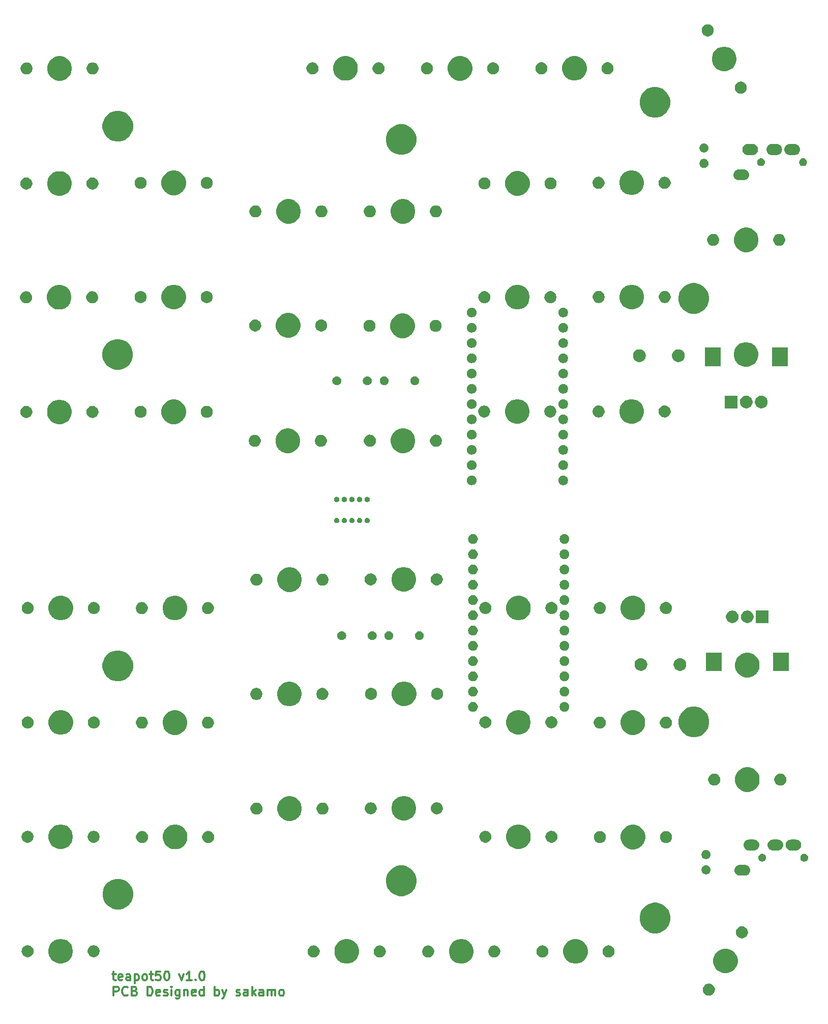
<source format=gts>
G04 #@! TF.GenerationSoftware,KiCad,Pcbnew,(5.1.0-0)*
G04 #@! TF.CreationDate,2020-05-09T20:17:28+09:00*
G04 #@! TF.ProjectId,potto50,706f7474-6f35-4302-9e6b-696361645f70,rev?*
G04 #@! TF.SameCoordinates,Original*
G04 #@! TF.FileFunction,Soldermask,Top*
G04 #@! TF.FilePolarity,Negative*
%FSLAX46Y46*%
G04 Gerber Fmt 4.6, Leading zero omitted, Abs format (unit mm)*
G04 Created by KiCad (PCBNEW (5.1.0-0)) date 2020-05-09 20:17:28*
%MOMM*%
%LPD*%
G04 APERTURE LIST*
%ADD10C,0.300000*%
%ADD11C,0.100000*%
G04 APERTURE END LIST*
D10*
X38564857Y-130458171D02*
X39136285Y-130458171D01*
X38779142Y-129958171D02*
X38779142Y-131243885D01*
X38850571Y-131386742D01*
X38993428Y-131458171D01*
X39136285Y-131458171D01*
X40207714Y-131386742D02*
X40064857Y-131458171D01*
X39779142Y-131458171D01*
X39636285Y-131386742D01*
X39564857Y-131243885D01*
X39564857Y-130672457D01*
X39636285Y-130529600D01*
X39779142Y-130458171D01*
X40064857Y-130458171D01*
X40207714Y-130529600D01*
X40279142Y-130672457D01*
X40279142Y-130815314D01*
X39564857Y-130958171D01*
X41564857Y-131458171D02*
X41564857Y-130672457D01*
X41493428Y-130529600D01*
X41350571Y-130458171D01*
X41064857Y-130458171D01*
X40922000Y-130529600D01*
X41564857Y-131386742D02*
X41422000Y-131458171D01*
X41064857Y-131458171D01*
X40922000Y-131386742D01*
X40850571Y-131243885D01*
X40850571Y-131101028D01*
X40922000Y-130958171D01*
X41064857Y-130886742D01*
X41422000Y-130886742D01*
X41564857Y-130815314D01*
X42279142Y-130458171D02*
X42279142Y-131958171D01*
X42279142Y-130529600D02*
X42422000Y-130458171D01*
X42707714Y-130458171D01*
X42850571Y-130529600D01*
X42922000Y-130601028D01*
X42993428Y-130743885D01*
X42993428Y-131172457D01*
X42922000Y-131315314D01*
X42850571Y-131386742D01*
X42707714Y-131458171D01*
X42422000Y-131458171D01*
X42279142Y-131386742D01*
X43850571Y-131458171D02*
X43707714Y-131386742D01*
X43636285Y-131315314D01*
X43564857Y-131172457D01*
X43564857Y-130743885D01*
X43636285Y-130601028D01*
X43707714Y-130529600D01*
X43850571Y-130458171D01*
X44064857Y-130458171D01*
X44207714Y-130529600D01*
X44279142Y-130601028D01*
X44350571Y-130743885D01*
X44350571Y-131172457D01*
X44279142Y-131315314D01*
X44207714Y-131386742D01*
X44064857Y-131458171D01*
X43850571Y-131458171D01*
X44779142Y-130458171D02*
X45350571Y-130458171D01*
X44993428Y-129958171D02*
X44993428Y-131243885D01*
X45064857Y-131386742D01*
X45207714Y-131458171D01*
X45350571Y-131458171D01*
X46564857Y-129958171D02*
X45850571Y-129958171D01*
X45779142Y-130672457D01*
X45850571Y-130601028D01*
X45993428Y-130529600D01*
X46350571Y-130529600D01*
X46493428Y-130601028D01*
X46564857Y-130672457D01*
X46636285Y-130815314D01*
X46636285Y-131172457D01*
X46564857Y-131315314D01*
X46493428Y-131386742D01*
X46350571Y-131458171D01*
X45993428Y-131458171D01*
X45850571Y-131386742D01*
X45779142Y-131315314D01*
X47564857Y-129958171D02*
X47707714Y-129958171D01*
X47850571Y-130029600D01*
X47922000Y-130101028D01*
X47993428Y-130243885D01*
X48064857Y-130529600D01*
X48064857Y-130886742D01*
X47993428Y-131172457D01*
X47922000Y-131315314D01*
X47850571Y-131386742D01*
X47707714Y-131458171D01*
X47564857Y-131458171D01*
X47422000Y-131386742D01*
X47350571Y-131315314D01*
X47279142Y-131172457D01*
X47207714Y-130886742D01*
X47207714Y-130529600D01*
X47279142Y-130243885D01*
X47350571Y-130101028D01*
X47422000Y-130029600D01*
X47564857Y-129958171D01*
X49707714Y-130458171D02*
X50064857Y-131458171D01*
X50422000Y-130458171D01*
X51779142Y-131458171D02*
X50922000Y-131458171D01*
X51350571Y-131458171D02*
X51350571Y-129958171D01*
X51207714Y-130172457D01*
X51064857Y-130315314D01*
X50922000Y-130386742D01*
X52422000Y-131315314D02*
X52493428Y-131386742D01*
X52422000Y-131458171D01*
X52350571Y-131386742D01*
X52422000Y-131315314D01*
X52422000Y-131458171D01*
X53422000Y-129958171D02*
X53564857Y-129958171D01*
X53707714Y-130029600D01*
X53779142Y-130101028D01*
X53850571Y-130243885D01*
X53922000Y-130529600D01*
X53922000Y-130886742D01*
X53850571Y-131172457D01*
X53779142Y-131315314D01*
X53707714Y-131386742D01*
X53564857Y-131458171D01*
X53422000Y-131458171D01*
X53279142Y-131386742D01*
X53207714Y-131315314D01*
X53136285Y-131172457D01*
X53064857Y-130886742D01*
X53064857Y-130529600D01*
X53136285Y-130243885D01*
X53207714Y-130101028D01*
X53279142Y-130029600D01*
X53422000Y-129958171D01*
X38779142Y-134008171D02*
X38779142Y-132508171D01*
X39350571Y-132508171D01*
X39493428Y-132579600D01*
X39564857Y-132651028D01*
X39636285Y-132793885D01*
X39636285Y-133008171D01*
X39564857Y-133151028D01*
X39493428Y-133222457D01*
X39350571Y-133293885D01*
X38779142Y-133293885D01*
X41136285Y-133865314D02*
X41064857Y-133936742D01*
X40850571Y-134008171D01*
X40707714Y-134008171D01*
X40493428Y-133936742D01*
X40350571Y-133793885D01*
X40279142Y-133651028D01*
X40207714Y-133365314D01*
X40207714Y-133151028D01*
X40279142Y-132865314D01*
X40350571Y-132722457D01*
X40493428Y-132579600D01*
X40707714Y-132508171D01*
X40850571Y-132508171D01*
X41064857Y-132579600D01*
X41136285Y-132651028D01*
X42279142Y-133222457D02*
X42493428Y-133293885D01*
X42564857Y-133365314D01*
X42636285Y-133508171D01*
X42636285Y-133722457D01*
X42564857Y-133865314D01*
X42493428Y-133936742D01*
X42350571Y-134008171D01*
X41779142Y-134008171D01*
X41779142Y-132508171D01*
X42279142Y-132508171D01*
X42422000Y-132579600D01*
X42493428Y-132651028D01*
X42564857Y-132793885D01*
X42564857Y-132936742D01*
X42493428Y-133079600D01*
X42422000Y-133151028D01*
X42279142Y-133222457D01*
X41779142Y-133222457D01*
X44422000Y-134008171D02*
X44422000Y-132508171D01*
X44779142Y-132508171D01*
X44993428Y-132579600D01*
X45136285Y-132722457D01*
X45207714Y-132865314D01*
X45279142Y-133151028D01*
X45279142Y-133365314D01*
X45207714Y-133651028D01*
X45136285Y-133793885D01*
X44993428Y-133936742D01*
X44779142Y-134008171D01*
X44422000Y-134008171D01*
X46493428Y-133936742D02*
X46350571Y-134008171D01*
X46064857Y-134008171D01*
X45922000Y-133936742D01*
X45850571Y-133793885D01*
X45850571Y-133222457D01*
X45922000Y-133079600D01*
X46064857Y-133008171D01*
X46350571Y-133008171D01*
X46493428Y-133079600D01*
X46564857Y-133222457D01*
X46564857Y-133365314D01*
X45850571Y-133508171D01*
X47136285Y-133936742D02*
X47279142Y-134008171D01*
X47564857Y-134008171D01*
X47707714Y-133936742D01*
X47779142Y-133793885D01*
X47779142Y-133722457D01*
X47707714Y-133579600D01*
X47564857Y-133508171D01*
X47350571Y-133508171D01*
X47207714Y-133436742D01*
X47136285Y-133293885D01*
X47136285Y-133222457D01*
X47207714Y-133079600D01*
X47350571Y-133008171D01*
X47564857Y-133008171D01*
X47707714Y-133079600D01*
X48422000Y-134008171D02*
X48422000Y-133008171D01*
X48422000Y-132508171D02*
X48350571Y-132579600D01*
X48422000Y-132651028D01*
X48493428Y-132579600D01*
X48422000Y-132508171D01*
X48422000Y-132651028D01*
X49779142Y-133008171D02*
X49779142Y-134222457D01*
X49707714Y-134365314D01*
X49636285Y-134436742D01*
X49493428Y-134508171D01*
X49279142Y-134508171D01*
X49136285Y-134436742D01*
X49779142Y-133936742D02*
X49636285Y-134008171D01*
X49350571Y-134008171D01*
X49207714Y-133936742D01*
X49136285Y-133865314D01*
X49064857Y-133722457D01*
X49064857Y-133293885D01*
X49136285Y-133151028D01*
X49207714Y-133079600D01*
X49350571Y-133008171D01*
X49636285Y-133008171D01*
X49779142Y-133079600D01*
X50493428Y-133008171D02*
X50493428Y-134008171D01*
X50493428Y-133151028D02*
X50564857Y-133079600D01*
X50707714Y-133008171D01*
X50922000Y-133008171D01*
X51064857Y-133079600D01*
X51136285Y-133222457D01*
X51136285Y-134008171D01*
X52422000Y-133936742D02*
X52279142Y-134008171D01*
X51993428Y-134008171D01*
X51850571Y-133936742D01*
X51779142Y-133793885D01*
X51779142Y-133222457D01*
X51850571Y-133079600D01*
X51993428Y-133008171D01*
X52279142Y-133008171D01*
X52422000Y-133079600D01*
X52493428Y-133222457D01*
X52493428Y-133365314D01*
X51779142Y-133508171D01*
X53779142Y-134008171D02*
X53779142Y-132508171D01*
X53779142Y-133936742D02*
X53636285Y-134008171D01*
X53350571Y-134008171D01*
X53207714Y-133936742D01*
X53136285Y-133865314D01*
X53064857Y-133722457D01*
X53064857Y-133293885D01*
X53136285Y-133151028D01*
X53207714Y-133079600D01*
X53350571Y-133008171D01*
X53636285Y-133008171D01*
X53779142Y-133079600D01*
X55636285Y-134008171D02*
X55636285Y-132508171D01*
X55636285Y-133079600D02*
X55779142Y-133008171D01*
X56064857Y-133008171D01*
X56207714Y-133079600D01*
X56279142Y-133151028D01*
X56350571Y-133293885D01*
X56350571Y-133722457D01*
X56279142Y-133865314D01*
X56207714Y-133936742D01*
X56064857Y-134008171D01*
X55779142Y-134008171D01*
X55636285Y-133936742D01*
X56850571Y-133008171D02*
X57207714Y-134008171D01*
X57564857Y-133008171D02*
X57207714Y-134008171D01*
X57064857Y-134365314D01*
X56993428Y-134436742D01*
X56850571Y-134508171D01*
X59207714Y-133936742D02*
X59350571Y-134008171D01*
X59636285Y-134008171D01*
X59779142Y-133936742D01*
X59850571Y-133793885D01*
X59850571Y-133722457D01*
X59779142Y-133579600D01*
X59636285Y-133508171D01*
X59422000Y-133508171D01*
X59279142Y-133436742D01*
X59207714Y-133293885D01*
X59207714Y-133222457D01*
X59279142Y-133079600D01*
X59422000Y-133008171D01*
X59636285Y-133008171D01*
X59779142Y-133079600D01*
X61136285Y-134008171D02*
X61136285Y-133222457D01*
X61064857Y-133079600D01*
X60922000Y-133008171D01*
X60636285Y-133008171D01*
X60493428Y-133079600D01*
X61136285Y-133936742D02*
X60993428Y-134008171D01*
X60636285Y-134008171D01*
X60493428Y-133936742D01*
X60422000Y-133793885D01*
X60422000Y-133651028D01*
X60493428Y-133508171D01*
X60636285Y-133436742D01*
X60993428Y-133436742D01*
X61136285Y-133365314D01*
X61850571Y-134008171D02*
X61850571Y-132508171D01*
X61993428Y-133436742D02*
X62422000Y-134008171D01*
X62422000Y-133008171D02*
X61850571Y-133579600D01*
X63707714Y-134008171D02*
X63707714Y-133222457D01*
X63636285Y-133079600D01*
X63493428Y-133008171D01*
X63207714Y-133008171D01*
X63064857Y-133079600D01*
X63707714Y-133936742D02*
X63564857Y-134008171D01*
X63207714Y-134008171D01*
X63064857Y-133936742D01*
X62993428Y-133793885D01*
X62993428Y-133651028D01*
X63064857Y-133508171D01*
X63207714Y-133436742D01*
X63564857Y-133436742D01*
X63707714Y-133365314D01*
X64422000Y-134008171D02*
X64422000Y-133008171D01*
X64422000Y-133151028D02*
X64493428Y-133079600D01*
X64636285Y-133008171D01*
X64850571Y-133008171D01*
X64993428Y-133079600D01*
X65064857Y-133222457D01*
X65064857Y-134008171D01*
X65064857Y-133222457D02*
X65136285Y-133079600D01*
X65279142Y-133008171D01*
X65493428Y-133008171D01*
X65636285Y-133079600D01*
X65707714Y-133222457D01*
X65707714Y-134008171D01*
X66636285Y-134008171D02*
X66493428Y-133936742D01*
X66422000Y-133865314D01*
X66350571Y-133722457D01*
X66350571Y-133293885D01*
X66422000Y-133151028D01*
X66493428Y-133079600D01*
X66636285Y-133008171D01*
X66850571Y-133008171D01*
X66993428Y-133079600D01*
X67064857Y-133151028D01*
X67136285Y-133293885D01*
X67136285Y-133722457D01*
X67064857Y-133865314D01*
X66993428Y-133936742D01*
X66850571Y-134008171D01*
X66636285Y-134008171D01*
D11*
G36*
X138072385Y-132000574D02*
G01*
X138169081Y-132019808D01*
X138351251Y-132095266D01*
X138515200Y-132204813D01*
X138654627Y-132344240D01*
X138764174Y-132508189D01*
X138839632Y-132690359D01*
X138878100Y-132883750D01*
X138878100Y-133080930D01*
X138839632Y-133274321D01*
X138764174Y-133456491D01*
X138654627Y-133620440D01*
X138515200Y-133759867D01*
X138351251Y-133869414D01*
X138169081Y-133944872D01*
X137975691Y-133983340D01*
X137778509Y-133983340D01*
X137585119Y-133944872D01*
X137402949Y-133869414D01*
X137239000Y-133759867D01*
X137099573Y-133620440D01*
X136990026Y-133456491D01*
X136914568Y-133274321D01*
X136876100Y-133080930D01*
X136876100Y-132883750D01*
X136914568Y-132690359D01*
X136990026Y-132508189D01*
X137099573Y-132344240D01*
X137239000Y-132204813D01*
X137402949Y-132095266D01*
X137585119Y-132019808D01*
X137681815Y-132000574D01*
X137778509Y-131981340D01*
X137975691Y-131981340D01*
X138072385Y-132000574D01*
X138072385Y-132000574D01*
G37*
G36*
X141225354Y-126247018D02*
G01*
X141598611Y-126401626D01*
X141598613Y-126401627D01*
X141934536Y-126626084D01*
X142220216Y-126911764D01*
X142439269Y-127239599D01*
X142444674Y-127247689D01*
X142599282Y-127620946D01*
X142678100Y-128017193D01*
X142678100Y-128421207D01*
X142599282Y-128817454D01*
X142444674Y-129190711D01*
X142444673Y-129190713D01*
X142220216Y-129526636D01*
X141934536Y-129812316D01*
X141598613Y-130036773D01*
X141598612Y-130036774D01*
X141598611Y-130036774D01*
X141225354Y-130191382D01*
X140829107Y-130270200D01*
X140425093Y-130270200D01*
X140028846Y-130191382D01*
X139655589Y-130036774D01*
X139655588Y-130036774D01*
X139655587Y-130036773D01*
X139319664Y-129812316D01*
X139033984Y-129526636D01*
X138809527Y-129190713D01*
X138809526Y-129190711D01*
X138654918Y-128817454D01*
X138576100Y-128421207D01*
X138576100Y-128017193D01*
X138654918Y-127620946D01*
X138809526Y-127247689D01*
X138814932Y-127239599D01*
X139033984Y-126911764D01*
X139319664Y-126626084D01*
X139655587Y-126401627D01*
X139655589Y-126401626D01*
X140028846Y-126247018D01*
X140425093Y-126168200D01*
X140829107Y-126168200D01*
X141225354Y-126247018D01*
X141225354Y-126247018D01*
G37*
G36*
X97250154Y-124654718D02*
G01*
X97562092Y-124783927D01*
X97623413Y-124809327D01*
X97959336Y-125033784D01*
X98245016Y-125319464D01*
X98452503Y-125629989D01*
X98469474Y-125655389D01*
X98624082Y-126028646D01*
X98702900Y-126424893D01*
X98702900Y-126828907D01*
X98624082Y-127225154D01*
X98483714Y-127564032D01*
X98469473Y-127598413D01*
X98245016Y-127934336D01*
X97959336Y-128220016D01*
X97623413Y-128444473D01*
X97623412Y-128444474D01*
X97623411Y-128444474D01*
X97250154Y-128599082D01*
X96853907Y-128677900D01*
X96449893Y-128677900D01*
X96053646Y-128599082D01*
X95680389Y-128444474D01*
X95680388Y-128444474D01*
X95680387Y-128444473D01*
X95344464Y-128220016D01*
X95058784Y-127934336D01*
X94834327Y-127598413D01*
X94820086Y-127564032D01*
X94679718Y-127225154D01*
X94600900Y-126828907D01*
X94600900Y-126424893D01*
X94679718Y-126028646D01*
X94834326Y-125655389D01*
X94851298Y-125629989D01*
X95058784Y-125319464D01*
X95344464Y-125033784D01*
X95680387Y-124809327D01*
X95741708Y-124783927D01*
X96053646Y-124654718D01*
X96449893Y-124575900D01*
X96853907Y-124575900D01*
X97250154Y-124654718D01*
X97250154Y-124654718D01*
G37*
G36*
X78184754Y-124654718D02*
G01*
X78496692Y-124783927D01*
X78558013Y-124809327D01*
X78893936Y-125033784D01*
X79179616Y-125319464D01*
X79387103Y-125629989D01*
X79404074Y-125655389D01*
X79558682Y-126028646D01*
X79637500Y-126424893D01*
X79637500Y-126828907D01*
X79558682Y-127225154D01*
X79418314Y-127564032D01*
X79404073Y-127598413D01*
X79179616Y-127934336D01*
X78893936Y-128220016D01*
X78558013Y-128444473D01*
X78558012Y-128444474D01*
X78558011Y-128444474D01*
X78184754Y-128599082D01*
X77788507Y-128677900D01*
X77384493Y-128677900D01*
X76988246Y-128599082D01*
X76614989Y-128444474D01*
X76614988Y-128444474D01*
X76614987Y-128444473D01*
X76279064Y-128220016D01*
X75993384Y-127934336D01*
X75768927Y-127598413D01*
X75754686Y-127564032D01*
X75614318Y-127225154D01*
X75535500Y-126828907D01*
X75535500Y-126424893D01*
X75614318Y-126028646D01*
X75768926Y-125655389D01*
X75785898Y-125629989D01*
X75993384Y-125319464D01*
X76279064Y-125033784D01*
X76614987Y-124809327D01*
X76676308Y-124783927D01*
X76988246Y-124654718D01*
X77384493Y-124575900D01*
X77788507Y-124575900D01*
X78184754Y-124654718D01*
X78184754Y-124654718D01*
G37*
G36*
X116274754Y-124654718D02*
G01*
X116586692Y-124783927D01*
X116648013Y-124809327D01*
X116983936Y-125033784D01*
X117269616Y-125319464D01*
X117477103Y-125629989D01*
X117494074Y-125655389D01*
X117648682Y-126028646D01*
X117727500Y-126424893D01*
X117727500Y-126828907D01*
X117648682Y-127225154D01*
X117508314Y-127564032D01*
X117494073Y-127598413D01*
X117269616Y-127934336D01*
X116983936Y-128220016D01*
X116648013Y-128444473D01*
X116648012Y-128444474D01*
X116648011Y-128444474D01*
X116274754Y-128599082D01*
X115878507Y-128677900D01*
X115474493Y-128677900D01*
X115078246Y-128599082D01*
X114704989Y-128444474D01*
X114704988Y-128444474D01*
X114704987Y-128444473D01*
X114369064Y-128220016D01*
X114083384Y-127934336D01*
X113858927Y-127598413D01*
X113844686Y-127564032D01*
X113704318Y-127225154D01*
X113625500Y-126828907D01*
X113625500Y-126424893D01*
X113704318Y-126028646D01*
X113858926Y-125655389D01*
X113875898Y-125629989D01*
X114083384Y-125319464D01*
X114369064Y-125033784D01*
X114704987Y-124809327D01*
X114766308Y-124783927D01*
X115078246Y-124654718D01*
X115474493Y-124575900D01*
X115878507Y-124575900D01*
X116274754Y-124654718D01*
X116274754Y-124654718D01*
G37*
G36*
X30547854Y-124629318D02*
G01*
X30921111Y-124783926D01*
X30921113Y-124783927D01*
X31257036Y-125008384D01*
X31542716Y-125294064D01*
X31767174Y-125629989D01*
X31921782Y-126003246D01*
X32000600Y-126399493D01*
X32000600Y-126803507D01*
X31921782Y-127199754D01*
X31791628Y-127513974D01*
X31767173Y-127573013D01*
X31542716Y-127908936D01*
X31257036Y-128194616D01*
X30921113Y-128419073D01*
X30921112Y-128419074D01*
X30921111Y-128419074D01*
X30547854Y-128573682D01*
X30151607Y-128652500D01*
X29747593Y-128652500D01*
X29351346Y-128573682D01*
X28978089Y-128419074D01*
X28978088Y-128419074D01*
X28978087Y-128419073D01*
X28642164Y-128194616D01*
X28356484Y-127908936D01*
X28132027Y-127573013D01*
X28107572Y-127513974D01*
X27977418Y-127199754D01*
X27898600Y-126803507D01*
X27898600Y-126399493D01*
X27977418Y-126003246D01*
X28132026Y-125629989D01*
X28356484Y-125294064D01*
X28642164Y-125008384D01*
X28978087Y-124783927D01*
X28978089Y-124783926D01*
X29351346Y-124629318D01*
X29747593Y-124550500D01*
X30151607Y-124550500D01*
X30547854Y-124629318D01*
X30547854Y-124629318D01*
G37*
G36*
X121340787Y-125638968D02*
G01*
X121468481Y-125664368D01*
X121650651Y-125739826D01*
X121814600Y-125849373D01*
X121954027Y-125988800D01*
X122063574Y-126152749D01*
X122063575Y-126152751D01*
X122139032Y-126334920D01*
X122172448Y-126502909D01*
X122177500Y-126528310D01*
X122177500Y-126725490D01*
X122139032Y-126918881D01*
X122063574Y-127101051D01*
X121954027Y-127265000D01*
X121814600Y-127404427D01*
X121650651Y-127513974D01*
X121468481Y-127589432D01*
X121402784Y-127602500D01*
X121275091Y-127627900D01*
X121077909Y-127627900D01*
X120950216Y-127602500D01*
X120884519Y-127589432D01*
X120702349Y-127513974D01*
X120538400Y-127404427D01*
X120398973Y-127265000D01*
X120289426Y-127101051D01*
X120213968Y-126918881D01*
X120175500Y-126725490D01*
X120175500Y-126528310D01*
X120180553Y-126502909D01*
X120213968Y-126334920D01*
X120289425Y-126152751D01*
X120289426Y-126152749D01*
X120398973Y-125988800D01*
X120538400Y-125849373D01*
X120702349Y-125739826D01*
X120884519Y-125664368D01*
X121012213Y-125638968D01*
X121077909Y-125625900D01*
X121275091Y-125625900D01*
X121340787Y-125638968D01*
X121340787Y-125638968D01*
G37*
G36*
X110340787Y-125638968D02*
G01*
X110468481Y-125664368D01*
X110650651Y-125739826D01*
X110814600Y-125849373D01*
X110954027Y-125988800D01*
X111063574Y-126152749D01*
X111063575Y-126152751D01*
X111139032Y-126334920D01*
X111172448Y-126502909D01*
X111177500Y-126528310D01*
X111177500Y-126725490D01*
X111139032Y-126918881D01*
X111063574Y-127101051D01*
X110954027Y-127265000D01*
X110814600Y-127404427D01*
X110650651Y-127513974D01*
X110468481Y-127589432D01*
X110402784Y-127602500D01*
X110275091Y-127627900D01*
X110077909Y-127627900D01*
X109950216Y-127602500D01*
X109884519Y-127589432D01*
X109702349Y-127513974D01*
X109538400Y-127404427D01*
X109398973Y-127265000D01*
X109289426Y-127101051D01*
X109213968Y-126918881D01*
X109175500Y-126725490D01*
X109175500Y-126528310D01*
X109180553Y-126502909D01*
X109213968Y-126334920D01*
X109289425Y-126152751D01*
X109289426Y-126152749D01*
X109398973Y-125988800D01*
X109538400Y-125849373D01*
X109702349Y-125739826D01*
X109884519Y-125664368D01*
X110012213Y-125638968D01*
X110077909Y-125625900D01*
X110275091Y-125625900D01*
X110340787Y-125638968D01*
X110340787Y-125638968D01*
G37*
G36*
X102316187Y-125638968D02*
G01*
X102443881Y-125664368D01*
X102626051Y-125739826D01*
X102790000Y-125849373D01*
X102929427Y-125988800D01*
X103038974Y-126152749D01*
X103038975Y-126152751D01*
X103114432Y-126334920D01*
X103147848Y-126502909D01*
X103152900Y-126528310D01*
X103152900Y-126725490D01*
X103114432Y-126918881D01*
X103038974Y-127101051D01*
X102929427Y-127265000D01*
X102790000Y-127404427D01*
X102626051Y-127513974D01*
X102443881Y-127589432D01*
X102378184Y-127602500D01*
X102250491Y-127627900D01*
X102053309Y-127627900D01*
X101925616Y-127602500D01*
X101859919Y-127589432D01*
X101677749Y-127513974D01*
X101513800Y-127404427D01*
X101374373Y-127265000D01*
X101264826Y-127101051D01*
X101189368Y-126918881D01*
X101150900Y-126725490D01*
X101150900Y-126528310D01*
X101155953Y-126502909D01*
X101189368Y-126334920D01*
X101264825Y-126152751D01*
X101264826Y-126152749D01*
X101374373Y-125988800D01*
X101513800Y-125849373D01*
X101677749Y-125739826D01*
X101859919Y-125664368D01*
X101987613Y-125638968D01*
X102053309Y-125625900D01*
X102250491Y-125625900D01*
X102316187Y-125638968D01*
X102316187Y-125638968D01*
G37*
G36*
X91316187Y-125638968D02*
G01*
X91443881Y-125664368D01*
X91626051Y-125739826D01*
X91790000Y-125849373D01*
X91929427Y-125988800D01*
X92038974Y-126152749D01*
X92038975Y-126152751D01*
X92114432Y-126334920D01*
X92147848Y-126502909D01*
X92152900Y-126528310D01*
X92152900Y-126725490D01*
X92114432Y-126918881D01*
X92038974Y-127101051D01*
X91929427Y-127265000D01*
X91790000Y-127404427D01*
X91626051Y-127513974D01*
X91443881Y-127589432D01*
X91378184Y-127602500D01*
X91250491Y-127627900D01*
X91053309Y-127627900D01*
X90925616Y-127602500D01*
X90859919Y-127589432D01*
X90677749Y-127513974D01*
X90513800Y-127404427D01*
X90374373Y-127265000D01*
X90264826Y-127101051D01*
X90189368Y-126918881D01*
X90150900Y-126725490D01*
X90150900Y-126528310D01*
X90155953Y-126502909D01*
X90189368Y-126334920D01*
X90264825Y-126152751D01*
X90264826Y-126152749D01*
X90374373Y-125988800D01*
X90513800Y-125849373D01*
X90677749Y-125739826D01*
X90859919Y-125664368D01*
X90987613Y-125638968D01*
X91053309Y-125625900D01*
X91250491Y-125625900D01*
X91316187Y-125638968D01*
X91316187Y-125638968D01*
G37*
G36*
X83250787Y-125638968D02*
G01*
X83378481Y-125664368D01*
X83560651Y-125739826D01*
X83724600Y-125849373D01*
X83864027Y-125988800D01*
X83973574Y-126152749D01*
X83973575Y-126152751D01*
X84049032Y-126334920D01*
X84082448Y-126502909D01*
X84087500Y-126528310D01*
X84087500Y-126725490D01*
X84049032Y-126918881D01*
X83973574Y-127101051D01*
X83864027Y-127265000D01*
X83724600Y-127404427D01*
X83560651Y-127513974D01*
X83378481Y-127589432D01*
X83312784Y-127602500D01*
X83185091Y-127627900D01*
X82987909Y-127627900D01*
X82860216Y-127602500D01*
X82794519Y-127589432D01*
X82612349Y-127513974D01*
X82448400Y-127404427D01*
X82308973Y-127265000D01*
X82199426Y-127101051D01*
X82123968Y-126918881D01*
X82085500Y-126725490D01*
X82085500Y-126528310D01*
X82090553Y-126502909D01*
X82123968Y-126334920D01*
X82199425Y-126152751D01*
X82199426Y-126152749D01*
X82308973Y-125988800D01*
X82448400Y-125849373D01*
X82612349Y-125739826D01*
X82794519Y-125664368D01*
X82922213Y-125638968D01*
X82987909Y-125625900D01*
X83185091Y-125625900D01*
X83250787Y-125638968D01*
X83250787Y-125638968D01*
G37*
G36*
X72250787Y-125638968D02*
G01*
X72378481Y-125664368D01*
X72560651Y-125739826D01*
X72724600Y-125849373D01*
X72864027Y-125988800D01*
X72973574Y-126152749D01*
X72973575Y-126152751D01*
X73049032Y-126334920D01*
X73082448Y-126502909D01*
X73087500Y-126528310D01*
X73087500Y-126725490D01*
X73049032Y-126918881D01*
X72973574Y-127101051D01*
X72864027Y-127265000D01*
X72724600Y-127404427D01*
X72560651Y-127513974D01*
X72378481Y-127589432D01*
X72312784Y-127602500D01*
X72185091Y-127627900D01*
X71987909Y-127627900D01*
X71860216Y-127602500D01*
X71794519Y-127589432D01*
X71612349Y-127513974D01*
X71448400Y-127404427D01*
X71308973Y-127265000D01*
X71199426Y-127101051D01*
X71123968Y-126918881D01*
X71085500Y-126725490D01*
X71085500Y-126528310D01*
X71090553Y-126502909D01*
X71123968Y-126334920D01*
X71199425Y-126152751D01*
X71199426Y-126152749D01*
X71308973Y-125988800D01*
X71448400Y-125849373D01*
X71612349Y-125739826D01*
X71794519Y-125664368D01*
X71922213Y-125638968D01*
X71987909Y-125625900D01*
X72185091Y-125625900D01*
X72250787Y-125638968D01*
X72250787Y-125638968D01*
G37*
G36*
X35741581Y-125638968D02*
G01*
X35923751Y-125714426D01*
X36087700Y-125823973D01*
X36227127Y-125963400D01*
X36336674Y-126127349D01*
X36412132Y-126309519D01*
X36430029Y-126399493D01*
X36450600Y-126502909D01*
X36450600Y-126700091D01*
X36412132Y-126893481D01*
X36336674Y-127075651D01*
X36227127Y-127239600D01*
X36087700Y-127379027D01*
X35923751Y-127488574D01*
X35741581Y-127564032D01*
X35548191Y-127602500D01*
X35351009Y-127602500D01*
X35157619Y-127564032D01*
X34975449Y-127488574D01*
X34811500Y-127379027D01*
X34672073Y-127239600D01*
X34562526Y-127075651D01*
X34487068Y-126893481D01*
X34467834Y-126796785D01*
X34448600Y-126700091D01*
X34448600Y-126502909D01*
X34469171Y-126399493D01*
X34487068Y-126309519D01*
X34562526Y-126127349D01*
X34672073Y-125963400D01*
X34811500Y-125823973D01*
X34975449Y-125714426D01*
X35157619Y-125638968D01*
X35351009Y-125600500D01*
X35548191Y-125600500D01*
X35741581Y-125638968D01*
X35741581Y-125638968D01*
G37*
G36*
X24741581Y-125638968D02*
G01*
X24923751Y-125714426D01*
X25087700Y-125823973D01*
X25227127Y-125963400D01*
X25336674Y-126127349D01*
X25412132Y-126309519D01*
X25430029Y-126399493D01*
X25450600Y-126502909D01*
X25450600Y-126700091D01*
X25412132Y-126893481D01*
X25336674Y-127075651D01*
X25227127Y-127239600D01*
X25087700Y-127379027D01*
X24923751Y-127488574D01*
X24741581Y-127564032D01*
X24548191Y-127602500D01*
X24351009Y-127602500D01*
X24157619Y-127564032D01*
X23975449Y-127488574D01*
X23811500Y-127379027D01*
X23672073Y-127239600D01*
X23562526Y-127075651D01*
X23487068Y-126893481D01*
X23467834Y-126796785D01*
X23448600Y-126700091D01*
X23448600Y-126502909D01*
X23469171Y-126399493D01*
X23487068Y-126309519D01*
X23562526Y-126127349D01*
X23672073Y-125963400D01*
X23811500Y-125823973D01*
X23975449Y-125714426D01*
X24157619Y-125638968D01*
X24351009Y-125600500D01*
X24548191Y-125600500D01*
X24741581Y-125638968D01*
X24741581Y-125638968D01*
G37*
G36*
X143572385Y-122474294D02*
G01*
X143669081Y-122493528D01*
X143851251Y-122568986D01*
X144015200Y-122678533D01*
X144154627Y-122817960D01*
X144264174Y-122981909D01*
X144339632Y-123164079D01*
X144378100Y-123357470D01*
X144378100Y-123554650D01*
X144339632Y-123748041D01*
X144264174Y-123930211D01*
X144154627Y-124094160D01*
X144015200Y-124233587D01*
X143851251Y-124343134D01*
X143669081Y-124418592D01*
X143572385Y-124437826D01*
X143475691Y-124457060D01*
X143278509Y-124457060D01*
X143181815Y-124437826D01*
X143085119Y-124418592D01*
X142902949Y-124343134D01*
X142739000Y-124233587D01*
X142599573Y-124094160D01*
X142490026Y-123930211D01*
X142414568Y-123748041D01*
X142376100Y-123554650D01*
X142376100Y-123357470D01*
X142414568Y-123164079D01*
X142490026Y-122981909D01*
X142599573Y-122817960D01*
X142739000Y-122678533D01*
X142902949Y-122568986D01*
X143085119Y-122493528D01*
X143181815Y-122474294D01*
X143278509Y-122455060D01*
X143475691Y-122455060D01*
X143572385Y-122474294D01*
X143572385Y-122474294D01*
G37*
G36*
X129660198Y-118620533D02*
G01*
X130124450Y-118812832D01*
X130124452Y-118812833D01*
X130542268Y-119092009D01*
X130897591Y-119447332D01*
X131176767Y-119865148D01*
X131176768Y-119865150D01*
X131369067Y-120329402D01*
X131467100Y-120822247D01*
X131467100Y-121324753D01*
X131369067Y-121817598D01*
X131176768Y-122281850D01*
X131176767Y-122281852D01*
X130897591Y-122699668D01*
X130542268Y-123054991D01*
X130124452Y-123334167D01*
X130124451Y-123334168D01*
X130124450Y-123334168D01*
X129660198Y-123526467D01*
X129167353Y-123624500D01*
X128664847Y-123624500D01*
X128172002Y-123526467D01*
X127707750Y-123334168D01*
X127707749Y-123334168D01*
X127707748Y-123334167D01*
X127289932Y-123054991D01*
X126934609Y-122699668D01*
X126655433Y-122281852D01*
X126655432Y-122281850D01*
X126463133Y-121817598D01*
X126365100Y-121324753D01*
X126365100Y-120822247D01*
X126463133Y-120329402D01*
X126655432Y-119865150D01*
X126655433Y-119865148D01*
X126934609Y-119447332D01*
X127289932Y-119092009D01*
X127707748Y-118812833D01*
X127707750Y-118812832D01*
X128172002Y-118620533D01*
X128664847Y-118522500D01*
X129167353Y-118522500D01*
X129660198Y-118620533D01*
X129660198Y-118620533D01*
G37*
G36*
X40244098Y-114647033D02*
G01*
X40708350Y-114839332D01*
X40708352Y-114839333D01*
X41126168Y-115118509D01*
X41481491Y-115473832D01*
X41578555Y-115619099D01*
X41760668Y-115891650D01*
X41952967Y-116355902D01*
X42051000Y-116848747D01*
X42051000Y-117351253D01*
X41952967Y-117844098D01*
X41760668Y-118308350D01*
X41760667Y-118308352D01*
X41481491Y-118726168D01*
X41126168Y-119081491D01*
X40708352Y-119360667D01*
X40708351Y-119360668D01*
X40708350Y-119360668D01*
X40244098Y-119552967D01*
X39751253Y-119651000D01*
X39248747Y-119651000D01*
X38755902Y-119552967D01*
X38291650Y-119360668D01*
X38291649Y-119360668D01*
X38291648Y-119360667D01*
X37873832Y-119081491D01*
X37518509Y-118726168D01*
X37239333Y-118308352D01*
X37239332Y-118308350D01*
X37047033Y-117844098D01*
X36949000Y-117351253D01*
X36949000Y-116848747D01*
X37047033Y-116355902D01*
X37239332Y-115891650D01*
X37421445Y-115619099D01*
X37518509Y-115473832D01*
X37873832Y-115118509D01*
X38291648Y-114839333D01*
X38291650Y-114839332D01*
X38755902Y-114647033D01*
X39248747Y-114549000D01*
X39751253Y-114549000D01*
X40244098Y-114647033D01*
X40244098Y-114647033D01*
G37*
G36*
X87419098Y-112422033D02*
G01*
X87883350Y-112614332D01*
X87883352Y-112614333D01*
X88301168Y-112893509D01*
X88656491Y-113248832D01*
X88908768Y-113626391D01*
X88935668Y-113666650D01*
X89127967Y-114130902D01*
X89226000Y-114623747D01*
X89226000Y-115126253D01*
X89127967Y-115619098D01*
X88935668Y-116083350D01*
X88935667Y-116083352D01*
X88656491Y-116501168D01*
X88301168Y-116856491D01*
X87883352Y-117135667D01*
X87883351Y-117135668D01*
X87883350Y-117135668D01*
X87419098Y-117327967D01*
X86926253Y-117426000D01*
X86423747Y-117426000D01*
X85930902Y-117327967D01*
X85466650Y-117135668D01*
X85466649Y-117135668D01*
X85466648Y-117135667D01*
X85048832Y-116856491D01*
X84693509Y-116501168D01*
X84414333Y-116083352D01*
X84414332Y-116083350D01*
X84222033Y-115619098D01*
X84124000Y-115126253D01*
X84124000Y-114623747D01*
X84222033Y-114130902D01*
X84414332Y-113666650D01*
X84441232Y-113626391D01*
X84693509Y-113248832D01*
X85048832Y-112893509D01*
X85466648Y-112614333D01*
X85466650Y-112614332D01*
X85930902Y-112422033D01*
X86423747Y-112324000D01*
X86926253Y-112324000D01*
X87419098Y-112422033D01*
X87419098Y-112422033D01*
G37*
G36*
X143955243Y-112228919D02*
G01*
X144021427Y-112235437D01*
X144191266Y-112286957D01*
X144347791Y-112370622D01*
X144372866Y-112391201D01*
X144484986Y-112483214D01*
X144562463Y-112577621D01*
X144597578Y-112620409D01*
X144681243Y-112776934D01*
X144732763Y-112946773D01*
X144750159Y-113123400D01*
X144732763Y-113300027D01*
X144681243Y-113469866D01*
X144597578Y-113626391D01*
X144588399Y-113637575D01*
X144484986Y-113763586D01*
X144383529Y-113846848D01*
X144347791Y-113876178D01*
X144191266Y-113959843D01*
X144021427Y-114011363D01*
X143955242Y-114017882D01*
X143889060Y-114024400D01*
X143000540Y-114024400D01*
X142934358Y-114017882D01*
X142868173Y-114011363D01*
X142698334Y-113959843D01*
X142541809Y-113876178D01*
X142506071Y-113846848D01*
X142404614Y-113763586D01*
X142301201Y-113637575D01*
X142292022Y-113626391D01*
X142208357Y-113469866D01*
X142156837Y-113300027D01*
X142139441Y-113123400D01*
X142156837Y-112946773D01*
X142208357Y-112776934D01*
X142292022Y-112620409D01*
X142327137Y-112577621D01*
X142404614Y-112483214D01*
X142516734Y-112391201D01*
X142541809Y-112370622D01*
X142698334Y-112286957D01*
X142868173Y-112235437D01*
X142934357Y-112228919D01*
X143000540Y-112222400D01*
X143889060Y-112222400D01*
X143955243Y-112228919D01*
X143955243Y-112228919D01*
G37*
G36*
X137495725Y-112309999D02*
G01*
X137619921Y-112334702D01*
X137756322Y-112391201D01*
X137879079Y-112473225D01*
X137983475Y-112577621D01*
X138065499Y-112700378D01*
X138121998Y-112836779D01*
X138150800Y-112981581D01*
X138150800Y-113129219D01*
X138121998Y-113274021D01*
X138065499Y-113410422D01*
X137983475Y-113533179D01*
X137879079Y-113637575D01*
X137756322Y-113719599D01*
X137619921Y-113776098D01*
X137495725Y-113800801D01*
X137475120Y-113804900D01*
X137327480Y-113804900D01*
X137306875Y-113800801D01*
X137182679Y-113776098D01*
X137046278Y-113719599D01*
X136923521Y-113637575D01*
X136819125Y-113533179D01*
X136737101Y-113410422D01*
X136680602Y-113274021D01*
X136651800Y-113129219D01*
X136651800Y-112981581D01*
X136680602Y-112836779D01*
X136737101Y-112700378D01*
X136819125Y-112577621D01*
X136923521Y-112473225D01*
X137046278Y-112391201D01*
X137182679Y-112334702D01*
X137306875Y-112309999D01*
X137327480Y-112305900D01*
X137475120Y-112305900D01*
X137495725Y-112309999D01*
X137495725Y-112309999D01*
G37*
G36*
X146934690Y-110397417D02*
G01*
X147041311Y-110441581D01*
X147053164Y-110446491D01*
X147159788Y-110517735D01*
X147250465Y-110608412D01*
X147321710Y-110715038D01*
X147370783Y-110833510D01*
X147378125Y-110870419D01*
X147395800Y-110959282D01*
X147395800Y-111087518D01*
X147370783Y-111213290D01*
X147321709Y-111331764D01*
X147250465Y-111438388D01*
X147159788Y-111529065D01*
X147053164Y-111600309D01*
X147053163Y-111600310D01*
X147053162Y-111600310D01*
X146934690Y-111649383D01*
X146808919Y-111674400D01*
X146680681Y-111674400D01*
X146554910Y-111649383D01*
X146436438Y-111600310D01*
X146436437Y-111600310D01*
X146436436Y-111600309D01*
X146329812Y-111529065D01*
X146239135Y-111438388D01*
X146167891Y-111331764D01*
X146118817Y-111213290D01*
X146093800Y-111087518D01*
X146093800Y-110959282D01*
X146111476Y-110870419D01*
X146118817Y-110833510D01*
X146167890Y-110715038D01*
X146239135Y-110608412D01*
X146329812Y-110517735D01*
X146436436Y-110446491D01*
X146448290Y-110441581D01*
X146554910Y-110397417D01*
X146680681Y-110372400D01*
X146808919Y-110372400D01*
X146934690Y-110397417D01*
X146934690Y-110397417D01*
G37*
G36*
X153934690Y-110397417D02*
G01*
X154041311Y-110441581D01*
X154053164Y-110446491D01*
X154159788Y-110517735D01*
X154250465Y-110608412D01*
X154321710Y-110715038D01*
X154370783Y-110833510D01*
X154378125Y-110870419D01*
X154395800Y-110959282D01*
X154395800Y-111087518D01*
X154370783Y-111213290D01*
X154321709Y-111331764D01*
X154250465Y-111438388D01*
X154159788Y-111529065D01*
X154053164Y-111600309D01*
X154053163Y-111600310D01*
X154053162Y-111600310D01*
X153934690Y-111649383D01*
X153808919Y-111674400D01*
X153680681Y-111674400D01*
X153554910Y-111649383D01*
X153436438Y-111600310D01*
X153436437Y-111600310D01*
X153436436Y-111600309D01*
X153329812Y-111529065D01*
X153239135Y-111438388D01*
X153167891Y-111331764D01*
X153118817Y-111213290D01*
X153093800Y-111087518D01*
X153093800Y-110959282D01*
X153111476Y-110870419D01*
X153118817Y-110833510D01*
X153167890Y-110715038D01*
X153239135Y-110608412D01*
X153329812Y-110517735D01*
X153436436Y-110446491D01*
X153448290Y-110441581D01*
X153554910Y-110397417D01*
X153680681Y-110372400D01*
X153808919Y-110372400D01*
X153934690Y-110397417D01*
X153934690Y-110397417D01*
G37*
G36*
X137483025Y-109769999D02*
G01*
X137607221Y-109794702D01*
X137743622Y-109851201D01*
X137866379Y-109933225D01*
X137970775Y-110037621D01*
X138052799Y-110160378D01*
X138109298Y-110296779D01*
X138138100Y-110441581D01*
X138138100Y-110589219D01*
X138109298Y-110734021D01*
X138052799Y-110870422D01*
X137970775Y-110993179D01*
X137866379Y-111097575D01*
X137743622Y-111179599D01*
X137607221Y-111236098D01*
X137483025Y-111260801D01*
X137462420Y-111264900D01*
X137314780Y-111264900D01*
X137294175Y-111260801D01*
X137169979Y-111236098D01*
X137033578Y-111179599D01*
X136910821Y-111097575D01*
X136806425Y-110993179D01*
X136724401Y-110870422D01*
X136667902Y-110734021D01*
X136639100Y-110589219D01*
X136639100Y-110441581D01*
X136667902Y-110296779D01*
X136724401Y-110160378D01*
X136806425Y-110037621D01*
X136910821Y-109933225D01*
X137033578Y-109851201D01*
X137169979Y-109794702D01*
X137294175Y-109769999D01*
X137314780Y-109765900D01*
X137462420Y-109765900D01*
X137483025Y-109769999D01*
X137483025Y-109769999D01*
G37*
G36*
X152455242Y-108028918D02*
G01*
X152521427Y-108035437D01*
X152691266Y-108086957D01*
X152847791Y-108170622D01*
X152869941Y-108188800D01*
X152984986Y-108283214D01*
X153047367Y-108359227D01*
X153097578Y-108420409D01*
X153181243Y-108576934D01*
X153232763Y-108746773D01*
X153250159Y-108923400D01*
X153232763Y-109100027D01*
X153181243Y-109269866D01*
X153097578Y-109426391D01*
X153068248Y-109462129D01*
X152984986Y-109563586D01*
X152900769Y-109632700D01*
X152847791Y-109676178D01*
X152691266Y-109759843D01*
X152521427Y-109811363D01*
X152455243Y-109817881D01*
X152389060Y-109824400D01*
X151500540Y-109824400D01*
X151434357Y-109817881D01*
X151368173Y-109811363D01*
X151198334Y-109759843D01*
X151041809Y-109676178D01*
X150988831Y-109632700D01*
X150904614Y-109563586D01*
X150821352Y-109462129D01*
X150792022Y-109426391D01*
X150708357Y-109269866D01*
X150656837Y-109100027D01*
X150639441Y-108923400D01*
X150656837Y-108746773D01*
X150708357Y-108576934D01*
X150792022Y-108420409D01*
X150842233Y-108359227D01*
X150904614Y-108283214D01*
X151019659Y-108188800D01*
X151041809Y-108170622D01*
X151198334Y-108086957D01*
X151368173Y-108035437D01*
X151434358Y-108028918D01*
X151500540Y-108022400D01*
X152389060Y-108022400D01*
X152455242Y-108028918D01*
X152455242Y-108028918D01*
G37*
G36*
X149455242Y-108028918D02*
G01*
X149521427Y-108035437D01*
X149691266Y-108086957D01*
X149847791Y-108170622D01*
X149869941Y-108188800D01*
X149984986Y-108283214D01*
X150047367Y-108359227D01*
X150097578Y-108420409D01*
X150181243Y-108576934D01*
X150232763Y-108746773D01*
X150250159Y-108923400D01*
X150232763Y-109100027D01*
X150181243Y-109269866D01*
X150097578Y-109426391D01*
X150068248Y-109462129D01*
X149984986Y-109563586D01*
X149900769Y-109632700D01*
X149847791Y-109676178D01*
X149691266Y-109759843D01*
X149521427Y-109811363D01*
X149455243Y-109817881D01*
X149389060Y-109824400D01*
X148500540Y-109824400D01*
X148434357Y-109817881D01*
X148368173Y-109811363D01*
X148198334Y-109759843D01*
X148041809Y-109676178D01*
X147988831Y-109632700D01*
X147904614Y-109563586D01*
X147821352Y-109462129D01*
X147792022Y-109426391D01*
X147708357Y-109269866D01*
X147656837Y-109100027D01*
X147639441Y-108923400D01*
X147656837Y-108746773D01*
X147708357Y-108576934D01*
X147792022Y-108420409D01*
X147842233Y-108359227D01*
X147904614Y-108283214D01*
X148019659Y-108188800D01*
X148041809Y-108170622D01*
X148198334Y-108086957D01*
X148368173Y-108035437D01*
X148434358Y-108028918D01*
X148500540Y-108022400D01*
X149389060Y-108022400D01*
X149455242Y-108028918D01*
X149455242Y-108028918D01*
G37*
G36*
X145455242Y-108028918D02*
G01*
X145521427Y-108035437D01*
X145691266Y-108086957D01*
X145847791Y-108170622D01*
X145869941Y-108188800D01*
X145984986Y-108283214D01*
X146047367Y-108359227D01*
X146097578Y-108420409D01*
X146181243Y-108576934D01*
X146232763Y-108746773D01*
X146250159Y-108923400D01*
X146232763Y-109100027D01*
X146181243Y-109269866D01*
X146097578Y-109426391D01*
X146068248Y-109462129D01*
X145984986Y-109563586D01*
X145900769Y-109632700D01*
X145847791Y-109676178D01*
X145691266Y-109759843D01*
X145521427Y-109811363D01*
X145455243Y-109817881D01*
X145389060Y-109824400D01*
X144500540Y-109824400D01*
X144434357Y-109817881D01*
X144368173Y-109811363D01*
X144198334Y-109759843D01*
X144041809Y-109676178D01*
X143988831Y-109632700D01*
X143904614Y-109563586D01*
X143821352Y-109462129D01*
X143792022Y-109426391D01*
X143708357Y-109269866D01*
X143656837Y-109100027D01*
X143639441Y-108923400D01*
X143656837Y-108746773D01*
X143708357Y-108576934D01*
X143792022Y-108420409D01*
X143842233Y-108359227D01*
X143904614Y-108283214D01*
X144019659Y-108188800D01*
X144041809Y-108170622D01*
X144198334Y-108086957D01*
X144368173Y-108035437D01*
X144434358Y-108028918D01*
X144500540Y-108022400D01*
X145389060Y-108022400D01*
X145455242Y-108028918D01*
X145455242Y-108028918D01*
G37*
G36*
X125822054Y-105616418D02*
G01*
X126178655Y-105764127D01*
X126195313Y-105771027D01*
X126531236Y-105995484D01*
X126816916Y-106281164D01*
X127036763Y-106610187D01*
X127041374Y-106617089D01*
X127195982Y-106990346D01*
X127274800Y-107386593D01*
X127274800Y-107790607D01*
X127195982Y-108186854D01*
X127057072Y-108522213D01*
X127041373Y-108560113D01*
X126816916Y-108896036D01*
X126531236Y-109181716D01*
X126195313Y-109406173D01*
X126195312Y-109406174D01*
X126195311Y-109406174D01*
X125822054Y-109560782D01*
X125425807Y-109639600D01*
X125021793Y-109639600D01*
X124625546Y-109560782D01*
X124252289Y-109406174D01*
X124252288Y-109406174D01*
X124252287Y-109406173D01*
X123916364Y-109181716D01*
X123630684Y-108896036D01*
X123406227Y-108560113D01*
X123390528Y-108522213D01*
X123251618Y-108186854D01*
X123172800Y-107790607D01*
X123172800Y-107386593D01*
X123251618Y-106990346D01*
X123406226Y-106617089D01*
X123410838Y-106610187D01*
X123630684Y-106281164D01*
X123916364Y-105995484D01*
X124252287Y-105771027D01*
X124268945Y-105764127D01*
X124625546Y-105616418D01*
X125021793Y-105537600D01*
X125425807Y-105537600D01*
X125822054Y-105616418D01*
X125822054Y-105616418D01*
G37*
G36*
X49607554Y-105609518D02*
G01*
X49919492Y-105738727D01*
X49980813Y-105764127D01*
X50316736Y-105988584D01*
X50602416Y-106274264D01*
X50809903Y-106584789D01*
X50826874Y-106610189D01*
X50981482Y-106983446D01*
X51060300Y-107379693D01*
X51060300Y-107783707D01*
X50981482Y-108179954D01*
X50839714Y-108522213D01*
X50826873Y-108553213D01*
X50602416Y-108889136D01*
X50316736Y-109174816D01*
X49980813Y-109399273D01*
X49980812Y-109399274D01*
X49980811Y-109399274D01*
X49607554Y-109553882D01*
X49211307Y-109632700D01*
X48807293Y-109632700D01*
X48411046Y-109553882D01*
X48037789Y-109399274D01*
X48037788Y-109399274D01*
X48037787Y-109399273D01*
X47701864Y-109174816D01*
X47416184Y-108889136D01*
X47191727Y-108553213D01*
X47178886Y-108522213D01*
X47037118Y-108179954D01*
X46958300Y-107783707D01*
X46958300Y-107379693D01*
X47037118Y-106983446D01*
X47191726Y-106610189D01*
X47208698Y-106584789D01*
X47416184Y-106274264D01*
X47701864Y-105988584D01*
X48037787Y-105764127D01*
X48099108Y-105738727D01*
X48411046Y-105609518D01*
X48807293Y-105530700D01*
X49211307Y-105530700D01*
X49607554Y-105609518D01*
X49607554Y-105609518D01*
G37*
G36*
X30544854Y-105584118D02*
G01*
X30918111Y-105738726D01*
X30918113Y-105738727D01*
X31254036Y-105963184D01*
X31539716Y-106248864D01*
X31760433Y-106579189D01*
X31764174Y-106584789D01*
X31918782Y-106958046D01*
X31997600Y-107354293D01*
X31997600Y-107758307D01*
X31918782Y-108154554D01*
X31766493Y-108522213D01*
X31764173Y-108527813D01*
X31539716Y-108863736D01*
X31254036Y-109149416D01*
X30918113Y-109373873D01*
X30918112Y-109373874D01*
X30918111Y-109373874D01*
X30544854Y-109528482D01*
X30148607Y-109607300D01*
X29744593Y-109607300D01*
X29348346Y-109528482D01*
X28975089Y-109373874D01*
X28975088Y-109373874D01*
X28975087Y-109373873D01*
X28639164Y-109149416D01*
X28353484Y-108863736D01*
X28129027Y-108527813D01*
X28126707Y-108522213D01*
X27974418Y-108154554D01*
X27895600Y-107758307D01*
X27895600Y-107354293D01*
X27974418Y-106958046D01*
X28129026Y-106584789D01*
X28132768Y-106579189D01*
X28353484Y-106248864D01*
X28639164Y-105963184D01*
X28975087Y-105738727D01*
X28975089Y-105738726D01*
X29348346Y-105584118D01*
X29744593Y-105505300D01*
X30148607Y-105505300D01*
X30544854Y-105584118D01*
X30544854Y-105584118D01*
G37*
G36*
X106760954Y-105578518D02*
G01*
X107134211Y-105733126D01*
X107134213Y-105733127D01*
X107190934Y-105771027D01*
X107470136Y-105957584D01*
X107755816Y-106243264D01*
X107980274Y-106579189D01*
X108134882Y-106952446D01*
X108213700Y-107348693D01*
X108213700Y-107752707D01*
X108134882Y-108148954D01*
X107980274Y-108522211D01*
X107980273Y-108522213D01*
X107755816Y-108858136D01*
X107470136Y-109143816D01*
X107134213Y-109368273D01*
X107134212Y-109368274D01*
X107134211Y-109368274D01*
X106760954Y-109522882D01*
X106364707Y-109601700D01*
X105960693Y-109601700D01*
X105564446Y-109522882D01*
X105191189Y-109368274D01*
X105191188Y-109368274D01*
X105191187Y-109368273D01*
X104855264Y-109143816D01*
X104569584Y-108858136D01*
X104345127Y-108522213D01*
X104345126Y-108522211D01*
X104190518Y-108148954D01*
X104111700Y-107752707D01*
X104111700Y-107348693D01*
X104190518Y-106952446D01*
X104345126Y-106579189D01*
X104569584Y-106243264D01*
X104855264Y-105957584D01*
X105134466Y-105771027D01*
X105191187Y-105733127D01*
X105191189Y-105733126D01*
X105564446Y-105578518D01*
X105960693Y-105499700D01*
X106364707Y-105499700D01*
X106760954Y-105578518D01*
X106760954Y-105578518D01*
G37*
G36*
X130825246Y-106588168D02*
G01*
X131015781Y-106626068D01*
X131197951Y-106701526D01*
X131361900Y-106811073D01*
X131501327Y-106950500D01*
X131610874Y-107114449D01*
X131686332Y-107296619D01*
X131702857Y-107379694D01*
X131723428Y-107483110D01*
X131724800Y-107490010D01*
X131724800Y-107687190D01*
X131686332Y-107880581D01*
X131610874Y-108062751D01*
X131501327Y-108226700D01*
X131361900Y-108366127D01*
X131197951Y-108475674D01*
X131015781Y-108551132D01*
X130919085Y-108570366D01*
X130822391Y-108589600D01*
X130625209Y-108589600D01*
X130528515Y-108570366D01*
X130431819Y-108551132D01*
X130249649Y-108475674D01*
X130085700Y-108366127D01*
X129946273Y-108226700D01*
X129836726Y-108062751D01*
X129761268Y-107880581D01*
X129722800Y-107687190D01*
X129722800Y-107490010D01*
X129724173Y-107483110D01*
X129744743Y-107379694D01*
X129761268Y-107296619D01*
X129836726Y-107114449D01*
X129946273Y-106950500D01*
X130085700Y-106811073D01*
X130249649Y-106701526D01*
X130431819Y-106626068D01*
X130622354Y-106588168D01*
X130625209Y-106587600D01*
X130822391Y-106587600D01*
X130825246Y-106588168D01*
X130825246Y-106588168D01*
G37*
G36*
X119825246Y-106588168D02*
G01*
X120015781Y-106626068D01*
X120197951Y-106701526D01*
X120361900Y-106811073D01*
X120501327Y-106950500D01*
X120610874Y-107114449D01*
X120686332Y-107296619D01*
X120702857Y-107379694D01*
X120723428Y-107483110D01*
X120724800Y-107490010D01*
X120724800Y-107687190D01*
X120686332Y-107880581D01*
X120610874Y-108062751D01*
X120501327Y-108226700D01*
X120361900Y-108366127D01*
X120197951Y-108475674D01*
X120015781Y-108551132D01*
X119919085Y-108570366D01*
X119822391Y-108589600D01*
X119625209Y-108589600D01*
X119528515Y-108570366D01*
X119431819Y-108551132D01*
X119249649Y-108475674D01*
X119085700Y-108366127D01*
X118946273Y-108226700D01*
X118836726Y-108062751D01*
X118761268Y-107880581D01*
X118722800Y-107687190D01*
X118722800Y-107490010D01*
X118724173Y-107483110D01*
X118744743Y-107379694D01*
X118761268Y-107296619D01*
X118836726Y-107114449D01*
X118946273Y-106950500D01*
X119085700Y-106811073D01*
X119249649Y-106701526D01*
X119431819Y-106626068D01*
X119622354Y-106588168D01*
X119625209Y-106587600D01*
X119822391Y-106587600D01*
X119825246Y-106588168D01*
X119825246Y-106588168D01*
G37*
G36*
X43673587Y-106593768D02*
G01*
X43801281Y-106619168D01*
X43983451Y-106694626D01*
X44147400Y-106804173D01*
X44286827Y-106943600D01*
X44396374Y-107107549D01*
X44471832Y-107289719D01*
X44473205Y-107296620D01*
X44510300Y-107483109D01*
X44510300Y-107680291D01*
X44508927Y-107687191D01*
X44471832Y-107873681D01*
X44396374Y-108055851D01*
X44286827Y-108219800D01*
X44147400Y-108359227D01*
X43983451Y-108468774D01*
X43801281Y-108544232D01*
X43735584Y-108557300D01*
X43607891Y-108582700D01*
X43410709Y-108582700D01*
X43283016Y-108557300D01*
X43217319Y-108544232D01*
X43035149Y-108468774D01*
X42871200Y-108359227D01*
X42731773Y-108219800D01*
X42622226Y-108055851D01*
X42546768Y-107873681D01*
X42509673Y-107687191D01*
X42508300Y-107680291D01*
X42508300Y-107483109D01*
X42545395Y-107296620D01*
X42546768Y-107289719D01*
X42622226Y-107107549D01*
X42731773Y-106943600D01*
X42871200Y-106804173D01*
X43035149Y-106694626D01*
X43217319Y-106619168D01*
X43345013Y-106593768D01*
X43410709Y-106580700D01*
X43607891Y-106580700D01*
X43673587Y-106593768D01*
X43673587Y-106593768D01*
G37*
G36*
X54673587Y-106593768D02*
G01*
X54801281Y-106619168D01*
X54983451Y-106694626D01*
X55147400Y-106804173D01*
X55286827Y-106943600D01*
X55396374Y-107107549D01*
X55471832Y-107289719D01*
X55473205Y-107296620D01*
X55510300Y-107483109D01*
X55510300Y-107680291D01*
X55508927Y-107687191D01*
X55471832Y-107873681D01*
X55396374Y-108055851D01*
X55286827Y-108219800D01*
X55147400Y-108359227D01*
X54983451Y-108468774D01*
X54801281Y-108544232D01*
X54735584Y-108557300D01*
X54607891Y-108582700D01*
X54410709Y-108582700D01*
X54283016Y-108557300D01*
X54217319Y-108544232D01*
X54035149Y-108468774D01*
X53871200Y-108359227D01*
X53731773Y-108219800D01*
X53622226Y-108055851D01*
X53546768Y-107873681D01*
X53509673Y-107687191D01*
X53508300Y-107680291D01*
X53508300Y-107483109D01*
X53545395Y-107296620D01*
X53546768Y-107289719D01*
X53622226Y-107107549D01*
X53731773Y-106943600D01*
X53871200Y-106804173D01*
X54035149Y-106694626D01*
X54217319Y-106619168D01*
X54345013Y-106593768D01*
X54410709Y-106580700D01*
X54607891Y-106580700D01*
X54673587Y-106593768D01*
X54673587Y-106593768D01*
G37*
G36*
X24738581Y-106593768D02*
G01*
X24920751Y-106669226D01*
X25084700Y-106778773D01*
X25224127Y-106918200D01*
X25333674Y-107082149D01*
X25409132Y-107264319D01*
X25415557Y-107296619D01*
X25447600Y-107457709D01*
X25447600Y-107654891D01*
X25441175Y-107687190D01*
X25409132Y-107848281D01*
X25355775Y-107977095D01*
X25335995Y-108024849D01*
X25333674Y-108030451D01*
X25224127Y-108194400D01*
X25084700Y-108333827D01*
X24920751Y-108443374D01*
X24738581Y-108518832D01*
X24641885Y-108538066D01*
X24545191Y-108557300D01*
X24348009Y-108557300D01*
X24251315Y-108538066D01*
X24154619Y-108518832D01*
X23972449Y-108443374D01*
X23808500Y-108333827D01*
X23669073Y-108194400D01*
X23559526Y-108030451D01*
X23557206Y-108024849D01*
X23537425Y-107977095D01*
X23484068Y-107848281D01*
X23452025Y-107687190D01*
X23445600Y-107654891D01*
X23445600Y-107457709D01*
X23477643Y-107296619D01*
X23484068Y-107264319D01*
X23559526Y-107082149D01*
X23669073Y-106918200D01*
X23808500Y-106778773D01*
X23972449Y-106669226D01*
X24154619Y-106593768D01*
X24348009Y-106555300D01*
X24545191Y-106555300D01*
X24738581Y-106593768D01*
X24738581Y-106593768D01*
G37*
G36*
X35738581Y-106593768D02*
G01*
X35920751Y-106669226D01*
X36084700Y-106778773D01*
X36224127Y-106918200D01*
X36333674Y-107082149D01*
X36409132Y-107264319D01*
X36415557Y-107296619D01*
X36447600Y-107457709D01*
X36447600Y-107654891D01*
X36441175Y-107687190D01*
X36409132Y-107848281D01*
X36355775Y-107977095D01*
X36335995Y-108024849D01*
X36333674Y-108030451D01*
X36224127Y-108194400D01*
X36084700Y-108333827D01*
X35920751Y-108443374D01*
X35738581Y-108518832D01*
X35641885Y-108538066D01*
X35545191Y-108557300D01*
X35348009Y-108557300D01*
X35251315Y-108538066D01*
X35154619Y-108518832D01*
X34972449Y-108443374D01*
X34808500Y-108333827D01*
X34669073Y-108194400D01*
X34559526Y-108030451D01*
X34557206Y-108024849D01*
X34537425Y-107977095D01*
X34484068Y-107848281D01*
X34452025Y-107687190D01*
X34445600Y-107654891D01*
X34445600Y-107457709D01*
X34477643Y-107296619D01*
X34484068Y-107264319D01*
X34559526Y-107082149D01*
X34669073Y-106918200D01*
X34808500Y-106778773D01*
X34972449Y-106669226D01*
X35154619Y-106593768D01*
X35348009Y-106555300D01*
X35545191Y-106555300D01*
X35738581Y-106593768D01*
X35738581Y-106593768D01*
G37*
G36*
X111954681Y-106588168D02*
G01*
X112136851Y-106663626D01*
X112300800Y-106773173D01*
X112440227Y-106912600D01*
X112492174Y-106990345D01*
X112549775Y-107076551D01*
X112562615Y-107107549D01*
X112625232Y-107258719D01*
X112632771Y-107296619D01*
X112663700Y-107452109D01*
X112663700Y-107649291D01*
X112656161Y-107687190D01*
X112625232Y-107842681D01*
X112549774Y-108024851D01*
X112440227Y-108188800D01*
X112300800Y-108328227D01*
X112136851Y-108437774D01*
X111954681Y-108513232D01*
X111761291Y-108551700D01*
X111564109Y-108551700D01*
X111370719Y-108513232D01*
X111188549Y-108437774D01*
X111024600Y-108328227D01*
X110885173Y-108188800D01*
X110775626Y-108024851D01*
X110700168Y-107842681D01*
X110669239Y-107687190D01*
X110661700Y-107649291D01*
X110661700Y-107452109D01*
X110692629Y-107296619D01*
X110700168Y-107258719D01*
X110762785Y-107107549D01*
X110775625Y-107076551D01*
X110833226Y-106990345D01*
X110885173Y-106912600D01*
X111024600Y-106773173D01*
X111188549Y-106663626D01*
X111370719Y-106588168D01*
X111564109Y-106549700D01*
X111761291Y-106549700D01*
X111954681Y-106588168D01*
X111954681Y-106588168D01*
G37*
G36*
X100954681Y-106588168D02*
G01*
X101136851Y-106663626D01*
X101300800Y-106773173D01*
X101440227Y-106912600D01*
X101492174Y-106990345D01*
X101549775Y-107076551D01*
X101562615Y-107107549D01*
X101625232Y-107258719D01*
X101632771Y-107296619D01*
X101663700Y-107452109D01*
X101663700Y-107649291D01*
X101656161Y-107687190D01*
X101625232Y-107842681D01*
X101549774Y-108024851D01*
X101440227Y-108188800D01*
X101300800Y-108328227D01*
X101136851Y-108437774D01*
X100954681Y-108513232D01*
X100761291Y-108551700D01*
X100564109Y-108551700D01*
X100370719Y-108513232D01*
X100188549Y-108437774D01*
X100024600Y-108328227D01*
X99885173Y-108188800D01*
X99775626Y-108024851D01*
X99700168Y-107842681D01*
X99669239Y-107687190D01*
X99661700Y-107649291D01*
X99661700Y-107452109D01*
X99692629Y-107296619D01*
X99700168Y-107258719D01*
X99762785Y-107107549D01*
X99775625Y-107076551D01*
X99833226Y-106990345D01*
X99885173Y-106912600D01*
X100024600Y-106773173D01*
X100188549Y-106663626D01*
X100370719Y-106588168D01*
X100564109Y-106549700D01*
X100761291Y-106549700D01*
X100954681Y-106588168D01*
X100954681Y-106588168D01*
G37*
G36*
X68648254Y-100879518D02*
G01*
X69021511Y-101034126D01*
X69021513Y-101034127D01*
X69357436Y-101258584D01*
X69643116Y-101544264D01*
X69842117Y-101842089D01*
X69867574Y-101880189D01*
X70022182Y-102253446D01*
X70101000Y-102649693D01*
X70101000Y-103053707D01*
X70022182Y-103449954D01*
X69871293Y-103814232D01*
X69867573Y-103823213D01*
X69643116Y-104159136D01*
X69357436Y-104444816D01*
X69021513Y-104669273D01*
X69021512Y-104669274D01*
X69021511Y-104669274D01*
X68648254Y-104823882D01*
X68252007Y-104902700D01*
X67847993Y-104902700D01*
X67451746Y-104823882D01*
X67078489Y-104669274D01*
X67078488Y-104669274D01*
X67078487Y-104669273D01*
X66742564Y-104444816D01*
X66456884Y-104159136D01*
X66232427Y-103823213D01*
X66228707Y-103814232D01*
X66077818Y-103449954D01*
X65999000Y-103053707D01*
X65999000Y-102649693D01*
X66077818Y-102253446D01*
X66232426Y-101880189D01*
X66257884Y-101842089D01*
X66456884Y-101544264D01*
X66742564Y-101258584D01*
X67078487Y-101034127D01*
X67078489Y-101034126D01*
X67451746Y-100879518D01*
X67847993Y-100800700D01*
X68252007Y-100800700D01*
X68648254Y-100879518D01*
X68648254Y-100879518D01*
G37*
G36*
X87684754Y-100841418D02*
G01*
X88058011Y-100996026D01*
X88058013Y-100996027D01*
X88393936Y-101220484D01*
X88679616Y-101506164D01*
X88904074Y-101842089D01*
X89058682Y-102215346D01*
X89137500Y-102611593D01*
X89137500Y-103015607D01*
X89058682Y-103411854D01*
X88923267Y-103738774D01*
X88904073Y-103785113D01*
X88679616Y-104121036D01*
X88393936Y-104406716D01*
X88058013Y-104631173D01*
X88058012Y-104631174D01*
X88058011Y-104631174D01*
X87684754Y-104785782D01*
X87288507Y-104864600D01*
X86884493Y-104864600D01*
X86488246Y-104785782D01*
X86114989Y-104631174D01*
X86114988Y-104631174D01*
X86114987Y-104631173D01*
X85779064Y-104406716D01*
X85493384Y-104121036D01*
X85268927Y-103785113D01*
X85249733Y-103738774D01*
X85114318Y-103411854D01*
X85035500Y-103015607D01*
X85035500Y-102611593D01*
X85114318Y-102215346D01*
X85268926Y-101842089D01*
X85493384Y-101506164D01*
X85779064Y-101220484D01*
X86114987Y-100996027D01*
X86114989Y-100996026D01*
X86488246Y-100841418D01*
X86884493Y-100762600D01*
X87288507Y-100762600D01*
X87684754Y-100841418D01*
X87684754Y-100841418D01*
G37*
G36*
X73841981Y-101889168D02*
G01*
X74024151Y-101964626D01*
X74188100Y-102074173D01*
X74327527Y-102213600D01*
X74437074Y-102377549D01*
X74496751Y-102521620D01*
X74512532Y-102559720D01*
X74543422Y-102715010D01*
X74551000Y-102753110D01*
X74551000Y-102950290D01*
X74512532Y-103143681D01*
X74437074Y-103325851D01*
X74327527Y-103489800D01*
X74188100Y-103629227D01*
X74024151Y-103738774D01*
X73841981Y-103814232D01*
X73745285Y-103833466D01*
X73648591Y-103852700D01*
X73451409Y-103852700D01*
X73354715Y-103833466D01*
X73258019Y-103814232D01*
X73075849Y-103738774D01*
X72911900Y-103629227D01*
X72772473Y-103489800D01*
X72662926Y-103325851D01*
X72587468Y-103143681D01*
X72549000Y-102950290D01*
X72549000Y-102753110D01*
X72556579Y-102715010D01*
X72587468Y-102559720D01*
X72603250Y-102521620D01*
X72662926Y-102377549D01*
X72772473Y-102213600D01*
X72911900Y-102074173D01*
X73075849Y-101964626D01*
X73258019Y-101889168D01*
X73451409Y-101850700D01*
X73648591Y-101850700D01*
X73841981Y-101889168D01*
X73841981Y-101889168D01*
G37*
G36*
X62841981Y-101889168D02*
G01*
X63024151Y-101964626D01*
X63188100Y-102074173D01*
X63327527Y-102213600D01*
X63437074Y-102377549D01*
X63496751Y-102521620D01*
X63512532Y-102559720D01*
X63543422Y-102715010D01*
X63551000Y-102753110D01*
X63551000Y-102950290D01*
X63512532Y-103143681D01*
X63437074Y-103325851D01*
X63327527Y-103489800D01*
X63188100Y-103629227D01*
X63024151Y-103738774D01*
X62841981Y-103814232D01*
X62745285Y-103833466D01*
X62648591Y-103852700D01*
X62451409Y-103852700D01*
X62354715Y-103833466D01*
X62258019Y-103814232D01*
X62075849Y-103738774D01*
X61911900Y-103629227D01*
X61772473Y-103489800D01*
X61662926Y-103325851D01*
X61587468Y-103143681D01*
X61549000Y-102950290D01*
X61549000Y-102753110D01*
X61556579Y-102715010D01*
X61587468Y-102559720D01*
X61603250Y-102521620D01*
X61662926Y-102377549D01*
X61772473Y-102213600D01*
X61911900Y-102074173D01*
X62075849Y-101964626D01*
X62258019Y-101889168D01*
X62451409Y-101850700D01*
X62648591Y-101850700D01*
X62841981Y-101889168D01*
X62841981Y-101889168D01*
G37*
G36*
X81781785Y-101831834D02*
G01*
X81878481Y-101851068D01*
X82060651Y-101926526D01*
X82224600Y-102036073D01*
X82364027Y-102175500D01*
X82473574Y-102339449D01*
X82549032Y-102521619D01*
X82556611Y-102559720D01*
X82587500Y-102715009D01*
X82587500Y-102912191D01*
X82579921Y-102950291D01*
X82549032Y-103105581D01*
X82473574Y-103287751D01*
X82364027Y-103451700D01*
X82224600Y-103591127D01*
X82060651Y-103700674D01*
X81878481Y-103776132D01*
X81685091Y-103814600D01*
X81487909Y-103814600D01*
X81294519Y-103776132D01*
X81112349Y-103700674D01*
X80948400Y-103591127D01*
X80808973Y-103451700D01*
X80699426Y-103287751D01*
X80623968Y-103105581D01*
X80593079Y-102950291D01*
X80585500Y-102912191D01*
X80585500Y-102715009D01*
X80616389Y-102559720D01*
X80623968Y-102521619D01*
X80699426Y-102339449D01*
X80808973Y-102175500D01*
X80948400Y-102036073D01*
X81112349Y-101926526D01*
X81294519Y-101851068D01*
X81391215Y-101831834D01*
X81487909Y-101812600D01*
X81685091Y-101812600D01*
X81781785Y-101831834D01*
X81781785Y-101831834D01*
G37*
G36*
X92781785Y-101831834D02*
G01*
X92878481Y-101851068D01*
X93060651Y-101926526D01*
X93224600Y-102036073D01*
X93364027Y-102175500D01*
X93473574Y-102339449D01*
X93549032Y-102521619D01*
X93556611Y-102559720D01*
X93587500Y-102715009D01*
X93587500Y-102912191D01*
X93579921Y-102950291D01*
X93549032Y-103105581D01*
X93473574Y-103287751D01*
X93364027Y-103451700D01*
X93224600Y-103591127D01*
X93060651Y-103700674D01*
X92878481Y-103776132D01*
X92685091Y-103814600D01*
X92487909Y-103814600D01*
X92294519Y-103776132D01*
X92112349Y-103700674D01*
X91948400Y-103591127D01*
X91808973Y-103451700D01*
X91699426Y-103287751D01*
X91623968Y-103105581D01*
X91593079Y-102950291D01*
X91585500Y-102912191D01*
X91585500Y-102715009D01*
X91616389Y-102559720D01*
X91623968Y-102521619D01*
X91699426Y-102339449D01*
X91808973Y-102175500D01*
X91948400Y-102036073D01*
X92112349Y-101926526D01*
X92294519Y-101851068D01*
X92391215Y-101831834D01*
X92487909Y-101812600D01*
X92685091Y-101812600D01*
X92781785Y-101831834D01*
X92781785Y-101831834D01*
G37*
G36*
X144857554Y-96059118D02*
G01*
X145230811Y-96213726D01*
X145230813Y-96213727D01*
X145566736Y-96438184D01*
X145852416Y-96723864D01*
X146076874Y-97059789D01*
X146231482Y-97433046D01*
X146310300Y-97829293D01*
X146310300Y-98233307D01*
X146231482Y-98629554D01*
X146080593Y-98993832D01*
X146076873Y-99002813D01*
X145852416Y-99338736D01*
X145566736Y-99624416D01*
X145230813Y-99848873D01*
X145230812Y-99848874D01*
X145230811Y-99848874D01*
X144857554Y-100003482D01*
X144461307Y-100082300D01*
X144057293Y-100082300D01*
X143661046Y-100003482D01*
X143287789Y-99848874D01*
X143287788Y-99848874D01*
X143287787Y-99848873D01*
X142951864Y-99624416D01*
X142666184Y-99338736D01*
X142441727Y-99002813D01*
X142438007Y-98993832D01*
X142287118Y-98629554D01*
X142208300Y-98233307D01*
X142208300Y-97829293D01*
X142287118Y-97433046D01*
X142441726Y-97059789D01*
X142666184Y-96723864D01*
X142951864Y-96438184D01*
X143287787Y-96213727D01*
X143287789Y-96213726D01*
X143661046Y-96059118D01*
X144057293Y-95980300D01*
X144461307Y-95980300D01*
X144857554Y-96059118D01*
X144857554Y-96059118D01*
G37*
G36*
X138954585Y-97049534D02*
G01*
X139051281Y-97068768D01*
X139233451Y-97144226D01*
X139397400Y-97253773D01*
X139536827Y-97393200D01*
X139646374Y-97557149D01*
X139721832Y-97739319D01*
X139760300Y-97932710D01*
X139760300Y-98129890D01*
X139721832Y-98323281D01*
X139646374Y-98505451D01*
X139536827Y-98669400D01*
X139397400Y-98808827D01*
X139233451Y-98918374D01*
X139051281Y-98993832D01*
X138954585Y-99013066D01*
X138857891Y-99032300D01*
X138660709Y-99032300D01*
X138467319Y-98993832D01*
X138285149Y-98918374D01*
X138121200Y-98808827D01*
X137981773Y-98669400D01*
X137872226Y-98505451D01*
X137796768Y-98323281D01*
X137758300Y-98129890D01*
X137758300Y-97932710D01*
X137796768Y-97739319D01*
X137872226Y-97557149D01*
X137981773Y-97393200D01*
X138121200Y-97253773D01*
X138285149Y-97144226D01*
X138467319Y-97068768D01*
X138660709Y-97030300D01*
X138857891Y-97030300D01*
X138954585Y-97049534D01*
X138954585Y-97049534D01*
G37*
G36*
X149954585Y-97049534D02*
G01*
X150051281Y-97068768D01*
X150233451Y-97144226D01*
X150397400Y-97253773D01*
X150536827Y-97393200D01*
X150646374Y-97557149D01*
X150721832Y-97739319D01*
X150760300Y-97932710D01*
X150760300Y-98129890D01*
X150721832Y-98323281D01*
X150646374Y-98505451D01*
X150536827Y-98669400D01*
X150397400Y-98808827D01*
X150233451Y-98918374D01*
X150051281Y-98993832D01*
X149954585Y-99013066D01*
X149857891Y-99032300D01*
X149660709Y-99032300D01*
X149467319Y-98993832D01*
X149285149Y-98918374D01*
X149121200Y-98808827D01*
X148981773Y-98669400D01*
X148872226Y-98505451D01*
X148796768Y-98323281D01*
X148758300Y-98129890D01*
X148758300Y-97932710D01*
X148796768Y-97739319D01*
X148872226Y-97557149D01*
X148981773Y-97393200D01*
X149121200Y-97253773D01*
X149285149Y-97144226D01*
X149467319Y-97068768D01*
X149660709Y-97030300D01*
X149857891Y-97030300D01*
X149954585Y-97049534D01*
X149954585Y-97049534D01*
G37*
G36*
X136119098Y-85972033D02*
G01*
X136583350Y-86164332D01*
X136583352Y-86164333D01*
X137001168Y-86443509D01*
X137356491Y-86798832D01*
X137620844Y-87194464D01*
X137635668Y-87216650D01*
X137827967Y-87680902D01*
X137926000Y-88173747D01*
X137926000Y-88676253D01*
X137827967Y-89169098D01*
X137694833Y-89490513D01*
X137635667Y-89633352D01*
X137356491Y-90051168D01*
X137001168Y-90406491D01*
X136583352Y-90685667D01*
X136583351Y-90685668D01*
X136583350Y-90685668D01*
X136119098Y-90877967D01*
X135626253Y-90976000D01*
X135123747Y-90976000D01*
X134630902Y-90877967D01*
X134166650Y-90685668D01*
X134166649Y-90685668D01*
X134166648Y-90685667D01*
X133748832Y-90406491D01*
X133393509Y-90051168D01*
X133114333Y-89633352D01*
X133055167Y-89490513D01*
X132922033Y-89169098D01*
X132824000Y-88676253D01*
X132824000Y-88173747D01*
X132922033Y-87680902D01*
X133114332Y-87216650D01*
X133129156Y-87194464D01*
X133393509Y-86798832D01*
X133748832Y-86443509D01*
X134166648Y-86164333D01*
X134166650Y-86164332D01*
X134630902Y-85972033D01*
X135123747Y-85874000D01*
X135626253Y-85874000D01*
X136119098Y-85972033D01*
X136119098Y-85972033D01*
G37*
G36*
X49584354Y-86569818D02*
G01*
X49952302Y-86722227D01*
X49957613Y-86724427D01*
X50293536Y-86948884D01*
X50579216Y-87234564D01*
X50794306Y-87556468D01*
X50803674Y-87570489D01*
X50958282Y-87943746D01*
X51037100Y-88339993D01*
X51037100Y-88744007D01*
X50958282Y-89140254D01*
X50824003Y-89464432D01*
X50803673Y-89513513D01*
X50579216Y-89849436D01*
X50293536Y-90135116D01*
X49957613Y-90359573D01*
X49957612Y-90359574D01*
X49957611Y-90359574D01*
X49584354Y-90514182D01*
X49188107Y-90593000D01*
X48784093Y-90593000D01*
X48387846Y-90514182D01*
X48014589Y-90359574D01*
X48014588Y-90359574D01*
X48014587Y-90359573D01*
X47678664Y-90135116D01*
X47392984Y-89849436D01*
X47168527Y-89513513D01*
X47148197Y-89464432D01*
X47013918Y-89140254D01*
X46935100Y-88744007D01*
X46935100Y-88339993D01*
X47013918Y-87943746D01*
X47168526Y-87570489D01*
X47177895Y-87556468D01*
X47392984Y-87234564D01*
X47678664Y-86948884D01*
X48014587Y-86724427D01*
X48019898Y-86722227D01*
X48387846Y-86569818D01*
X48784093Y-86491000D01*
X49188107Y-86491000D01*
X49584354Y-86569818D01*
X49584354Y-86569818D01*
G37*
G36*
X125811354Y-86567618D02*
G01*
X126154993Y-86709958D01*
X126184613Y-86722227D01*
X126520536Y-86946684D01*
X126806216Y-87232364D01*
X127022776Y-87556468D01*
X127030674Y-87568289D01*
X127185282Y-87941546D01*
X127264100Y-88337793D01*
X127264100Y-88741807D01*
X127185282Y-89138054D01*
X127039289Y-89490513D01*
X127030673Y-89511313D01*
X126806216Y-89847236D01*
X126520536Y-90132916D01*
X126184613Y-90357373D01*
X126184612Y-90357374D01*
X126184611Y-90357374D01*
X125811354Y-90511982D01*
X125415107Y-90590800D01*
X125011093Y-90590800D01*
X124614846Y-90511982D01*
X124241589Y-90357374D01*
X124241588Y-90357374D01*
X124241587Y-90357373D01*
X123905664Y-90132916D01*
X123619984Y-89847236D01*
X123395527Y-89511313D01*
X123386911Y-89490513D01*
X123240918Y-89138054D01*
X123162100Y-88741807D01*
X123162100Y-88337793D01*
X123240918Y-87941546D01*
X123395526Y-87568289D01*
X123403425Y-87556468D01*
X123619984Y-87232364D01*
X123905664Y-86946684D01*
X124241587Y-86722227D01*
X124271207Y-86709958D01*
X124614846Y-86567618D01*
X125011093Y-86488800D01*
X125415107Y-86488800D01*
X125811354Y-86567618D01*
X125811354Y-86567618D01*
G37*
G36*
X30570254Y-86546818D02*
G01*
X30902230Y-86684327D01*
X30943513Y-86701427D01*
X31279436Y-86925884D01*
X31565116Y-87211564D01*
X31785239Y-87541000D01*
X31789574Y-87547489D01*
X31944182Y-87920746D01*
X32023000Y-88316993D01*
X32023000Y-88721007D01*
X31944182Y-89117254D01*
X31800376Y-89464432D01*
X31789573Y-89490513D01*
X31565116Y-89826436D01*
X31279436Y-90112116D01*
X30943513Y-90336573D01*
X30943512Y-90336574D01*
X30943511Y-90336574D01*
X30570254Y-90491182D01*
X30174007Y-90570000D01*
X29769993Y-90570000D01*
X29373746Y-90491182D01*
X29000489Y-90336574D01*
X29000488Y-90336574D01*
X29000487Y-90336573D01*
X28664564Y-90112116D01*
X28378884Y-89826436D01*
X28154427Y-89490513D01*
X28143624Y-89464432D01*
X27999818Y-89117254D01*
X27921000Y-88721007D01*
X27921000Y-88316993D01*
X27999818Y-87920746D01*
X28154426Y-87547489D01*
X28158762Y-87541000D01*
X28378884Y-87211564D01*
X28664564Y-86925884D01*
X29000487Y-86701427D01*
X29041770Y-86684327D01*
X29373746Y-86546818D01*
X29769993Y-86468000D01*
X30174007Y-86468000D01*
X30570254Y-86546818D01*
X30570254Y-86546818D01*
G37*
G36*
X106748254Y-86529718D02*
G01*
X107035432Y-86648671D01*
X107121513Y-86684327D01*
X107292883Y-86798833D01*
X107457436Y-86908784D01*
X107743116Y-87194464D01*
X107967574Y-87530389D01*
X108122182Y-87903646D01*
X108201000Y-88299893D01*
X108201000Y-88703907D01*
X108122182Y-89100154D01*
X107971293Y-89464432D01*
X107967573Y-89473413D01*
X107743116Y-89809336D01*
X107457436Y-90095016D01*
X107121513Y-90319473D01*
X107121512Y-90319474D01*
X107121511Y-90319474D01*
X106748254Y-90474082D01*
X106352007Y-90552900D01*
X105947993Y-90552900D01*
X105551746Y-90474082D01*
X105178489Y-90319474D01*
X105178488Y-90319474D01*
X105178487Y-90319473D01*
X104842564Y-90095016D01*
X104556884Y-89809336D01*
X104332427Y-89473413D01*
X104328707Y-89464432D01*
X104177818Y-89100154D01*
X104099000Y-88703907D01*
X104099000Y-88299893D01*
X104177818Y-87903646D01*
X104332426Y-87530389D01*
X104556884Y-87194464D01*
X104842564Y-86908784D01*
X105007117Y-86798833D01*
X105178487Y-86684327D01*
X105264568Y-86648671D01*
X105551746Y-86529718D01*
X105947993Y-86450900D01*
X106352007Y-86450900D01*
X106748254Y-86529718D01*
X106748254Y-86529718D01*
G37*
G36*
X43662453Y-87556468D02*
G01*
X43778081Y-87579468D01*
X43863442Y-87614826D01*
X43954938Y-87652725D01*
X43960251Y-87654926D01*
X44124200Y-87764473D01*
X44263627Y-87903900D01*
X44373174Y-88067849D01*
X44448632Y-88250019D01*
X44458553Y-88299894D01*
X44486663Y-88441210D01*
X44487100Y-88443410D01*
X44487100Y-88640590D01*
X44448632Y-88833981D01*
X44373174Y-89016151D01*
X44263627Y-89180100D01*
X44124200Y-89319527D01*
X43960251Y-89429074D01*
X43778081Y-89504532D01*
X43700318Y-89520000D01*
X43584691Y-89543000D01*
X43387509Y-89543000D01*
X43271882Y-89520000D01*
X43194119Y-89504532D01*
X43011949Y-89429074D01*
X42848000Y-89319527D01*
X42708573Y-89180100D01*
X42599026Y-89016151D01*
X42523568Y-88833981D01*
X42485100Y-88640590D01*
X42485100Y-88443410D01*
X42485538Y-88441210D01*
X42513647Y-88299894D01*
X42523568Y-88250019D01*
X42599026Y-88067849D01*
X42708573Y-87903900D01*
X42848000Y-87764473D01*
X43011949Y-87654926D01*
X43017263Y-87652725D01*
X43108758Y-87614826D01*
X43194119Y-87579468D01*
X43309747Y-87556468D01*
X43387509Y-87541000D01*
X43584691Y-87541000D01*
X43662453Y-87556468D01*
X43662453Y-87556468D01*
G37*
G36*
X54662453Y-87556468D02*
G01*
X54778081Y-87579468D01*
X54863442Y-87614826D01*
X54954938Y-87652725D01*
X54960251Y-87654926D01*
X55124200Y-87764473D01*
X55263627Y-87903900D01*
X55373174Y-88067849D01*
X55448632Y-88250019D01*
X55458553Y-88299894D01*
X55486663Y-88441210D01*
X55487100Y-88443410D01*
X55487100Y-88640590D01*
X55448632Y-88833981D01*
X55373174Y-89016151D01*
X55263627Y-89180100D01*
X55124200Y-89319527D01*
X54960251Y-89429074D01*
X54778081Y-89504532D01*
X54700318Y-89520000D01*
X54584691Y-89543000D01*
X54387509Y-89543000D01*
X54271882Y-89520000D01*
X54194119Y-89504532D01*
X54011949Y-89429074D01*
X53848000Y-89319527D01*
X53708573Y-89180100D01*
X53599026Y-89016151D01*
X53523568Y-88833981D01*
X53485100Y-88640590D01*
X53485100Y-88443410D01*
X53485538Y-88441210D01*
X53513647Y-88299894D01*
X53523568Y-88250019D01*
X53599026Y-88067849D01*
X53708573Y-87903900D01*
X53848000Y-87764473D01*
X54011949Y-87654926D01*
X54017263Y-87652725D01*
X54108758Y-87614826D01*
X54194119Y-87579468D01*
X54309747Y-87556468D01*
X54387509Y-87541000D01*
X54584691Y-87541000D01*
X54662453Y-87556468D01*
X54662453Y-87556468D01*
G37*
G36*
X119900513Y-87556468D02*
G01*
X120005081Y-87577268D01*
X120187251Y-87652726D01*
X120351200Y-87762273D01*
X120490627Y-87901700D01*
X120600174Y-88065649D01*
X120675632Y-88247819D01*
X120676070Y-88250020D01*
X120714100Y-88441209D01*
X120714100Y-88638391D01*
X120713662Y-88640591D01*
X120675632Y-88831781D01*
X120600174Y-89013951D01*
X120490627Y-89177900D01*
X120351200Y-89317327D01*
X120187251Y-89426874D01*
X120187250Y-89426875D01*
X120187249Y-89426875D01*
X120133895Y-89448975D01*
X120005081Y-89502332D01*
X119916258Y-89520000D01*
X119811691Y-89540800D01*
X119614509Y-89540800D01*
X119509942Y-89520000D01*
X119421119Y-89502332D01*
X119292305Y-89448975D01*
X119238951Y-89426875D01*
X119238950Y-89426875D01*
X119238949Y-89426874D01*
X119075000Y-89317327D01*
X118935573Y-89177900D01*
X118826026Y-89013951D01*
X118750568Y-88831781D01*
X118712538Y-88640591D01*
X118712100Y-88638391D01*
X118712100Y-88441209D01*
X118750130Y-88250020D01*
X118750568Y-88247819D01*
X118826026Y-88065649D01*
X118935573Y-87901700D01*
X119075000Y-87762273D01*
X119238949Y-87652726D01*
X119421119Y-87577268D01*
X119525687Y-87556468D01*
X119614509Y-87538800D01*
X119811691Y-87538800D01*
X119900513Y-87556468D01*
X119900513Y-87556468D01*
G37*
G36*
X130900513Y-87556468D02*
G01*
X131005081Y-87577268D01*
X131187251Y-87652726D01*
X131351200Y-87762273D01*
X131490627Y-87901700D01*
X131600174Y-88065649D01*
X131675632Y-88247819D01*
X131676070Y-88250020D01*
X131714100Y-88441209D01*
X131714100Y-88638391D01*
X131713662Y-88640591D01*
X131675632Y-88831781D01*
X131600174Y-89013951D01*
X131490627Y-89177900D01*
X131351200Y-89317327D01*
X131187251Y-89426874D01*
X131187250Y-89426875D01*
X131187249Y-89426875D01*
X131133895Y-89448975D01*
X131005081Y-89502332D01*
X130916258Y-89520000D01*
X130811691Y-89540800D01*
X130614509Y-89540800D01*
X130509942Y-89520000D01*
X130421119Y-89502332D01*
X130292305Y-89448975D01*
X130238951Y-89426875D01*
X130238950Y-89426875D01*
X130238949Y-89426874D01*
X130075000Y-89317327D01*
X129935573Y-89177900D01*
X129826026Y-89013951D01*
X129750568Y-88831781D01*
X129712538Y-88640591D01*
X129712100Y-88638391D01*
X129712100Y-88441209D01*
X129750130Y-88250020D01*
X129750568Y-88247819D01*
X129826026Y-88065649D01*
X129935573Y-87901700D01*
X130075000Y-87762273D01*
X130238949Y-87652726D01*
X130421119Y-87577268D01*
X130525687Y-87556468D01*
X130614509Y-87538800D01*
X130811691Y-87538800D01*
X130900513Y-87556468D01*
X130900513Y-87556468D01*
G37*
G36*
X35667285Y-87537234D02*
G01*
X35763981Y-87556468D01*
X35946151Y-87631926D01*
X36110100Y-87741473D01*
X36249527Y-87880900D01*
X36359074Y-88044849D01*
X36434532Y-88227019D01*
X36439107Y-88250019D01*
X36473000Y-88420409D01*
X36473000Y-88617591D01*
X36468425Y-88640590D01*
X36434532Y-88810981D01*
X36359074Y-88993151D01*
X36249527Y-89157100D01*
X36110100Y-89296527D01*
X35946151Y-89406074D01*
X35763981Y-89481532D01*
X35667285Y-89500766D01*
X35570591Y-89520000D01*
X35373409Y-89520000D01*
X35276715Y-89500766D01*
X35180019Y-89481532D01*
X34997849Y-89406074D01*
X34833900Y-89296527D01*
X34694473Y-89157100D01*
X34584926Y-88993151D01*
X34509468Y-88810981D01*
X34475575Y-88640590D01*
X34471000Y-88617591D01*
X34471000Y-88420409D01*
X34504893Y-88250019D01*
X34509468Y-88227019D01*
X34584926Y-88044849D01*
X34694473Y-87880900D01*
X34833900Y-87741473D01*
X34997849Y-87631926D01*
X35180019Y-87556468D01*
X35276715Y-87537234D01*
X35373409Y-87518000D01*
X35570591Y-87518000D01*
X35667285Y-87537234D01*
X35667285Y-87537234D01*
G37*
G36*
X24667285Y-87537234D02*
G01*
X24763981Y-87556468D01*
X24946151Y-87631926D01*
X25110100Y-87741473D01*
X25249527Y-87880900D01*
X25359074Y-88044849D01*
X25434532Y-88227019D01*
X25439107Y-88250019D01*
X25473000Y-88420409D01*
X25473000Y-88617591D01*
X25468425Y-88640590D01*
X25434532Y-88810981D01*
X25359074Y-88993151D01*
X25249527Y-89157100D01*
X25110100Y-89296527D01*
X24946151Y-89406074D01*
X24763981Y-89481532D01*
X24667285Y-89500766D01*
X24570591Y-89520000D01*
X24373409Y-89520000D01*
X24276715Y-89500766D01*
X24180019Y-89481532D01*
X23997849Y-89406074D01*
X23833900Y-89296527D01*
X23694473Y-89157100D01*
X23584926Y-88993151D01*
X23509468Y-88810981D01*
X23475575Y-88640590D01*
X23471000Y-88617591D01*
X23471000Y-88420409D01*
X23504893Y-88250019D01*
X23509468Y-88227019D01*
X23584926Y-88044849D01*
X23694473Y-87880900D01*
X23833900Y-87741473D01*
X23997849Y-87631926D01*
X24180019Y-87556468D01*
X24276715Y-87537234D01*
X24373409Y-87518000D01*
X24570591Y-87518000D01*
X24667285Y-87537234D01*
X24667285Y-87537234D01*
G37*
G36*
X111834557Y-87518000D02*
G01*
X111941981Y-87539368D01*
X112124151Y-87614826D01*
X112288100Y-87724373D01*
X112427527Y-87863800D01*
X112537074Y-88027749D01*
X112612532Y-88209919D01*
X112630429Y-88299893D01*
X112651000Y-88403309D01*
X112651000Y-88600491D01*
X112635930Y-88676252D01*
X112612532Y-88793881D01*
X112537074Y-88976051D01*
X112427527Y-89140000D01*
X112288100Y-89279427D01*
X112124151Y-89388974D01*
X111941981Y-89464432D01*
X111856014Y-89481532D01*
X111748591Y-89502900D01*
X111551409Y-89502900D01*
X111443986Y-89481532D01*
X111358019Y-89464432D01*
X111175849Y-89388974D01*
X111011900Y-89279427D01*
X110872473Y-89140000D01*
X110762926Y-88976051D01*
X110687468Y-88793881D01*
X110664070Y-88676252D01*
X110649000Y-88600491D01*
X110649000Y-88403309D01*
X110669571Y-88299893D01*
X110687468Y-88209919D01*
X110762926Y-88027749D01*
X110872473Y-87863800D01*
X111011900Y-87724373D01*
X111175849Y-87614826D01*
X111358019Y-87539368D01*
X111465443Y-87518000D01*
X111551409Y-87500900D01*
X111748591Y-87500900D01*
X111834557Y-87518000D01*
X111834557Y-87518000D01*
G37*
G36*
X100834557Y-87518000D02*
G01*
X100941981Y-87539368D01*
X101124151Y-87614826D01*
X101288100Y-87724373D01*
X101427527Y-87863800D01*
X101537074Y-88027749D01*
X101612532Y-88209919D01*
X101630429Y-88299893D01*
X101651000Y-88403309D01*
X101651000Y-88600491D01*
X101635930Y-88676252D01*
X101612532Y-88793881D01*
X101537074Y-88976051D01*
X101427527Y-89140000D01*
X101288100Y-89279427D01*
X101124151Y-89388974D01*
X100941981Y-89464432D01*
X100856014Y-89481532D01*
X100748591Y-89502900D01*
X100551409Y-89502900D01*
X100443986Y-89481532D01*
X100358019Y-89464432D01*
X100175849Y-89388974D01*
X100011900Y-89279427D01*
X99872473Y-89140000D01*
X99762926Y-88976051D01*
X99687468Y-88793881D01*
X99664070Y-88676252D01*
X99649000Y-88600491D01*
X99649000Y-88403309D01*
X99669571Y-88299893D01*
X99687468Y-88209919D01*
X99762926Y-88027749D01*
X99872473Y-87863800D01*
X100011900Y-87724373D01*
X100175849Y-87614826D01*
X100358019Y-87539368D01*
X100465443Y-87518000D01*
X100551409Y-87500900D01*
X100748591Y-87500900D01*
X100834557Y-87518000D01*
X100834557Y-87518000D01*
G37*
G36*
X98841642Y-85146442D02*
G01*
X98989601Y-85207729D01*
X99122755Y-85296699D01*
X99236001Y-85409945D01*
X99324971Y-85543099D01*
X99386258Y-85691058D01*
X99417500Y-85848125D01*
X99417500Y-86008275D01*
X99386258Y-86165342D01*
X99324971Y-86313301D01*
X99236001Y-86446455D01*
X99122755Y-86559701D01*
X98989601Y-86648671D01*
X98841642Y-86709958D01*
X98684575Y-86741200D01*
X98524425Y-86741200D01*
X98367358Y-86709958D01*
X98219399Y-86648671D01*
X98086245Y-86559701D01*
X97972999Y-86446455D01*
X97884029Y-86313301D01*
X97822742Y-86165342D01*
X97791500Y-86008275D01*
X97791500Y-85848125D01*
X97822742Y-85691058D01*
X97884029Y-85543099D01*
X97972999Y-85409945D01*
X98086245Y-85296699D01*
X98219399Y-85207729D01*
X98367358Y-85146442D01*
X98524425Y-85115200D01*
X98684575Y-85115200D01*
X98841642Y-85146442D01*
X98841642Y-85146442D01*
G37*
G36*
X114061642Y-85146442D02*
G01*
X114209601Y-85207729D01*
X114342755Y-85296699D01*
X114456001Y-85409945D01*
X114544971Y-85543099D01*
X114606258Y-85691058D01*
X114637500Y-85848125D01*
X114637500Y-86008275D01*
X114606258Y-86165342D01*
X114544971Y-86313301D01*
X114456001Y-86446455D01*
X114342755Y-86559701D01*
X114209601Y-86648671D01*
X114061642Y-86709958D01*
X113904575Y-86741200D01*
X113744425Y-86741200D01*
X113587358Y-86709958D01*
X113439399Y-86648671D01*
X113306245Y-86559701D01*
X113192999Y-86446455D01*
X113104029Y-86313301D01*
X113042742Y-86165342D01*
X113011500Y-86008275D01*
X113011500Y-85848125D01*
X113042742Y-85691058D01*
X113104029Y-85543099D01*
X113192999Y-85409945D01*
X113306245Y-85296699D01*
X113439399Y-85207729D01*
X113587358Y-85146442D01*
X113744425Y-85115200D01*
X113904575Y-85115200D01*
X114061642Y-85146442D01*
X114061642Y-85146442D01*
G37*
G36*
X68637054Y-81805318D02*
G01*
X69010311Y-81959926D01*
X69010313Y-81959927D01*
X69346236Y-82184384D01*
X69631916Y-82470064D01*
X69823440Y-82756699D01*
X69856374Y-82805989D01*
X70010982Y-83179246D01*
X70089800Y-83575493D01*
X70089800Y-83979507D01*
X70010982Y-84375754D01*
X69860093Y-84740032D01*
X69856373Y-84749013D01*
X69631916Y-85084936D01*
X69346236Y-85370616D01*
X69010313Y-85595073D01*
X69010312Y-85595074D01*
X69010311Y-85595074D01*
X68637054Y-85749682D01*
X68240807Y-85828500D01*
X67836793Y-85828500D01*
X67440546Y-85749682D01*
X67067289Y-85595074D01*
X67067288Y-85595074D01*
X67067287Y-85595073D01*
X66731364Y-85370616D01*
X66445684Y-85084936D01*
X66221227Y-84749013D01*
X66217507Y-84740032D01*
X66066618Y-84375754D01*
X65987800Y-83979507D01*
X65987800Y-83575493D01*
X66066618Y-83179246D01*
X66221226Y-82805989D01*
X66254161Y-82756699D01*
X66445684Y-82470064D01*
X66731364Y-82184384D01*
X67067287Y-81959927D01*
X67067289Y-81959926D01*
X67440546Y-81805318D01*
X67836793Y-81726500D01*
X68240807Y-81726500D01*
X68637054Y-81805318D01*
X68637054Y-81805318D01*
G37*
G36*
X87722854Y-81792618D02*
G01*
X88096111Y-81947226D01*
X88096113Y-81947227D01*
X88432036Y-82171684D01*
X88717716Y-82457364D01*
X88917726Y-82756699D01*
X88942174Y-82793289D01*
X89096782Y-83166546D01*
X89175600Y-83562793D01*
X89175600Y-83966807D01*
X89096782Y-84363054D01*
X88971888Y-84664574D01*
X88942173Y-84736313D01*
X88717716Y-85072236D01*
X88432036Y-85357916D01*
X88096113Y-85582373D01*
X88096112Y-85582374D01*
X88096111Y-85582374D01*
X87722854Y-85736982D01*
X87326607Y-85815800D01*
X86922593Y-85815800D01*
X86526346Y-85736982D01*
X86153089Y-85582374D01*
X86153088Y-85582374D01*
X86153087Y-85582373D01*
X85817164Y-85357916D01*
X85531484Y-85072236D01*
X85307027Y-84736313D01*
X85277312Y-84664574D01*
X85152418Y-84363054D01*
X85073600Y-83966807D01*
X85073600Y-83562793D01*
X85152418Y-83166546D01*
X85307026Y-82793289D01*
X85331475Y-82756699D01*
X85531484Y-82457364D01*
X85817164Y-82171684D01*
X86153087Y-81947227D01*
X86153089Y-81947226D01*
X86526346Y-81792618D01*
X86922593Y-81713800D01*
X87326607Y-81713800D01*
X87722854Y-81792618D01*
X87722854Y-81792618D01*
G37*
G36*
X62721784Y-82793287D02*
G01*
X62830781Y-82814968D01*
X62959595Y-82868325D01*
X62982289Y-82877725D01*
X63012951Y-82890426D01*
X63176900Y-82999973D01*
X63316327Y-83139400D01*
X63425874Y-83303349D01*
X63496072Y-83472820D01*
X63501332Y-83485520D01*
X63539800Y-83678909D01*
X63539800Y-83876091D01*
X63501332Y-84069480D01*
X63431136Y-84238949D01*
X63425874Y-84251651D01*
X63316327Y-84415600D01*
X63176900Y-84555027D01*
X63012951Y-84664574D01*
X62830781Y-84740032D01*
X62734085Y-84759266D01*
X62637391Y-84778500D01*
X62440209Y-84778500D01*
X62343515Y-84759266D01*
X62246819Y-84740032D01*
X62064649Y-84664574D01*
X61900700Y-84555027D01*
X61761273Y-84415600D01*
X61651726Y-84251651D01*
X61646465Y-84238949D01*
X61576268Y-84069480D01*
X61537800Y-83876091D01*
X61537800Y-83678909D01*
X61576268Y-83485520D01*
X61581529Y-83472820D01*
X61651726Y-83303349D01*
X61761273Y-83139400D01*
X61900700Y-82999973D01*
X62064649Y-82890426D01*
X62095312Y-82877725D01*
X62118005Y-82868325D01*
X62246819Y-82814968D01*
X62355816Y-82793287D01*
X62440209Y-82776500D01*
X62637391Y-82776500D01*
X62721784Y-82793287D01*
X62721784Y-82793287D01*
G37*
G36*
X73721784Y-82793287D02*
G01*
X73830781Y-82814968D01*
X73959595Y-82868325D01*
X73982289Y-82877725D01*
X74012951Y-82890426D01*
X74176900Y-82999973D01*
X74316327Y-83139400D01*
X74425874Y-83303349D01*
X74496072Y-83472820D01*
X74501332Y-83485520D01*
X74539800Y-83678909D01*
X74539800Y-83876091D01*
X74501332Y-84069480D01*
X74431136Y-84238949D01*
X74425874Y-84251651D01*
X74316327Y-84415600D01*
X74176900Y-84555027D01*
X74012951Y-84664574D01*
X73830781Y-84740032D01*
X73734085Y-84759266D01*
X73637391Y-84778500D01*
X73440209Y-84778500D01*
X73343515Y-84759266D01*
X73246819Y-84740032D01*
X73064649Y-84664574D01*
X72900700Y-84555027D01*
X72761273Y-84415600D01*
X72651726Y-84251651D01*
X72646465Y-84238949D01*
X72576268Y-84069480D01*
X72537800Y-83876091D01*
X72537800Y-83678909D01*
X72576268Y-83485520D01*
X72581529Y-83472820D01*
X72651726Y-83303349D01*
X72761273Y-83139400D01*
X72900700Y-82999973D01*
X73064649Y-82890426D01*
X73095312Y-82877725D01*
X73118005Y-82868325D01*
X73246819Y-82814968D01*
X73355816Y-82793287D01*
X73440209Y-82776500D01*
X73637391Y-82776500D01*
X73721784Y-82793287D01*
X73721784Y-82793287D01*
G37*
G36*
X81787037Y-82776500D02*
G01*
X81916581Y-82802268D01*
X82045395Y-82855625D01*
X82079962Y-82869943D01*
X82098751Y-82877726D01*
X82262700Y-82987273D01*
X82402127Y-83126700D01*
X82511674Y-83290649D01*
X82511675Y-83290651D01*
X82518913Y-83308125D01*
X82585250Y-83468275D01*
X82587132Y-83472820D01*
X82625600Y-83666209D01*
X82625600Y-83863391D01*
X82587132Y-84056781D01*
X82511674Y-84238951D01*
X82402127Y-84402900D01*
X82262700Y-84542327D01*
X82098751Y-84651874D01*
X82098750Y-84651875D01*
X82098749Y-84651875D01*
X82045395Y-84673975D01*
X81916581Y-84727332D01*
X81852734Y-84740032D01*
X81723191Y-84765800D01*
X81526009Y-84765800D01*
X81396466Y-84740032D01*
X81332619Y-84727332D01*
X81203805Y-84673975D01*
X81150451Y-84651875D01*
X81150450Y-84651875D01*
X81150449Y-84651874D01*
X80986500Y-84542327D01*
X80847073Y-84402900D01*
X80737526Y-84238951D01*
X80662068Y-84056781D01*
X80623600Y-83863391D01*
X80623600Y-83666209D01*
X80662068Y-83472820D01*
X80663951Y-83468275D01*
X80730287Y-83308125D01*
X80737525Y-83290651D01*
X80737526Y-83290649D01*
X80847073Y-83126700D01*
X80986500Y-82987273D01*
X81150449Y-82877726D01*
X81169239Y-82869943D01*
X81203805Y-82855625D01*
X81332619Y-82802268D01*
X81462163Y-82776500D01*
X81526009Y-82763800D01*
X81723191Y-82763800D01*
X81787037Y-82776500D01*
X81787037Y-82776500D01*
G37*
G36*
X92787037Y-82776500D02*
G01*
X92916581Y-82802268D01*
X93045395Y-82855625D01*
X93079962Y-82869943D01*
X93098751Y-82877726D01*
X93262700Y-82987273D01*
X93402127Y-83126700D01*
X93511674Y-83290649D01*
X93511675Y-83290651D01*
X93518913Y-83308125D01*
X93585250Y-83468275D01*
X93587132Y-83472820D01*
X93625600Y-83666209D01*
X93625600Y-83863391D01*
X93587132Y-84056781D01*
X93511674Y-84238951D01*
X93402127Y-84402900D01*
X93262700Y-84542327D01*
X93098751Y-84651874D01*
X93098750Y-84651875D01*
X93098749Y-84651875D01*
X93045395Y-84673975D01*
X92916581Y-84727332D01*
X92852734Y-84740032D01*
X92723191Y-84765800D01*
X92526009Y-84765800D01*
X92396466Y-84740032D01*
X92332619Y-84727332D01*
X92203805Y-84673975D01*
X92150451Y-84651875D01*
X92150450Y-84651875D01*
X92150449Y-84651874D01*
X91986500Y-84542327D01*
X91847073Y-84402900D01*
X91737526Y-84238951D01*
X91662068Y-84056781D01*
X91623600Y-83863391D01*
X91623600Y-83666209D01*
X91662068Y-83472820D01*
X91663951Y-83468275D01*
X91730287Y-83308125D01*
X91737525Y-83290651D01*
X91737526Y-83290649D01*
X91847073Y-83126700D01*
X91986500Y-82987273D01*
X92150449Y-82877726D01*
X92169239Y-82869943D01*
X92203805Y-82855625D01*
X92332619Y-82802268D01*
X92462163Y-82776500D01*
X92526009Y-82763800D01*
X92723191Y-82763800D01*
X92787037Y-82776500D01*
X92787037Y-82776500D01*
G37*
G36*
X98841642Y-82606442D02*
G01*
X98989601Y-82667729D01*
X99122755Y-82756699D01*
X99236001Y-82869945D01*
X99324971Y-83003099D01*
X99386258Y-83151058D01*
X99417500Y-83308125D01*
X99417500Y-83468275D01*
X99386258Y-83625342D01*
X99324971Y-83773301D01*
X99236001Y-83906455D01*
X99122755Y-84019701D01*
X98989601Y-84108671D01*
X98841642Y-84169958D01*
X98684575Y-84201200D01*
X98524425Y-84201200D01*
X98367358Y-84169958D01*
X98219399Y-84108671D01*
X98086245Y-84019701D01*
X97972999Y-83906455D01*
X97884029Y-83773301D01*
X97822742Y-83625342D01*
X97791500Y-83468275D01*
X97791500Y-83308125D01*
X97822742Y-83151058D01*
X97884029Y-83003099D01*
X97972999Y-82869945D01*
X98086245Y-82756699D01*
X98219399Y-82667729D01*
X98367358Y-82606442D01*
X98524425Y-82575200D01*
X98684575Y-82575200D01*
X98841642Y-82606442D01*
X98841642Y-82606442D01*
G37*
G36*
X114061642Y-82606442D02*
G01*
X114209601Y-82667729D01*
X114342755Y-82756699D01*
X114456001Y-82869945D01*
X114544971Y-83003099D01*
X114606258Y-83151058D01*
X114637500Y-83308125D01*
X114637500Y-83468275D01*
X114606258Y-83625342D01*
X114544971Y-83773301D01*
X114456001Y-83906455D01*
X114342755Y-84019701D01*
X114209601Y-84108671D01*
X114061642Y-84169958D01*
X113904575Y-84201200D01*
X113744425Y-84201200D01*
X113587358Y-84169958D01*
X113439399Y-84108671D01*
X113306245Y-84019701D01*
X113192999Y-83906455D01*
X113104029Y-83773301D01*
X113042742Y-83625342D01*
X113011500Y-83468275D01*
X113011500Y-83308125D01*
X113042742Y-83151058D01*
X113104029Y-83003099D01*
X113192999Y-82869945D01*
X113306245Y-82756699D01*
X113439399Y-82667729D01*
X113587358Y-82606442D01*
X113744425Y-82575200D01*
X113904575Y-82575200D01*
X114061642Y-82606442D01*
X114061642Y-82606442D01*
G37*
G36*
X114061642Y-80066442D02*
G01*
X114209601Y-80127729D01*
X114342755Y-80216699D01*
X114456001Y-80329945D01*
X114544971Y-80463099D01*
X114606258Y-80611058D01*
X114637500Y-80768125D01*
X114637500Y-80928275D01*
X114606258Y-81085342D01*
X114544971Y-81233301D01*
X114456001Y-81366455D01*
X114342755Y-81479701D01*
X114209601Y-81568671D01*
X114061642Y-81629958D01*
X113904575Y-81661200D01*
X113744425Y-81661200D01*
X113587358Y-81629958D01*
X113439399Y-81568671D01*
X113306245Y-81479701D01*
X113192999Y-81366455D01*
X113104029Y-81233301D01*
X113042742Y-81085342D01*
X113011500Y-80928275D01*
X113011500Y-80768125D01*
X113042742Y-80611058D01*
X113104029Y-80463099D01*
X113192999Y-80329945D01*
X113306245Y-80216699D01*
X113439399Y-80127729D01*
X113587358Y-80066442D01*
X113744425Y-80035200D01*
X113904575Y-80035200D01*
X114061642Y-80066442D01*
X114061642Y-80066442D01*
G37*
G36*
X98841642Y-80066442D02*
G01*
X98989601Y-80127729D01*
X99122755Y-80216699D01*
X99236001Y-80329945D01*
X99324971Y-80463099D01*
X99386258Y-80611058D01*
X99417500Y-80768125D01*
X99417500Y-80928275D01*
X99386258Y-81085342D01*
X99324971Y-81233301D01*
X99236001Y-81366455D01*
X99122755Y-81479701D01*
X98989601Y-81568671D01*
X98841642Y-81629958D01*
X98684575Y-81661200D01*
X98524425Y-81661200D01*
X98367358Y-81629958D01*
X98219399Y-81568671D01*
X98086245Y-81479701D01*
X97972999Y-81366455D01*
X97884029Y-81233301D01*
X97822742Y-81085342D01*
X97791500Y-80928275D01*
X97791500Y-80768125D01*
X97822742Y-80611058D01*
X97884029Y-80463099D01*
X97972999Y-80329945D01*
X98086245Y-80216699D01*
X98219399Y-80127729D01*
X98367358Y-80066442D01*
X98524425Y-80035200D01*
X98684575Y-80035200D01*
X98841642Y-80066442D01*
X98841642Y-80066442D01*
G37*
G36*
X40219098Y-76647033D02*
G01*
X40683350Y-76839332D01*
X40683352Y-76839333D01*
X41101168Y-77118509D01*
X41456491Y-77473832D01*
X41720594Y-77869090D01*
X41735668Y-77891650D01*
X41927967Y-78355902D01*
X42026000Y-78848747D01*
X42026000Y-79351253D01*
X41927967Y-79844098D01*
X41735668Y-80308350D01*
X41735667Y-80308352D01*
X41456491Y-80726168D01*
X41101168Y-81081491D01*
X40683352Y-81360667D01*
X40683351Y-81360668D01*
X40683350Y-81360668D01*
X40219098Y-81552967D01*
X39726253Y-81651000D01*
X39223747Y-81651000D01*
X38730902Y-81552967D01*
X38266650Y-81360668D01*
X38266649Y-81360668D01*
X38266648Y-81360667D01*
X37848832Y-81081491D01*
X37493509Y-80726168D01*
X37214333Y-80308352D01*
X37214332Y-80308350D01*
X37022033Y-79844098D01*
X36924000Y-79351253D01*
X36924000Y-78848747D01*
X37022033Y-78355902D01*
X37214332Y-77891650D01*
X37229406Y-77869090D01*
X37493509Y-77473832D01*
X37848832Y-77118509D01*
X38266648Y-76839333D01*
X38266650Y-76839332D01*
X38730902Y-76647033D01*
X39223747Y-76549000D01*
X39726253Y-76549000D01*
X40219098Y-76647033D01*
X40219098Y-76647033D01*
G37*
G36*
X144857554Y-77028518D02*
G01*
X145230811Y-77183126D01*
X145230813Y-77183127D01*
X145566736Y-77407584D01*
X145852416Y-77693264D01*
X146022837Y-77948316D01*
X146076874Y-78029189D01*
X146231482Y-78402446D01*
X146310300Y-78798693D01*
X146310300Y-79202707D01*
X146231482Y-79598954D01*
X146110798Y-79890310D01*
X146076873Y-79972213D01*
X145852416Y-80308136D01*
X145566736Y-80593816D01*
X145230813Y-80818273D01*
X145230812Y-80818274D01*
X145230811Y-80818274D01*
X144857554Y-80972882D01*
X144461307Y-81051700D01*
X144057293Y-81051700D01*
X143661046Y-80972882D01*
X143287789Y-80818274D01*
X143287788Y-80818274D01*
X143287787Y-80818273D01*
X142951864Y-80593816D01*
X142666184Y-80308136D01*
X142441727Y-79972213D01*
X142407802Y-79890310D01*
X142287118Y-79598954D01*
X142208300Y-79202707D01*
X142208300Y-78798693D01*
X142287118Y-78402446D01*
X142441726Y-78029189D01*
X142495764Y-77948316D01*
X142666184Y-77693264D01*
X142951864Y-77407584D01*
X143287787Y-77183127D01*
X143287789Y-77183126D01*
X143661046Y-77028518D01*
X144057293Y-76949700D01*
X144461307Y-76949700D01*
X144857554Y-77028518D01*
X144857554Y-77028518D01*
G37*
G36*
X139974900Y-79993200D02*
G01*
X137372900Y-79993200D01*
X137372900Y-76891200D01*
X139974900Y-76891200D01*
X139974900Y-79993200D01*
X139974900Y-79993200D01*
G37*
G36*
X151174900Y-79993200D02*
G01*
X148572900Y-79993200D01*
X148572900Y-76891200D01*
X151174900Y-76891200D01*
X151174900Y-79993200D01*
X151174900Y-79993200D01*
G37*
G36*
X133363264Y-77869089D02*
G01*
X133493658Y-77923100D01*
X133554535Y-77948316D01*
X133675567Y-78029187D01*
X133726673Y-78063335D01*
X133873065Y-78209727D01*
X133988085Y-78381867D01*
X134067311Y-78573136D01*
X134107700Y-78776184D01*
X134107700Y-78983216D01*
X134067311Y-79186264D01*
X133988085Y-79377533D01*
X133988084Y-79377535D01*
X133873065Y-79549673D01*
X133726673Y-79696065D01*
X133554535Y-79811084D01*
X133554534Y-79811085D01*
X133554533Y-79811085D01*
X133363264Y-79890311D01*
X133160216Y-79930700D01*
X132953184Y-79930700D01*
X132750136Y-79890311D01*
X132558867Y-79811085D01*
X132558866Y-79811085D01*
X132558865Y-79811084D01*
X132386727Y-79696065D01*
X132240335Y-79549673D01*
X132125316Y-79377535D01*
X132125315Y-79377533D01*
X132046089Y-79186264D01*
X132005700Y-78983216D01*
X132005700Y-78776184D01*
X132046089Y-78573136D01*
X132125315Y-78381867D01*
X132240335Y-78209727D01*
X132386727Y-78063335D01*
X132437833Y-78029187D01*
X132558865Y-77948316D01*
X132619742Y-77923100D01*
X132750136Y-77869089D01*
X132953184Y-77828700D01*
X133160216Y-77828700D01*
X133363264Y-77869089D01*
X133363264Y-77869089D01*
G37*
G36*
X126863264Y-77869089D02*
G01*
X126993658Y-77923100D01*
X127054535Y-77948316D01*
X127175567Y-78029187D01*
X127226673Y-78063335D01*
X127373065Y-78209727D01*
X127488085Y-78381867D01*
X127567311Y-78573136D01*
X127607700Y-78776184D01*
X127607700Y-78983216D01*
X127567311Y-79186264D01*
X127488085Y-79377533D01*
X127488084Y-79377535D01*
X127373065Y-79549673D01*
X127226673Y-79696065D01*
X127054535Y-79811084D01*
X127054534Y-79811085D01*
X127054533Y-79811085D01*
X126863264Y-79890311D01*
X126660216Y-79930700D01*
X126453184Y-79930700D01*
X126250136Y-79890311D01*
X126058867Y-79811085D01*
X126058866Y-79811085D01*
X126058865Y-79811084D01*
X125886727Y-79696065D01*
X125740335Y-79549673D01*
X125625316Y-79377535D01*
X125625315Y-79377533D01*
X125546089Y-79186264D01*
X125505700Y-78983216D01*
X125505700Y-78776184D01*
X125546089Y-78573136D01*
X125625315Y-78381867D01*
X125740335Y-78209727D01*
X125886727Y-78063335D01*
X125937833Y-78029187D01*
X126058865Y-77948316D01*
X126119742Y-77923100D01*
X126250136Y-77869089D01*
X126453184Y-77828700D01*
X126660216Y-77828700D01*
X126863264Y-77869089D01*
X126863264Y-77869089D01*
G37*
G36*
X114061642Y-77526442D02*
G01*
X114209601Y-77587729D01*
X114342755Y-77676699D01*
X114456001Y-77789945D01*
X114544971Y-77923099D01*
X114606258Y-78071058D01*
X114637500Y-78228125D01*
X114637500Y-78388275D01*
X114606258Y-78545342D01*
X114544971Y-78693301D01*
X114456001Y-78826455D01*
X114342755Y-78939701D01*
X114209601Y-79028671D01*
X114061642Y-79089958D01*
X113904575Y-79121200D01*
X113744425Y-79121200D01*
X113587358Y-79089958D01*
X113439399Y-79028671D01*
X113306245Y-78939701D01*
X113192999Y-78826455D01*
X113104029Y-78693301D01*
X113042742Y-78545342D01*
X113011500Y-78388275D01*
X113011500Y-78228125D01*
X113042742Y-78071058D01*
X113104029Y-77923099D01*
X113192999Y-77789945D01*
X113306245Y-77676699D01*
X113439399Y-77587729D01*
X113587358Y-77526442D01*
X113744425Y-77495200D01*
X113904575Y-77495200D01*
X114061642Y-77526442D01*
X114061642Y-77526442D01*
G37*
G36*
X98841642Y-77526442D02*
G01*
X98989601Y-77587729D01*
X99122755Y-77676699D01*
X99236001Y-77789945D01*
X99324971Y-77923099D01*
X99386258Y-78071058D01*
X99417500Y-78228125D01*
X99417500Y-78388275D01*
X99386258Y-78545342D01*
X99324971Y-78693301D01*
X99236001Y-78826455D01*
X99122755Y-78939701D01*
X98989601Y-79028671D01*
X98841642Y-79089958D01*
X98684575Y-79121200D01*
X98524425Y-79121200D01*
X98367358Y-79089958D01*
X98219399Y-79028671D01*
X98086245Y-78939701D01*
X97972999Y-78826455D01*
X97884029Y-78693301D01*
X97822742Y-78545342D01*
X97791500Y-78388275D01*
X97791500Y-78228125D01*
X97822742Y-78071058D01*
X97884029Y-77923099D01*
X97972999Y-77789945D01*
X98086245Y-77676699D01*
X98219399Y-77587729D01*
X98367358Y-77526442D01*
X98524425Y-77495200D01*
X98684575Y-77495200D01*
X98841642Y-77526442D01*
X98841642Y-77526442D01*
G37*
G36*
X98841642Y-74986442D02*
G01*
X98989601Y-75047729D01*
X99122755Y-75136699D01*
X99236001Y-75249945D01*
X99324971Y-75383099D01*
X99386258Y-75531058D01*
X99417500Y-75688125D01*
X99417500Y-75848275D01*
X99386258Y-76005342D01*
X99324971Y-76153301D01*
X99236001Y-76286455D01*
X99122755Y-76399701D01*
X98989601Y-76488671D01*
X98841642Y-76549958D01*
X98684575Y-76581200D01*
X98524425Y-76581200D01*
X98367358Y-76549958D01*
X98219399Y-76488671D01*
X98086245Y-76399701D01*
X97972999Y-76286455D01*
X97884029Y-76153301D01*
X97822742Y-76005342D01*
X97791500Y-75848275D01*
X97791500Y-75688125D01*
X97822742Y-75531058D01*
X97884029Y-75383099D01*
X97972999Y-75249945D01*
X98086245Y-75136699D01*
X98219399Y-75047729D01*
X98367358Y-74986442D01*
X98524425Y-74955200D01*
X98684575Y-74955200D01*
X98841642Y-74986442D01*
X98841642Y-74986442D01*
G37*
G36*
X114061642Y-74986442D02*
G01*
X114209601Y-75047729D01*
X114342755Y-75136699D01*
X114456001Y-75249945D01*
X114544971Y-75383099D01*
X114606258Y-75531058D01*
X114637500Y-75688125D01*
X114637500Y-75848275D01*
X114606258Y-76005342D01*
X114544971Y-76153301D01*
X114456001Y-76286455D01*
X114342755Y-76399701D01*
X114209601Y-76488671D01*
X114061642Y-76549958D01*
X113904575Y-76581200D01*
X113744425Y-76581200D01*
X113587358Y-76549958D01*
X113439399Y-76488671D01*
X113306245Y-76399701D01*
X113192999Y-76286455D01*
X113104029Y-76153301D01*
X113042742Y-76005342D01*
X113011500Y-75848275D01*
X113011500Y-75688125D01*
X113042742Y-75531058D01*
X113104029Y-75383099D01*
X113192999Y-75249945D01*
X113306245Y-75136699D01*
X113439399Y-75047729D01*
X113587358Y-74986442D01*
X113744425Y-74955200D01*
X113904575Y-74955200D01*
X114061642Y-74986442D01*
X114061642Y-74986442D01*
G37*
G36*
X84689125Y-73333699D02*
G01*
X84813321Y-73358402D01*
X84949722Y-73414901D01*
X85072479Y-73496925D01*
X85176875Y-73601321D01*
X85258899Y-73724078D01*
X85315398Y-73860479D01*
X85344200Y-74005281D01*
X85344200Y-74152919D01*
X85315398Y-74297721D01*
X85258899Y-74434122D01*
X85176875Y-74556879D01*
X85072479Y-74661275D01*
X84949722Y-74743299D01*
X84813321Y-74799798D01*
X84689125Y-74824501D01*
X84668520Y-74828600D01*
X84520880Y-74828600D01*
X84500275Y-74824501D01*
X84376079Y-74799798D01*
X84239678Y-74743299D01*
X84116921Y-74661275D01*
X84012525Y-74556879D01*
X83930501Y-74434122D01*
X83874002Y-74297721D01*
X83845200Y-74152919D01*
X83845200Y-74005281D01*
X83874002Y-73860479D01*
X83930501Y-73724078D01*
X84012525Y-73601321D01*
X84116921Y-73496925D01*
X84239678Y-73414901D01*
X84376079Y-73358402D01*
X84500275Y-73333699D01*
X84520880Y-73329600D01*
X84668520Y-73329600D01*
X84689125Y-73333699D01*
X84689125Y-73333699D01*
G37*
G36*
X76840525Y-73333699D02*
G01*
X76964721Y-73358402D01*
X77101122Y-73414901D01*
X77223879Y-73496925D01*
X77328275Y-73601321D01*
X77410299Y-73724078D01*
X77466798Y-73860479D01*
X77495600Y-74005281D01*
X77495600Y-74152919D01*
X77466798Y-74297721D01*
X77410299Y-74434122D01*
X77328275Y-74556879D01*
X77223879Y-74661275D01*
X77101122Y-74743299D01*
X76964721Y-74799798D01*
X76840525Y-74824501D01*
X76819920Y-74828600D01*
X76672280Y-74828600D01*
X76651675Y-74824501D01*
X76527479Y-74799798D01*
X76391078Y-74743299D01*
X76268321Y-74661275D01*
X76163925Y-74556879D01*
X76081901Y-74434122D01*
X76025402Y-74297721D01*
X75996600Y-74152919D01*
X75996600Y-74005281D01*
X76025402Y-73860479D01*
X76081901Y-73724078D01*
X76163925Y-73601321D01*
X76268321Y-73496925D01*
X76391078Y-73414901D01*
X76527479Y-73358402D01*
X76651675Y-73333699D01*
X76672280Y-73329600D01*
X76819920Y-73329600D01*
X76840525Y-73333699D01*
X76840525Y-73333699D01*
G37*
G36*
X81920525Y-73333699D02*
G01*
X82044721Y-73358402D01*
X82181122Y-73414901D01*
X82303879Y-73496925D01*
X82408275Y-73601321D01*
X82490299Y-73724078D01*
X82546798Y-73860479D01*
X82575600Y-74005281D01*
X82575600Y-74152919D01*
X82546798Y-74297721D01*
X82490299Y-74434122D01*
X82408275Y-74556879D01*
X82303879Y-74661275D01*
X82181122Y-74743299D01*
X82044721Y-74799798D01*
X81920525Y-74824501D01*
X81899920Y-74828600D01*
X81752280Y-74828600D01*
X81731675Y-74824501D01*
X81607479Y-74799798D01*
X81471078Y-74743299D01*
X81348321Y-74661275D01*
X81243925Y-74556879D01*
X81161901Y-74434122D01*
X81105402Y-74297721D01*
X81076600Y-74152919D01*
X81076600Y-74005281D01*
X81105402Y-73860479D01*
X81161901Y-73724078D01*
X81243925Y-73601321D01*
X81348321Y-73496925D01*
X81471078Y-73414901D01*
X81607479Y-73358402D01*
X81731675Y-73333699D01*
X81752280Y-73329600D01*
X81899920Y-73329600D01*
X81920525Y-73333699D01*
X81920525Y-73333699D01*
G37*
G36*
X89769125Y-73333699D02*
G01*
X89893321Y-73358402D01*
X90029722Y-73414901D01*
X90152479Y-73496925D01*
X90256875Y-73601321D01*
X90338899Y-73724078D01*
X90395398Y-73860479D01*
X90424200Y-74005281D01*
X90424200Y-74152919D01*
X90395398Y-74297721D01*
X90338899Y-74434122D01*
X90256875Y-74556879D01*
X90152479Y-74661275D01*
X90029722Y-74743299D01*
X89893321Y-74799798D01*
X89769125Y-74824501D01*
X89748520Y-74828600D01*
X89600880Y-74828600D01*
X89580275Y-74824501D01*
X89456079Y-74799798D01*
X89319678Y-74743299D01*
X89196921Y-74661275D01*
X89092525Y-74556879D01*
X89010501Y-74434122D01*
X88954002Y-74297721D01*
X88925200Y-74152919D01*
X88925200Y-74005281D01*
X88954002Y-73860479D01*
X89010501Y-73724078D01*
X89092525Y-73601321D01*
X89196921Y-73496925D01*
X89319678Y-73414901D01*
X89456079Y-73358402D01*
X89580275Y-73333699D01*
X89600880Y-73329600D01*
X89748520Y-73329600D01*
X89769125Y-73333699D01*
X89769125Y-73333699D01*
G37*
G36*
X98841642Y-72446442D02*
G01*
X98989601Y-72507729D01*
X99122755Y-72596699D01*
X99236001Y-72709945D01*
X99324971Y-72843099D01*
X99386258Y-72991058D01*
X99417500Y-73148125D01*
X99417500Y-73308275D01*
X99386258Y-73465342D01*
X99324971Y-73613301D01*
X99236001Y-73746455D01*
X99122755Y-73859701D01*
X98989601Y-73948671D01*
X98841642Y-74009958D01*
X98684575Y-74041200D01*
X98524425Y-74041200D01*
X98367358Y-74009958D01*
X98219399Y-73948671D01*
X98086245Y-73859701D01*
X97972999Y-73746455D01*
X97884029Y-73613301D01*
X97822742Y-73465342D01*
X97791500Y-73308275D01*
X97791500Y-73148125D01*
X97822742Y-72991058D01*
X97884029Y-72843099D01*
X97972999Y-72709945D01*
X98086245Y-72596699D01*
X98219399Y-72507729D01*
X98367358Y-72446442D01*
X98524425Y-72415200D01*
X98684575Y-72415200D01*
X98841642Y-72446442D01*
X98841642Y-72446442D01*
G37*
G36*
X114061642Y-72446442D02*
G01*
X114209601Y-72507729D01*
X114342755Y-72596699D01*
X114456001Y-72709945D01*
X114544971Y-72843099D01*
X114606258Y-72991058D01*
X114637500Y-73148125D01*
X114637500Y-73308275D01*
X114606258Y-73465342D01*
X114544971Y-73613301D01*
X114456001Y-73746455D01*
X114342755Y-73859701D01*
X114209601Y-73948671D01*
X114061642Y-74009958D01*
X113904575Y-74041200D01*
X113744425Y-74041200D01*
X113587358Y-74009958D01*
X113439399Y-73948671D01*
X113306245Y-73859701D01*
X113192999Y-73746455D01*
X113104029Y-73613301D01*
X113042742Y-73465342D01*
X113011500Y-73308275D01*
X113011500Y-73148125D01*
X113042742Y-72991058D01*
X113104029Y-72843099D01*
X113192999Y-72709945D01*
X113306245Y-72596699D01*
X113439399Y-72507729D01*
X113587358Y-72446442D01*
X113744425Y-72415200D01*
X113904575Y-72415200D01*
X114061642Y-72446442D01*
X114061642Y-72446442D01*
G37*
G36*
X142080464Y-69931589D02*
G01*
X142271733Y-70010815D01*
X142271735Y-70010816D01*
X142443873Y-70125835D01*
X142590265Y-70272227D01*
X142701721Y-70439032D01*
X142705285Y-70444367D01*
X142784511Y-70635636D01*
X142824900Y-70838684D01*
X142824900Y-71045716D01*
X142784511Y-71248764D01*
X142707046Y-71435781D01*
X142705284Y-71440035D01*
X142590265Y-71612173D01*
X142443873Y-71758565D01*
X142271735Y-71873584D01*
X142271734Y-71873585D01*
X142271733Y-71873585D01*
X142080464Y-71952811D01*
X141877416Y-71993200D01*
X141670384Y-71993200D01*
X141467336Y-71952811D01*
X141276067Y-71873585D01*
X141276066Y-71873585D01*
X141276065Y-71873584D01*
X141103927Y-71758565D01*
X140957535Y-71612173D01*
X140842516Y-71440035D01*
X140840754Y-71435781D01*
X140763289Y-71248764D01*
X140722900Y-71045716D01*
X140722900Y-70838684D01*
X140763289Y-70635636D01*
X140842515Y-70444367D01*
X140846080Y-70439032D01*
X140957535Y-70272227D01*
X141103927Y-70125835D01*
X141276065Y-70010816D01*
X141276067Y-70010815D01*
X141467336Y-69931589D01*
X141670384Y-69891200D01*
X141877416Y-69891200D01*
X142080464Y-69931589D01*
X142080464Y-69931589D01*
G37*
G36*
X147824900Y-71993200D02*
G01*
X145722900Y-71993200D01*
X145722900Y-69891200D01*
X147824900Y-69891200D01*
X147824900Y-71993200D01*
X147824900Y-71993200D01*
G37*
G36*
X144580464Y-69931589D02*
G01*
X144771733Y-70010815D01*
X144771735Y-70010816D01*
X144943873Y-70125835D01*
X145090265Y-70272227D01*
X145201721Y-70439032D01*
X145205285Y-70444367D01*
X145284511Y-70635636D01*
X145324900Y-70838684D01*
X145324900Y-71045716D01*
X145284511Y-71248764D01*
X145207046Y-71435781D01*
X145205284Y-71440035D01*
X145090265Y-71612173D01*
X144943873Y-71758565D01*
X144771735Y-71873584D01*
X144771734Y-71873585D01*
X144771733Y-71873585D01*
X144580464Y-71952811D01*
X144377416Y-71993200D01*
X144170384Y-71993200D01*
X143967336Y-71952811D01*
X143776067Y-71873585D01*
X143776066Y-71873585D01*
X143776065Y-71873584D01*
X143603927Y-71758565D01*
X143457535Y-71612173D01*
X143342516Y-71440035D01*
X143340754Y-71435781D01*
X143263289Y-71248764D01*
X143222900Y-71045716D01*
X143222900Y-70838684D01*
X143263289Y-70635636D01*
X143342515Y-70444367D01*
X143346080Y-70439032D01*
X143457535Y-70272227D01*
X143603927Y-70125835D01*
X143776065Y-70010816D01*
X143776067Y-70010815D01*
X143967336Y-69931589D01*
X144170384Y-69891200D01*
X144377416Y-69891200D01*
X144580464Y-69931589D01*
X144580464Y-69931589D01*
G37*
G36*
X49582154Y-67504318D02*
G01*
X49955411Y-67658926D01*
X49955413Y-67658927D01*
X50291336Y-67883384D01*
X50577016Y-68169064D01*
X50796462Y-68497487D01*
X50801474Y-68504989D01*
X50956082Y-68878246D01*
X51034900Y-69274493D01*
X51034900Y-69678507D01*
X50956082Y-70074754D01*
X50804580Y-70440513D01*
X50801473Y-70448013D01*
X50577016Y-70783936D01*
X50291336Y-71069616D01*
X49955413Y-71294073D01*
X49955412Y-71294074D01*
X49955411Y-71294074D01*
X49582154Y-71448682D01*
X49185907Y-71527500D01*
X48781893Y-71527500D01*
X48385646Y-71448682D01*
X48012389Y-71294074D01*
X48012388Y-71294074D01*
X48012387Y-71294073D01*
X47676464Y-71069616D01*
X47390784Y-70783936D01*
X47166327Y-70448013D01*
X47163220Y-70440513D01*
X47011718Y-70074754D01*
X46932900Y-69678507D01*
X46932900Y-69274493D01*
X47011718Y-68878246D01*
X47166326Y-68504989D01*
X47171339Y-68497487D01*
X47390784Y-68169064D01*
X47676464Y-67883384D01*
X48012387Y-67658927D01*
X48012389Y-67658926D01*
X48385646Y-67504318D01*
X48781893Y-67425500D01*
X49185907Y-67425500D01*
X49582154Y-67504318D01*
X49582154Y-67504318D01*
G37*
G36*
X30570254Y-67496818D02*
G01*
X30930957Y-67646226D01*
X30943513Y-67651427D01*
X31279436Y-67875884D01*
X31565116Y-68161564D01*
X31786100Y-68492289D01*
X31789574Y-68497489D01*
X31944182Y-68870746D01*
X32023000Y-69266993D01*
X32023000Y-69671007D01*
X31944182Y-70067254D01*
X31789574Y-70440511D01*
X31789573Y-70440513D01*
X31565116Y-70776436D01*
X31279436Y-71062116D01*
X30943513Y-71286573D01*
X30943512Y-71286574D01*
X30943511Y-71286574D01*
X30570254Y-71441182D01*
X30174007Y-71520000D01*
X29769993Y-71520000D01*
X29373746Y-71441182D01*
X29000489Y-71286574D01*
X29000488Y-71286574D01*
X29000487Y-71286573D01*
X28664564Y-71062116D01*
X28378884Y-70776436D01*
X28154427Y-70440513D01*
X28154426Y-70440511D01*
X27999818Y-70067254D01*
X27921000Y-69671007D01*
X27921000Y-69266993D01*
X27999818Y-68870746D01*
X28154426Y-68497489D01*
X28157901Y-68492289D01*
X28378884Y-68161564D01*
X28664564Y-67875884D01*
X29000487Y-67651427D01*
X29013043Y-67646226D01*
X29373746Y-67496818D01*
X29769993Y-67418000D01*
X30174007Y-67418000D01*
X30570254Y-67496818D01*
X30570254Y-67496818D01*
G37*
G36*
X106760954Y-67491618D02*
G01*
X107134211Y-67646226D01*
X107134213Y-67646227D01*
X107470136Y-67870684D01*
X107755816Y-68156364D01*
X107980141Y-68492089D01*
X107980274Y-68492289D01*
X108134882Y-68865546D01*
X108213700Y-69261793D01*
X108213700Y-69665807D01*
X108134882Y-70062054D01*
X108009988Y-70363574D01*
X107980273Y-70435313D01*
X107755816Y-70771236D01*
X107470136Y-71056916D01*
X107134213Y-71281373D01*
X107134212Y-71281374D01*
X107134211Y-71281374D01*
X106760954Y-71435982D01*
X106364707Y-71514800D01*
X105960693Y-71514800D01*
X105564446Y-71435982D01*
X105191189Y-71281374D01*
X105191188Y-71281374D01*
X105191187Y-71281373D01*
X104855264Y-71056916D01*
X104569584Y-70771236D01*
X104345127Y-70435313D01*
X104315412Y-70363574D01*
X104190518Y-70062054D01*
X104111700Y-69665807D01*
X104111700Y-69261793D01*
X104190518Y-68865546D01*
X104345126Y-68492289D01*
X104345260Y-68492089D01*
X104569584Y-68156364D01*
X104855264Y-67870684D01*
X105191187Y-67646227D01*
X105191189Y-67646226D01*
X105564446Y-67491618D01*
X105960693Y-67412800D01*
X106364707Y-67412800D01*
X106760954Y-67491618D01*
X106760954Y-67491618D01*
G37*
G36*
X125811354Y-67491418D02*
G01*
X126184611Y-67646026D01*
X126184613Y-67646027D01*
X126520536Y-67870484D01*
X126806216Y-68156164D01*
X127014579Y-68468000D01*
X127030674Y-68492089D01*
X127185282Y-68865346D01*
X127264100Y-69261593D01*
X127264100Y-69665607D01*
X127185282Y-70061854D01*
X127060305Y-70363575D01*
X127030673Y-70435113D01*
X126806216Y-70771036D01*
X126520536Y-71056716D01*
X126184613Y-71281173D01*
X126184612Y-71281174D01*
X126184611Y-71281174D01*
X125811354Y-71435782D01*
X125415107Y-71514600D01*
X125011093Y-71514600D01*
X124614846Y-71435782D01*
X124241589Y-71281174D01*
X124241588Y-71281174D01*
X124241587Y-71281173D01*
X123905664Y-71056716D01*
X123619984Y-70771036D01*
X123395527Y-70435113D01*
X123365895Y-70363575D01*
X123240918Y-70061854D01*
X123162100Y-69665607D01*
X123162100Y-69261593D01*
X123240918Y-68865346D01*
X123395526Y-68492089D01*
X123411622Y-68468000D01*
X123619984Y-68156164D01*
X123905664Y-67870484D01*
X124241587Y-67646027D01*
X124241589Y-67646026D01*
X124614846Y-67491418D01*
X125011093Y-67412600D01*
X125415107Y-67412600D01*
X125811354Y-67491418D01*
X125811354Y-67491418D01*
G37*
G36*
X98841642Y-69906442D02*
G01*
X98989601Y-69967729D01*
X99122755Y-70056699D01*
X99236001Y-70169945D01*
X99324971Y-70303099D01*
X99386258Y-70451058D01*
X99417500Y-70608125D01*
X99417500Y-70768275D01*
X99386258Y-70925342D01*
X99324971Y-71073301D01*
X99236001Y-71206455D01*
X99122755Y-71319701D01*
X98989601Y-71408671D01*
X98841642Y-71469958D01*
X98684575Y-71501200D01*
X98524425Y-71501200D01*
X98367358Y-71469958D01*
X98219399Y-71408671D01*
X98086245Y-71319701D01*
X97972999Y-71206455D01*
X97884029Y-71073301D01*
X97822742Y-70925342D01*
X97791500Y-70768275D01*
X97791500Y-70608125D01*
X97822742Y-70451058D01*
X97884029Y-70303099D01*
X97972999Y-70169945D01*
X98086245Y-70056699D01*
X98219399Y-69967729D01*
X98367358Y-69906442D01*
X98524425Y-69875200D01*
X98684575Y-69875200D01*
X98841642Y-69906442D01*
X98841642Y-69906442D01*
G37*
G36*
X114061642Y-69906442D02*
G01*
X114209601Y-69967729D01*
X114342755Y-70056699D01*
X114456001Y-70169945D01*
X114544971Y-70303099D01*
X114606258Y-70451058D01*
X114637500Y-70608125D01*
X114637500Y-70768275D01*
X114606258Y-70925342D01*
X114544971Y-71073301D01*
X114456001Y-71206455D01*
X114342755Y-71319701D01*
X114209601Y-71408671D01*
X114061642Y-71469958D01*
X113904575Y-71501200D01*
X113744425Y-71501200D01*
X113587358Y-71469958D01*
X113439399Y-71408671D01*
X113306245Y-71319701D01*
X113192999Y-71206455D01*
X113104029Y-71073301D01*
X113042742Y-70925342D01*
X113011500Y-70768275D01*
X113011500Y-70608125D01*
X113042742Y-70451058D01*
X113104029Y-70303099D01*
X113192999Y-70169945D01*
X113306245Y-70056699D01*
X113439399Y-69967729D01*
X113587358Y-69906442D01*
X113744425Y-69875200D01*
X113904575Y-69875200D01*
X114061642Y-69906442D01*
X114061642Y-69906442D01*
G37*
G36*
X43665878Y-68492087D02*
G01*
X43775881Y-68513968D01*
X43904695Y-68567325D01*
X43927389Y-68576725D01*
X43958051Y-68589426D01*
X44122000Y-68698973D01*
X44261427Y-68838400D01*
X44370974Y-69002349D01*
X44443326Y-69177020D01*
X44446432Y-69184520D01*
X44484900Y-69377909D01*
X44484900Y-69575091D01*
X44446432Y-69768480D01*
X44374082Y-69943149D01*
X44370974Y-69950651D01*
X44261427Y-70114600D01*
X44122000Y-70254027D01*
X43958051Y-70363574D01*
X43775881Y-70439032D01*
X43715427Y-70451057D01*
X43582491Y-70477500D01*
X43385309Y-70477500D01*
X43252373Y-70451057D01*
X43191919Y-70439032D01*
X43009749Y-70363574D01*
X42845800Y-70254027D01*
X42706373Y-70114600D01*
X42596826Y-69950651D01*
X42593719Y-69943149D01*
X42521368Y-69768480D01*
X42482900Y-69575091D01*
X42482900Y-69377909D01*
X42521368Y-69184520D01*
X42524475Y-69177020D01*
X42596826Y-69002349D01*
X42706373Y-68838400D01*
X42845800Y-68698973D01*
X43009749Y-68589426D01*
X43040412Y-68576725D01*
X43063105Y-68567325D01*
X43191919Y-68513968D01*
X43301922Y-68492087D01*
X43385309Y-68475500D01*
X43582491Y-68475500D01*
X43665878Y-68492087D01*
X43665878Y-68492087D01*
G37*
G36*
X54665878Y-68492087D02*
G01*
X54775881Y-68513968D01*
X54904695Y-68567325D01*
X54927389Y-68576725D01*
X54958051Y-68589426D01*
X55122000Y-68698973D01*
X55261427Y-68838400D01*
X55370974Y-69002349D01*
X55443326Y-69177020D01*
X55446432Y-69184520D01*
X55484900Y-69377909D01*
X55484900Y-69575091D01*
X55446432Y-69768480D01*
X55374082Y-69943149D01*
X55370974Y-69950651D01*
X55261427Y-70114600D01*
X55122000Y-70254027D01*
X54958051Y-70363574D01*
X54775881Y-70439032D01*
X54715427Y-70451057D01*
X54582491Y-70477500D01*
X54385309Y-70477500D01*
X54252373Y-70451057D01*
X54191919Y-70439032D01*
X54009749Y-70363574D01*
X53845800Y-70254027D01*
X53706373Y-70114600D01*
X53596826Y-69950651D01*
X53593719Y-69943149D01*
X53521368Y-69768480D01*
X53482900Y-69575091D01*
X53482900Y-69377909D01*
X53521368Y-69184520D01*
X53524475Y-69177020D01*
X53596826Y-69002349D01*
X53706373Y-68838400D01*
X53845800Y-68698973D01*
X54009749Y-68589426D01*
X54040412Y-68576725D01*
X54063105Y-68567325D01*
X54191919Y-68513968D01*
X54301922Y-68492087D01*
X54385309Y-68475500D01*
X54582491Y-68475500D01*
X54665878Y-68492087D01*
X54665878Y-68492087D01*
G37*
G36*
X24763981Y-68506468D02*
G01*
X24892795Y-68559825D01*
X24933598Y-68576726D01*
X24946151Y-68581926D01*
X25110100Y-68691473D01*
X25249527Y-68830900D01*
X25359074Y-68994849D01*
X25359075Y-68994851D01*
X25381175Y-69048205D01*
X25432296Y-69171620D01*
X25434532Y-69177020D01*
X25471966Y-69365209D01*
X25473000Y-69370410D01*
X25473000Y-69567590D01*
X25434532Y-69760981D01*
X25359074Y-69943151D01*
X25249527Y-70107100D01*
X25110100Y-70246527D01*
X24946151Y-70356074D01*
X24763981Y-70431532D01*
X24699465Y-70444365D01*
X24570591Y-70470000D01*
X24373409Y-70470000D01*
X24244535Y-70444365D01*
X24180019Y-70431532D01*
X23997849Y-70356074D01*
X23833900Y-70246527D01*
X23694473Y-70107100D01*
X23584926Y-69943151D01*
X23509468Y-69760981D01*
X23471000Y-69567590D01*
X23471000Y-69370410D01*
X23472035Y-69365209D01*
X23509468Y-69177020D01*
X23511705Y-69171620D01*
X23562825Y-69048205D01*
X23584925Y-68994851D01*
X23584926Y-68994849D01*
X23694473Y-68830900D01*
X23833900Y-68691473D01*
X23997849Y-68581926D01*
X24010403Y-68576726D01*
X24051205Y-68559825D01*
X24180019Y-68506468D01*
X24373409Y-68468000D01*
X24570591Y-68468000D01*
X24763981Y-68506468D01*
X24763981Y-68506468D01*
G37*
G36*
X35763981Y-68506468D02*
G01*
X35892795Y-68559825D01*
X35933598Y-68576726D01*
X35946151Y-68581926D01*
X36110100Y-68691473D01*
X36249527Y-68830900D01*
X36359074Y-68994849D01*
X36359075Y-68994851D01*
X36381175Y-69048205D01*
X36432296Y-69171620D01*
X36434532Y-69177020D01*
X36471966Y-69365209D01*
X36473000Y-69370410D01*
X36473000Y-69567590D01*
X36434532Y-69760981D01*
X36359074Y-69943151D01*
X36249527Y-70107100D01*
X36110100Y-70246527D01*
X35946151Y-70356074D01*
X35763981Y-70431532D01*
X35699465Y-70444365D01*
X35570591Y-70470000D01*
X35373409Y-70470000D01*
X35244535Y-70444365D01*
X35180019Y-70431532D01*
X34997849Y-70356074D01*
X34833900Y-70246527D01*
X34694473Y-70107100D01*
X34584926Y-69943151D01*
X34509468Y-69760981D01*
X34471000Y-69567590D01*
X34471000Y-69370410D01*
X34472035Y-69365209D01*
X34509468Y-69177020D01*
X34511705Y-69171620D01*
X34562825Y-69048205D01*
X34584925Y-68994851D01*
X34584926Y-68994849D01*
X34694473Y-68830900D01*
X34833900Y-68691473D01*
X34997849Y-68581926D01*
X35010403Y-68576726D01*
X35051205Y-68559825D01*
X35180019Y-68506468D01*
X35373409Y-68468000D01*
X35570591Y-68468000D01*
X35763981Y-68506468D01*
X35763981Y-68506468D01*
G37*
G36*
X111825137Y-68475500D02*
G01*
X111954681Y-68501268D01*
X112083495Y-68554625D01*
X112136369Y-68576526D01*
X112136851Y-68576726D01*
X112300800Y-68686273D01*
X112440227Y-68825700D01*
X112549774Y-68989649D01*
X112549775Y-68989651D01*
X112571875Y-69043005D01*
X112625232Y-69171819D01*
X112627758Y-69184519D01*
X112663700Y-69365209D01*
X112663700Y-69562391D01*
X112661174Y-69575090D01*
X112625232Y-69755781D01*
X112549774Y-69937951D01*
X112440227Y-70101900D01*
X112300800Y-70241327D01*
X112136851Y-70350874D01*
X112136850Y-70350875D01*
X112136849Y-70350875D01*
X112083495Y-70372975D01*
X111954681Y-70426332D01*
X111864023Y-70444365D01*
X111761291Y-70464800D01*
X111564109Y-70464800D01*
X111461377Y-70444365D01*
X111370719Y-70426332D01*
X111241905Y-70372975D01*
X111188551Y-70350875D01*
X111188550Y-70350875D01*
X111188549Y-70350874D01*
X111024600Y-70241327D01*
X110885173Y-70101900D01*
X110775626Y-69937951D01*
X110700168Y-69755781D01*
X110664226Y-69575090D01*
X110661700Y-69562391D01*
X110661700Y-69365209D01*
X110697642Y-69184519D01*
X110700168Y-69171819D01*
X110753525Y-69043005D01*
X110775625Y-68989651D01*
X110775626Y-68989649D01*
X110885173Y-68825700D01*
X111024600Y-68686273D01*
X111188549Y-68576726D01*
X111189032Y-68576526D01*
X111241905Y-68554625D01*
X111370719Y-68501268D01*
X111500263Y-68475500D01*
X111564109Y-68462800D01*
X111761291Y-68462800D01*
X111825137Y-68475500D01*
X111825137Y-68475500D01*
G37*
G36*
X100825137Y-68475500D02*
G01*
X100954681Y-68501268D01*
X101083495Y-68554625D01*
X101136369Y-68576526D01*
X101136851Y-68576726D01*
X101300800Y-68686273D01*
X101440227Y-68825700D01*
X101549774Y-68989649D01*
X101549775Y-68989651D01*
X101571875Y-69043005D01*
X101625232Y-69171819D01*
X101627758Y-69184519D01*
X101663700Y-69365209D01*
X101663700Y-69562391D01*
X101661174Y-69575090D01*
X101625232Y-69755781D01*
X101549774Y-69937951D01*
X101440227Y-70101900D01*
X101300800Y-70241327D01*
X101136851Y-70350874D01*
X101136850Y-70350875D01*
X101136849Y-70350875D01*
X101083495Y-70372975D01*
X100954681Y-70426332D01*
X100864023Y-70444365D01*
X100761291Y-70464800D01*
X100564109Y-70464800D01*
X100461377Y-70444365D01*
X100370719Y-70426332D01*
X100241905Y-70372975D01*
X100188551Y-70350875D01*
X100188550Y-70350875D01*
X100188549Y-70350874D01*
X100024600Y-70241327D01*
X99885173Y-70101900D01*
X99775626Y-69937951D01*
X99700168Y-69755781D01*
X99664226Y-69575090D01*
X99661700Y-69562391D01*
X99661700Y-69365209D01*
X99697642Y-69184519D01*
X99700168Y-69171819D01*
X99753525Y-69043005D01*
X99775625Y-68989651D01*
X99775626Y-68989649D01*
X99885173Y-68825700D01*
X100024600Y-68686273D01*
X100188549Y-68576726D01*
X100189032Y-68576526D01*
X100241905Y-68554625D01*
X100370719Y-68501268D01*
X100500263Y-68475500D01*
X100564109Y-68462800D01*
X100761291Y-68462800D01*
X100825137Y-68475500D01*
X100825137Y-68475500D01*
G37*
G36*
X130908385Y-68481834D02*
G01*
X131005081Y-68501068D01*
X131187251Y-68576526D01*
X131351200Y-68686073D01*
X131490627Y-68825500D01*
X131600174Y-68989449D01*
X131600175Y-68989451D01*
X131605518Y-69002351D01*
X131675632Y-69171619D01*
X131714100Y-69365010D01*
X131714100Y-69562190D01*
X131675632Y-69755581D01*
X131626084Y-69875200D01*
X131602727Y-69931589D01*
X131600174Y-69937751D01*
X131490627Y-70101700D01*
X131351200Y-70241127D01*
X131187251Y-70350674D01*
X131187250Y-70350675D01*
X131187249Y-70350675D01*
X131174212Y-70356075D01*
X131005081Y-70426132D01*
X130932793Y-70440511D01*
X130811691Y-70464600D01*
X130614509Y-70464600D01*
X130493407Y-70440511D01*
X130421119Y-70426132D01*
X130251988Y-70356075D01*
X130238951Y-70350675D01*
X130238950Y-70350675D01*
X130238949Y-70350674D01*
X130075000Y-70241127D01*
X129935573Y-70101700D01*
X129826026Y-69937751D01*
X129823474Y-69931589D01*
X129800116Y-69875200D01*
X129750568Y-69755581D01*
X129712100Y-69562190D01*
X129712100Y-69365010D01*
X129750568Y-69171619D01*
X129820682Y-69002351D01*
X129826025Y-68989451D01*
X129826026Y-68989449D01*
X129935573Y-68825500D01*
X130075000Y-68686073D01*
X130238949Y-68576526D01*
X130421119Y-68501068D01*
X130517815Y-68481834D01*
X130614509Y-68462600D01*
X130811691Y-68462600D01*
X130908385Y-68481834D01*
X130908385Y-68481834D01*
G37*
G36*
X119908385Y-68481834D02*
G01*
X120005081Y-68501068D01*
X120187251Y-68576526D01*
X120351200Y-68686073D01*
X120490627Y-68825500D01*
X120600174Y-68989449D01*
X120600175Y-68989451D01*
X120605518Y-69002351D01*
X120675632Y-69171619D01*
X120714100Y-69365010D01*
X120714100Y-69562190D01*
X120675632Y-69755581D01*
X120626084Y-69875200D01*
X120602727Y-69931589D01*
X120600174Y-69937751D01*
X120490627Y-70101700D01*
X120351200Y-70241127D01*
X120187251Y-70350674D01*
X120187250Y-70350675D01*
X120187249Y-70350675D01*
X120174212Y-70356075D01*
X120005081Y-70426132D01*
X119932793Y-70440511D01*
X119811691Y-70464600D01*
X119614509Y-70464600D01*
X119493407Y-70440511D01*
X119421119Y-70426132D01*
X119251988Y-70356075D01*
X119238951Y-70350675D01*
X119238950Y-70350675D01*
X119238949Y-70350674D01*
X119075000Y-70241127D01*
X118935573Y-70101700D01*
X118826026Y-69937751D01*
X118823474Y-69931589D01*
X118800116Y-69875200D01*
X118750568Y-69755581D01*
X118712100Y-69562190D01*
X118712100Y-69365010D01*
X118750568Y-69171619D01*
X118820682Y-69002351D01*
X118826025Y-68989451D01*
X118826026Y-68989449D01*
X118935573Y-68825500D01*
X119075000Y-68686073D01*
X119238949Y-68576526D01*
X119421119Y-68501068D01*
X119517815Y-68481834D01*
X119614509Y-68462600D01*
X119811691Y-68462600D01*
X119908385Y-68481834D01*
X119908385Y-68481834D01*
G37*
G36*
X98841642Y-67366442D02*
G01*
X98989601Y-67427729D01*
X99122755Y-67516699D01*
X99236001Y-67629945D01*
X99324971Y-67763099D01*
X99386258Y-67911058D01*
X99417500Y-68068125D01*
X99417500Y-68228275D01*
X99386258Y-68385342D01*
X99324971Y-68533301D01*
X99236001Y-68666455D01*
X99122755Y-68779701D01*
X98989601Y-68868671D01*
X98841642Y-68929958D01*
X98684575Y-68961200D01*
X98524425Y-68961200D01*
X98367358Y-68929958D01*
X98219399Y-68868671D01*
X98086245Y-68779701D01*
X97972999Y-68666455D01*
X97884029Y-68533301D01*
X97822742Y-68385342D01*
X97791500Y-68228275D01*
X97791500Y-68068125D01*
X97822742Y-67911058D01*
X97884029Y-67763099D01*
X97972999Y-67629945D01*
X98086245Y-67516699D01*
X98219399Y-67427729D01*
X98367358Y-67366442D01*
X98524425Y-67335200D01*
X98684575Y-67335200D01*
X98841642Y-67366442D01*
X98841642Y-67366442D01*
G37*
G36*
X114061642Y-67366442D02*
G01*
X114209601Y-67427729D01*
X114342755Y-67516699D01*
X114456001Y-67629945D01*
X114544971Y-67763099D01*
X114606258Y-67911058D01*
X114637500Y-68068125D01*
X114637500Y-68228275D01*
X114606258Y-68385342D01*
X114544971Y-68533301D01*
X114456001Y-68666455D01*
X114342755Y-68779701D01*
X114209601Y-68868671D01*
X114061642Y-68929958D01*
X113904575Y-68961200D01*
X113744425Y-68961200D01*
X113587358Y-68929958D01*
X113439399Y-68868671D01*
X113306245Y-68779701D01*
X113192999Y-68666455D01*
X113104029Y-68533301D01*
X113042742Y-68385342D01*
X113011500Y-68228275D01*
X113011500Y-68068125D01*
X113042742Y-67911058D01*
X113104029Y-67763099D01*
X113192999Y-67629945D01*
X113306245Y-67516699D01*
X113439399Y-67427729D01*
X113587358Y-67366442D01*
X113744425Y-67335200D01*
X113904575Y-67335200D01*
X114061642Y-67366442D01*
X114061642Y-67366442D01*
G37*
G36*
X68648254Y-62779918D02*
G01*
X68934360Y-62898427D01*
X69021513Y-62934527D01*
X69357436Y-63158984D01*
X69643116Y-63444664D01*
X69849453Y-63753468D01*
X69867574Y-63780589D01*
X70022182Y-64153846D01*
X70101000Y-64550093D01*
X70101000Y-64954107D01*
X70022182Y-65350354D01*
X69871293Y-65714632D01*
X69867573Y-65723613D01*
X69643116Y-66059536D01*
X69357436Y-66345216D01*
X69021513Y-66569673D01*
X69021512Y-66569674D01*
X69021511Y-66569674D01*
X68648254Y-66724282D01*
X68252007Y-66803100D01*
X67847993Y-66803100D01*
X67451746Y-66724282D01*
X67078489Y-66569674D01*
X67078488Y-66569674D01*
X67078487Y-66569673D01*
X66742564Y-66345216D01*
X66456884Y-66059536D01*
X66232427Y-65723613D01*
X66228707Y-65714632D01*
X66077818Y-65350354D01*
X65999000Y-64954107D01*
X65999000Y-64550093D01*
X66077818Y-64153846D01*
X66232426Y-63780589D01*
X66250548Y-63753468D01*
X66456884Y-63444664D01*
X66742564Y-63158984D01*
X67078487Y-62934527D01*
X67165640Y-62898427D01*
X67451746Y-62779918D01*
X67847993Y-62701100D01*
X68252007Y-62701100D01*
X68648254Y-62779918D01*
X68648254Y-62779918D01*
G37*
G36*
X87672054Y-62743818D02*
G01*
X88045311Y-62898426D01*
X88045313Y-62898427D01*
X88381236Y-63122884D01*
X88666916Y-63408564D01*
X88861447Y-63699699D01*
X88891374Y-63744489D01*
X89045982Y-64117746D01*
X89124800Y-64513993D01*
X89124800Y-64918007D01*
X89045982Y-65314254D01*
X88911396Y-65639174D01*
X88891373Y-65687513D01*
X88666916Y-66023436D01*
X88381236Y-66309116D01*
X88045313Y-66533573D01*
X88045312Y-66533574D01*
X88045311Y-66533574D01*
X87672054Y-66688182D01*
X87275807Y-66767000D01*
X86871793Y-66767000D01*
X86475546Y-66688182D01*
X86102289Y-66533574D01*
X86102288Y-66533574D01*
X86102287Y-66533573D01*
X85766364Y-66309116D01*
X85480684Y-66023436D01*
X85256227Y-65687513D01*
X85236204Y-65639174D01*
X85101618Y-65314254D01*
X85022800Y-64918007D01*
X85022800Y-64513993D01*
X85101618Y-64117746D01*
X85256226Y-63744489D01*
X85286154Y-63699699D01*
X85480684Y-63408564D01*
X85766364Y-63122884D01*
X86102287Y-62898427D01*
X86102289Y-62898426D01*
X86475546Y-62743818D01*
X86871793Y-62665000D01*
X87275807Y-62665000D01*
X87672054Y-62743818D01*
X87672054Y-62743818D01*
G37*
G36*
X114061642Y-64826442D02*
G01*
X114209601Y-64887729D01*
X114342755Y-64976699D01*
X114456001Y-65089945D01*
X114544971Y-65223099D01*
X114606258Y-65371058D01*
X114637500Y-65528125D01*
X114637500Y-65688275D01*
X114606258Y-65845342D01*
X114544971Y-65993301D01*
X114456001Y-66126455D01*
X114342755Y-66239701D01*
X114209601Y-66328671D01*
X114061642Y-66389958D01*
X113904575Y-66421200D01*
X113744425Y-66421200D01*
X113587358Y-66389958D01*
X113439399Y-66328671D01*
X113306245Y-66239701D01*
X113192999Y-66126455D01*
X113104029Y-65993301D01*
X113042742Y-65845342D01*
X113011500Y-65688275D01*
X113011500Y-65528125D01*
X113042742Y-65371058D01*
X113104029Y-65223099D01*
X113192999Y-65089945D01*
X113306245Y-64976699D01*
X113439399Y-64887729D01*
X113587358Y-64826442D01*
X113744425Y-64795200D01*
X113904575Y-64795200D01*
X114061642Y-64826442D01*
X114061642Y-64826442D01*
G37*
G36*
X98841642Y-64826442D02*
G01*
X98989601Y-64887729D01*
X99122755Y-64976699D01*
X99236001Y-65089945D01*
X99324971Y-65223099D01*
X99386258Y-65371058D01*
X99417500Y-65528125D01*
X99417500Y-65688275D01*
X99386258Y-65845342D01*
X99324971Y-65993301D01*
X99236001Y-66126455D01*
X99122755Y-66239701D01*
X98989601Y-66328671D01*
X98841642Y-66389958D01*
X98684575Y-66421200D01*
X98524425Y-66421200D01*
X98367358Y-66389958D01*
X98219399Y-66328671D01*
X98086245Y-66239701D01*
X97972999Y-66126455D01*
X97884029Y-65993301D01*
X97822742Y-65845342D01*
X97791500Y-65688275D01*
X97791500Y-65528125D01*
X97822742Y-65371058D01*
X97884029Y-65223099D01*
X97972999Y-65089945D01*
X98086245Y-64976699D01*
X98219399Y-64887729D01*
X98367358Y-64826442D01*
X98524425Y-64795200D01*
X98684575Y-64795200D01*
X98841642Y-64826442D01*
X98841642Y-64826442D01*
G37*
G36*
X73745285Y-63770334D02*
G01*
X73841981Y-63789568D01*
X74024151Y-63865026D01*
X74188100Y-63974573D01*
X74327527Y-64114000D01*
X74437074Y-64277949D01*
X74497579Y-64424019D01*
X74512532Y-64460120D01*
X74551000Y-64653509D01*
X74551000Y-64850691D01*
X74537610Y-64918006D01*
X74512532Y-65044081D01*
X74437074Y-65226251D01*
X74327527Y-65390200D01*
X74188100Y-65529627D01*
X74024151Y-65639174D01*
X73841981Y-65714632D01*
X73745285Y-65733866D01*
X73648591Y-65753100D01*
X73451409Y-65753100D01*
X73354715Y-65733866D01*
X73258019Y-65714632D01*
X73075849Y-65639174D01*
X72911900Y-65529627D01*
X72772473Y-65390200D01*
X72662926Y-65226251D01*
X72587468Y-65044081D01*
X72562390Y-64918006D01*
X72549000Y-64850691D01*
X72549000Y-64653509D01*
X72587468Y-64460120D01*
X72602422Y-64424019D01*
X72662926Y-64277949D01*
X72772473Y-64114000D01*
X72911900Y-63974573D01*
X73075849Y-63865026D01*
X73258019Y-63789568D01*
X73354715Y-63770334D01*
X73451409Y-63751100D01*
X73648591Y-63751100D01*
X73745285Y-63770334D01*
X73745285Y-63770334D01*
G37*
G36*
X62745285Y-63770334D02*
G01*
X62841981Y-63789568D01*
X63024151Y-63865026D01*
X63188100Y-63974573D01*
X63327527Y-64114000D01*
X63437074Y-64277949D01*
X63497579Y-64424019D01*
X63512532Y-64460120D01*
X63551000Y-64653509D01*
X63551000Y-64850691D01*
X63537610Y-64918006D01*
X63512532Y-65044081D01*
X63437074Y-65226251D01*
X63327527Y-65390200D01*
X63188100Y-65529627D01*
X63024151Y-65639174D01*
X62841981Y-65714632D01*
X62745285Y-65733866D01*
X62648591Y-65753100D01*
X62451409Y-65753100D01*
X62354715Y-65733866D01*
X62258019Y-65714632D01*
X62075849Y-65639174D01*
X61911900Y-65529627D01*
X61772473Y-65390200D01*
X61662926Y-65226251D01*
X61587468Y-65044081D01*
X61562390Y-64918006D01*
X61549000Y-64850691D01*
X61549000Y-64653509D01*
X61587468Y-64460120D01*
X61602422Y-64424019D01*
X61662926Y-64277949D01*
X61772473Y-64114000D01*
X61911900Y-63974573D01*
X62075849Y-63865026D01*
X62258019Y-63789568D01*
X62354715Y-63770334D01*
X62451409Y-63751100D01*
X62648591Y-63751100D01*
X62745285Y-63770334D01*
X62745285Y-63770334D01*
G37*
G36*
X92865781Y-63753468D02*
G01*
X93047951Y-63828926D01*
X93211900Y-63938473D01*
X93351327Y-64077900D01*
X93402072Y-64153846D01*
X93460875Y-64241851D01*
X93536332Y-64424020D01*
X93574800Y-64617409D01*
X93574800Y-64814591D01*
X93572442Y-64826443D01*
X93536332Y-65007981D01*
X93460874Y-65190151D01*
X93351327Y-65354100D01*
X93211900Y-65493527D01*
X93047951Y-65603074D01*
X92865781Y-65678532D01*
X92769085Y-65697766D01*
X92672391Y-65717000D01*
X92475209Y-65717000D01*
X92378515Y-65697766D01*
X92281819Y-65678532D01*
X92099649Y-65603074D01*
X91935700Y-65493527D01*
X91796273Y-65354100D01*
X91686726Y-65190151D01*
X91611268Y-65007981D01*
X91575158Y-64826443D01*
X91572800Y-64814591D01*
X91572800Y-64617409D01*
X91611268Y-64424020D01*
X91686725Y-64241851D01*
X91745528Y-64153846D01*
X91796273Y-64077900D01*
X91935700Y-63938473D01*
X92099649Y-63828926D01*
X92281819Y-63753468D01*
X92475209Y-63715000D01*
X92672391Y-63715000D01*
X92865781Y-63753468D01*
X92865781Y-63753468D01*
G37*
G36*
X81865781Y-63753468D02*
G01*
X82047951Y-63828926D01*
X82211900Y-63938473D01*
X82351327Y-64077900D01*
X82402072Y-64153846D01*
X82460875Y-64241851D01*
X82536332Y-64424020D01*
X82574800Y-64617409D01*
X82574800Y-64814591D01*
X82572442Y-64826443D01*
X82536332Y-65007981D01*
X82460874Y-65190151D01*
X82351327Y-65354100D01*
X82211900Y-65493527D01*
X82047951Y-65603074D01*
X81865781Y-65678532D01*
X81769085Y-65697766D01*
X81672391Y-65717000D01*
X81475209Y-65717000D01*
X81378515Y-65697766D01*
X81281819Y-65678532D01*
X81099649Y-65603074D01*
X80935700Y-65493527D01*
X80796273Y-65354100D01*
X80686726Y-65190151D01*
X80611268Y-65007981D01*
X80575158Y-64826443D01*
X80572800Y-64814591D01*
X80572800Y-64617409D01*
X80611268Y-64424020D01*
X80686725Y-64241851D01*
X80745528Y-64153846D01*
X80796273Y-64077900D01*
X80935700Y-63938473D01*
X81099649Y-63828926D01*
X81281819Y-63753468D01*
X81475209Y-63715000D01*
X81672391Y-63715000D01*
X81865781Y-63753468D01*
X81865781Y-63753468D01*
G37*
G36*
X98841642Y-62286442D02*
G01*
X98989601Y-62347729D01*
X99122755Y-62436699D01*
X99236001Y-62549945D01*
X99324971Y-62683099D01*
X99386258Y-62831058D01*
X99417500Y-62988125D01*
X99417500Y-63148275D01*
X99386258Y-63305342D01*
X99324971Y-63453301D01*
X99236001Y-63586455D01*
X99122755Y-63699701D01*
X98989601Y-63788671D01*
X98841642Y-63849958D01*
X98684575Y-63881200D01*
X98524425Y-63881200D01*
X98367358Y-63849958D01*
X98219399Y-63788671D01*
X98086245Y-63699701D01*
X97972999Y-63586455D01*
X97884029Y-63453301D01*
X97822742Y-63305342D01*
X97791500Y-63148275D01*
X97791500Y-62988125D01*
X97822742Y-62831058D01*
X97884029Y-62683099D01*
X97972999Y-62549945D01*
X98086245Y-62436699D01*
X98219399Y-62347729D01*
X98367358Y-62286442D01*
X98524425Y-62255200D01*
X98684575Y-62255200D01*
X98841642Y-62286442D01*
X98841642Y-62286442D01*
G37*
G36*
X114061642Y-62286442D02*
G01*
X114209601Y-62347729D01*
X114342755Y-62436699D01*
X114456001Y-62549945D01*
X114544971Y-62683099D01*
X114606258Y-62831058D01*
X114637500Y-62988125D01*
X114637500Y-63148275D01*
X114606258Y-63305342D01*
X114544971Y-63453301D01*
X114456001Y-63586455D01*
X114342755Y-63699701D01*
X114209601Y-63788671D01*
X114061642Y-63849958D01*
X113904575Y-63881200D01*
X113744425Y-63881200D01*
X113587358Y-63849958D01*
X113439399Y-63788671D01*
X113306245Y-63699701D01*
X113192999Y-63586455D01*
X113104029Y-63453301D01*
X113042742Y-63305342D01*
X113011500Y-63148275D01*
X113011500Y-62988125D01*
X113042742Y-62831058D01*
X113104029Y-62683099D01*
X113192999Y-62549945D01*
X113306245Y-62436699D01*
X113439399Y-62347729D01*
X113587358Y-62286442D01*
X113744425Y-62255200D01*
X113904575Y-62255200D01*
X114061642Y-62286442D01*
X114061642Y-62286442D01*
G37*
G36*
X114061642Y-59746442D02*
G01*
X114209601Y-59807729D01*
X114342755Y-59896699D01*
X114456001Y-60009945D01*
X114544971Y-60143099D01*
X114606258Y-60291058D01*
X114637500Y-60448125D01*
X114637500Y-60608275D01*
X114606258Y-60765342D01*
X114544971Y-60913301D01*
X114456001Y-61046455D01*
X114342755Y-61159701D01*
X114209601Y-61248671D01*
X114061642Y-61309958D01*
X113904575Y-61341200D01*
X113744425Y-61341200D01*
X113587358Y-61309958D01*
X113439399Y-61248671D01*
X113306245Y-61159701D01*
X113192999Y-61046455D01*
X113104029Y-60913301D01*
X113042742Y-60765342D01*
X113011500Y-60608275D01*
X113011500Y-60448125D01*
X113042742Y-60291058D01*
X113104029Y-60143099D01*
X113192999Y-60009945D01*
X113306245Y-59896699D01*
X113439399Y-59807729D01*
X113587358Y-59746442D01*
X113744425Y-59715200D01*
X113904575Y-59715200D01*
X114061642Y-59746442D01*
X114061642Y-59746442D01*
G37*
G36*
X98841642Y-59746442D02*
G01*
X98989601Y-59807729D01*
X99122755Y-59896699D01*
X99236001Y-60009945D01*
X99324971Y-60143099D01*
X99386258Y-60291058D01*
X99417500Y-60448125D01*
X99417500Y-60608275D01*
X99386258Y-60765342D01*
X99324971Y-60913301D01*
X99236001Y-61046455D01*
X99122755Y-61159701D01*
X98989601Y-61248671D01*
X98841642Y-61309958D01*
X98684575Y-61341200D01*
X98524425Y-61341200D01*
X98367358Y-61309958D01*
X98219399Y-61248671D01*
X98086245Y-61159701D01*
X97972999Y-61046455D01*
X97884029Y-60913301D01*
X97822742Y-60765342D01*
X97791500Y-60608275D01*
X97791500Y-60448125D01*
X97822742Y-60291058D01*
X97884029Y-60143099D01*
X97972999Y-60009945D01*
X98086245Y-59896699D01*
X98219399Y-59807729D01*
X98367358Y-59746442D01*
X98524425Y-59715200D01*
X98684575Y-59715200D01*
X98841642Y-59746442D01*
X98841642Y-59746442D01*
G37*
G36*
X114061642Y-57206442D02*
G01*
X114209601Y-57267729D01*
X114342755Y-57356699D01*
X114456001Y-57469945D01*
X114544971Y-57603099D01*
X114606258Y-57751058D01*
X114637500Y-57908125D01*
X114637500Y-58068275D01*
X114606258Y-58225342D01*
X114544971Y-58373301D01*
X114456001Y-58506455D01*
X114342755Y-58619701D01*
X114209601Y-58708671D01*
X114061642Y-58769958D01*
X113904575Y-58801200D01*
X113744425Y-58801200D01*
X113587358Y-58769958D01*
X113439399Y-58708671D01*
X113306245Y-58619701D01*
X113192999Y-58506455D01*
X113104029Y-58373301D01*
X113042742Y-58225342D01*
X113011500Y-58068275D01*
X113011500Y-57908125D01*
X113042742Y-57751058D01*
X113104029Y-57603099D01*
X113192999Y-57469945D01*
X113306245Y-57356699D01*
X113439399Y-57267729D01*
X113587358Y-57206442D01*
X113744425Y-57175200D01*
X113904575Y-57175200D01*
X114061642Y-57206442D01*
X114061642Y-57206442D01*
G37*
G36*
X98841642Y-57206442D02*
G01*
X98989601Y-57267729D01*
X99122755Y-57356699D01*
X99236001Y-57469945D01*
X99324971Y-57603099D01*
X99386258Y-57751058D01*
X99417500Y-57908125D01*
X99417500Y-58068275D01*
X99386258Y-58225342D01*
X99324971Y-58373301D01*
X99236001Y-58506455D01*
X99122755Y-58619701D01*
X98989601Y-58708671D01*
X98841642Y-58769958D01*
X98684575Y-58801200D01*
X98524425Y-58801200D01*
X98367358Y-58769958D01*
X98219399Y-58708671D01*
X98086245Y-58619701D01*
X97972999Y-58506455D01*
X97884029Y-58373301D01*
X97822742Y-58225342D01*
X97791500Y-58068275D01*
X97791500Y-57908125D01*
X97822742Y-57751058D01*
X97884029Y-57603099D01*
X97972999Y-57469945D01*
X98086245Y-57356699D01*
X98219399Y-57267729D01*
X98367358Y-57206442D01*
X98524425Y-57175200D01*
X98684575Y-57175200D01*
X98841642Y-57206442D01*
X98841642Y-57206442D01*
G37*
G36*
X78579714Y-54476389D02*
G01*
X78660645Y-54509912D01*
X78733480Y-54558579D01*
X78795421Y-54620520D01*
X78844088Y-54693355D01*
X78877611Y-54774286D01*
X78894700Y-54860201D01*
X78894700Y-54947799D01*
X78877611Y-55033714D01*
X78844088Y-55114645D01*
X78795421Y-55187480D01*
X78733480Y-55249421D01*
X78660645Y-55298088D01*
X78660644Y-55298089D01*
X78660643Y-55298089D01*
X78579714Y-55331611D01*
X78493801Y-55348700D01*
X78406199Y-55348700D01*
X78320286Y-55331611D01*
X78239357Y-55298089D01*
X78239356Y-55298089D01*
X78239355Y-55298088D01*
X78166520Y-55249421D01*
X78104579Y-55187480D01*
X78055912Y-55114645D01*
X78022389Y-55033714D01*
X78005300Y-54947799D01*
X78005300Y-54860201D01*
X78022389Y-54774286D01*
X78055912Y-54693355D01*
X78104579Y-54620520D01*
X78166520Y-54558579D01*
X78239355Y-54509912D01*
X78320286Y-54476389D01*
X78406199Y-54459300D01*
X78493801Y-54459300D01*
X78579714Y-54476389D01*
X78579714Y-54476389D01*
G37*
G36*
X81119714Y-54476389D02*
G01*
X81200645Y-54509912D01*
X81273480Y-54558579D01*
X81335421Y-54620520D01*
X81384088Y-54693355D01*
X81417611Y-54774286D01*
X81434700Y-54860201D01*
X81434700Y-54947799D01*
X81417611Y-55033714D01*
X81384088Y-55114645D01*
X81335421Y-55187480D01*
X81273480Y-55249421D01*
X81200645Y-55298088D01*
X81200644Y-55298089D01*
X81200643Y-55298089D01*
X81119714Y-55331611D01*
X81033801Y-55348700D01*
X80946199Y-55348700D01*
X80860286Y-55331611D01*
X80779357Y-55298089D01*
X80779356Y-55298089D01*
X80779355Y-55298088D01*
X80706520Y-55249421D01*
X80644579Y-55187480D01*
X80595912Y-55114645D01*
X80562389Y-55033714D01*
X80545300Y-54947799D01*
X80545300Y-54860201D01*
X80562389Y-54774286D01*
X80595912Y-54693355D01*
X80644579Y-54620520D01*
X80706520Y-54558579D01*
X80779355Y-54509912D01*
X80860286Y-54476389D01*
X80946199Y-54459300D01*
X81033801Y-54459300D01*
X81119714Y-54476389D01*
X81119714Y-54476389D01*
G37*
G36*
X79849714Y-54476389D02*
G01*
X79930645Y-54509912D01*
X80003480Y-54558579D01*
X80065421Y-54620520D01*
X80114088Y-54693355D01*
X80147611Y-54774286D01*
X80164700Y-54860201D01*
X80164700Y-54947799D01*
X80147611Y-55033714D01*
X80114088Y-55114645D01*
X80065421Y-55187480D01*
X80003480Y-55249421D01*
X79930645Y-55298088D01*
X79930644Y-55298089D01*
X79930643Y-55298089D01*
X79849714Y-55331611D01*
X79763801Y-55348700D01*
X79676199Y-55348700D01*
X79590286Y-55331611D01*
X79509357Y-55298089D01*
X79509356Y-55298089D01*
X79509355Y-55298088D01*
X79436520Y-55249421D01*
X79374579Y-55187480D01*
X79325912Y-55114645D01*
X79292389Y-55033714D01*
X79275300Y-54947799D01*
X79275300Y-54860201D01*
X79292389Y-54774286D01*
X79325912Y-54693355D01*
X79374579Y-54620520D01*
X79436520Y-54558579D01*
X79509355Y-54509912D01*
X79590286Y-54476389D01*
X79676199Y-54459300D01*
X79763801Y-54459300D01*
X79849714Y-54476389D01*
X79849714Y-54476389D01*
G37*
G36*
X77309714Y-54476389D02*
G01*
X77390645Y-54509912D01*
X77463480Y-54558579D01*
X77525421Y-54620520D01*
X77574088Y-54693355D01*
X77607611Y-54774286D01*
X77624700Y-54860201D01*
X77624700Y-54947799D01*
X77607611Y-55033714D01*
X77574088Y-55114645D01*
X77525421Y-55187480D01*
X77463480Y-55249421D01*
X77390645Y-55298088D01*
X77390644Y-55298089D01*
X77390643Y-55298089D01*
X77309714Y-55331611D01*
X77223801Y-55348700D01*
X77136199Y-55348700D01*
X77050286Y-55331611D01*
X76969357Y-55298089D01*
X76969356Y-55298089D01*
X76969355Y-55298088D01*
X76896520Y-55249421D01*
X76834579Y-55187480D01*
X76785912Y-55114645D01*
X76752389Y-55033714D01*
X76735300Y-54947799D01*
X76735300Y-54860201D01*
X76752389Y-54774286D01*
X76785912Y-54693355D01*
X76834579Y-54620520D01*
X76896520Y-54558579D01*
X76969355Y-54509912D01*
X77050286Y-54476389D01*
X77136199Y-54459300D01*
X77223801Y-54459300D01*
X77309714Y-54476389D01*
X77309714Y-54476389D01*
G37*
G36*
X76039714Y-54476389D02*
G01*
X76120645Y-54509912D01*
X76193480Y-54558579D01*
X76255421Y-54620520D01*
X76304088Y-54693355D01*
X76337611Y-54774286D01*
X76354700Y-54860201D01*
X76354700Y-54947799D01*
X76337611Y-55033714D01*
X76304088Y-55114645D01*
X76255421Y-55187480D01*
X76193480Y-55249421D01*
X76120645Y-55298088D01*
X76120644Y-55298089D01*
X76120643Y-55298089D01*
X76039714Y-55331611D01*
X75953801Y-55348700D01*
X75866199Y-55348700D01*
X75780286Y-55331611D01*
X75699357Y-55298089D01*
X75699356Y-55298089D01*
X75699355Y-55298088D01*
X75626520Y-55249421D01*
X75564579Y-55187480D01*
X75515912Y-55114645D01*
X75482389Y-55033714D01*
X75465300Y-54947799D01*
X75465300Y-54860201D01*
X75482389Y-54774286D01*
X75515912Y-54693355D01*
X75564579Y-54620520D01*
X75626520Y-54558579D01*
X75699355Y-54509912D01*
X75780286Y-54476389D01*
X75866199Y-54459300D01*
X75953801Y-54459300D01*
X76039714Y-54476389D01*
X76039714Y-54476389D01*
G37*
G36*
X81119714Y-50968389D02*
G01*
X81200645Y-51001912D01*
X81273480Y-51050579D01*
X81335421Y-51112520D01*
X81384088Y-51185355D01*
X81417611Y-51266286D01*
X81434700Y-51352201D01*
X81434700Y-51439799D01*
X81417611Y-51525714D01*
X81384088Y-51606645D01*
X81335421Y-51679480D01*
X81273480Y-51741421D01*
X81200645Y-51790088D01*
X81200644Y-51790089D01*
X81200643Y-51790089D01*
X81119714Y-51823611D01*
X81033801Y-51840700D01*
X80946199Y-51840700D01*
X80860286Y-51823611D01*
X80779357Y-51790089D01*
X80779356Y-51790089D01*
X80779355Y-51790088D01*
X80706520Y-51741421D01*
X80644579Y-51679480D01*
X80595912Y-51606645D01*
X80562389Y-51525714D01*
X80545300Y-51439799D01*
X80545300Y-51352201D01*
X80562389Y-51266286D01*
X80595912Y-51185355D01*
X80644579Y-51112520D01*
X80706520Y-51050579D01*
X80779355Y-51001912D01*
X80860286Y-50968389D01*
X80946199Y-50951300D01*
X81033801Y-50951300D01*
X81119714Y-50968389D01*
X81119714Y-50968389D01*
G37*
G36*
X76039714Y-50968389D02*
G01*
X76120645Y-51001912D01*
X76193480Y-51050579D01*
X76255421Y-51112520D01*
X76304088Y-51185355D01*
X76337611Y-51266286D01*
X76354700Y-51352201D01*
X76354700Y-51439799D01*
X76337611Y-51525714D01*
X76304088Y-51606645D01*
X76255421Y-51679480D01*
X76193480Y-51741421D01*
X76120645Y-51790088D01*
X76120644Y-51790089D01*
X76120643Y-51790089D01*
X76039714Y-51823611D01*
X75953801Y-51840700D01*
X75866199Y-51840700D01*
X75780286Y-51823611D01*
X75699357Y-51790089D01*
X75699356Y-51790089D01*
X75699355Y-51790088D01*
X75626520Y-51741421D01*
X75564579Y-51679480D01*
X75515912Y-51606645D01*
X75482389Y-51525714D01*
X75465300Y-51439799D01*
X75465300Y-51352201D01*
X75482389Y-51266286D01*
X75515912Y-51185355D01*
X75564579Y-51112520D01*
X75626520Y-51050579D01*
X75699355Y-51001912D01*
X75780286Y-50968389D01*
X75866199Y-50951300D01*
X75953801Y-50951300D01*
X76039714Y-50968389D01*
X76039714Y-50968389D01*
G37*
G36*
X77309714Y-50968389D02*
G01*
X77390645Y-51001912D01*
X77463480Y-51050579D01*
X77525421Y-51112520D01*
X77574088Y-51185355D01*
X77607611Y-51266286D01*
X77624700Y-51352201D01*
X77624700Y-51439799D01*
X77607611Y-51525714D01*
X77574088Y-51606645D01*
X77525421Y-51679480D01*
X77463480Y-51741421D01*
X77390645Y-51790088D01*
X77390644Y-51790089D01*
X77390643Y-51790089D01*
X77309714Y-51823611D01*
X77223801Y-51840700D01*
X77136199Y-51840700D01*
X77050286Y-51823611D01*
X76969357Y-51790089D01*
X76969356Y-51790089D01*
X76969355Y-51790088D01*
X76896520Y-51741421D01*
X76834579Y-51679480D01*
X76785912Y-51606645D01*
X76752389Y-51525714D01*
X76735300Y-51439799D01*
X76735300Y-51352201D01*
X76752389Y-51266286D01*
X76785912Y-51185355D01*
X76834579Y-51112520D01*
X76896520Y-51050579D01*
X76969355Y-51001912D01*
X77050286Y-50968389D01*
X77136199Y-50951300D01*
X77223801Y-50951300D01*
X77309714Y-50968389D01*
X77309714Y-50968389D01*
G37*
G36*
X79849714Y-50968389D02*
G01*
X79930645Y-51001912D01*
X80003480Y-51050579D01*
X80065421Y-51112520D01*
X80114088Y-51185355D01*
X80147611Y-51266286D01*
X80164700Y-51352201D01*
X80164700Y-51439799D01*
X80147611Y-51525714D01*
X80114088Y-51606645D01*
X80065421Y-51679480D01*
X80003480Y-51741421D01*
X79930645Y-51790088D01*
X79930644Y-51790089D01*
X79930643Y-51790089D01*
X79849714Y-51823611D01*
X79763801Y-51840700D01*
X79676199Y-51840700D01*
X79590286Y-51823611D01*
X79509357Y-51790089D01*
X79509356Y-51790089D01*
X79509355Y-51790088D01*
X79436520Y-51741421D01*
X79374579Y-51679480D01*
X79325912Y-51606645D01*
X79292389Y-51525714D01*
X79275300Y-51439799D01*
X79275300Y-51352201D01*
X79292389Y-51266286D01*
X79325912Y-51185355D01*
X79374579Y-51112520D01*
X79436520Y-51050579D01*
X79509355Y-51001912D01*
X79590286Y-50968389D01*
X79676199Y-50951300D01*
X79763801Y-50951300D01*
X79849714Y-50968389D01*
X79849714Y-50968389D01*
G37*
G36*
X78579714Y-50968389D02*
G01*
X78660645Y-51001912D01*
X78733480Y-51050579D01*
X78795421Y-51112520D01*
X78844088Y-51185355D01*
X78877611Y-51266286D01*
X78894700Y-51352201D01*
X78894700Y-51439799D01*
X78877611Y-51525714D01*
X78844088Y-51606645D01*
X78795421Y-51679480D01*
X78733480Y-51741421D01*
X78660645Y-51790088D01*
X78660644Y-51790089D01*
X78660643Y-51790089D01*
X78579714Y-51823611D01*
X78493801Y-51840700D01*
X78406199Y-51840700D01*
X78320286Y-51823611D01*
X78239357Y-51790089D01*
X78239356Y-51790089D01*
X78239355Y-51790088D01*
X78166520Y-51741421D01*
X78104579Y-51679480D01*
X78055912Y-51606645D01*
X78022389Y-51525714D01*
X78005300Y-51439799D01*
X78005300Y-51352201D01*
X78022389Y-51266286D01*
X78055912Y-51185355D01*
X78104579Y-51112520D01*
X78166520Y-51050579D01*
X78239355Y-51001912D01*
X78320286Y-50968389D01*
X78406199Y-50951300D01*
X78493801Y-50951300D01*
X78579714Y-50968389D01*
X78579714Y-50968389D01*
G37*
G36*
X113843542Y-47446242D02*
G01*
X113991501Y-47507529D01*
X114124655Y-47596499D01*
X114237901Y-47709745D01*
X114326871Y-47842899D01*
X114388158Y-47990858D01*
X114419400Y-48147925D01*
X114419400Y-48308075D01*
X114388158Y-48465142D01*
X114326871Y-48613101D01*
X114237901Y-48746255D01*
X114124655Y-48859501D01*
X113991501Y-48948471D01*
X113843542Y-49009758D01*
X113686475Y-49041000D01*
X113526325Y-49041000D01*
X113369258Y-49009758D01*
X113221299Y-48948471D01*
X113088145Y-48859501D01*
X112974899Y-48746255D01*
X112885929Y-48613101D01*
X112824642Y-48465142D01*
X112793400Y-48308075D01*
X112793400Y-48147925D01*
X112824642Y-47990858D01*
X112885929Y-47842899D01*
X112974899Y-47709745D01*
X113088145Y-47596499D01*
X113221299Y-47507529D01*
X113369258Y-47446242D01*
X113526325Y-47415000D01*
X113686475Y-47415000D01*
X113843542Y-47446242D01*
X113843542Y-47446242D01*
G37*
G36*
X98623542Y-47446242D02*
G01*
X98771501Y-47507529D01*
X98904655Y-47596499D01*
X99017901Y-47709745D01*
X99106871Y-47842899D01*
X99168158Y-47990858D01*
X99199400Y-48147925D01*
X99199400Y-48308075D01*
X99168158Y-48465142D01*
X99106871Y-48613101D01*
X99017901Y-48746255D01*
X98904655Y-48859501D01*
X98771501Y-48948471D01*
X98623542Y-49009758D01*
X98466475Y-49041000D01*
X98306325Y-49041000D01*
X98149258Y-49009758D01*
X98001299Y-48948471D01*
X97868145Y-48859501D01*
X97754899Y-48746255D01*
X97665929Y-48613101D01*
X97604642Y-48465142D01*
X97573400Y-48308075D01*
X97573400Y-48147925D01*
X97604642Y-47990858D01*
X97665929Y-47842899D01*
X97754899Y-47709745D01*
X97868145Y-47596499D01*
X98001299Y-47507529D01*
X98149258Y-47446242D01*
X98306325Y-47415000D01*
X98466475Y-47415000D01*
X98623542Y-47446242D01*
X98623542Y-47446242D01*
G37*
G36*
X113843542Y-44906242D02*
G01*
X113991501Y-44967529D01*
X114124655Y-45056499D01*
X114237901Y-45169745D01*
X114326871Y-45302899D01*
X114388158Y-45450858D01*
X114419400Y-45607925D01*
X114419400Y-45768075D01*
X114388158Y-45925142D01*
X114326871Y-46073101D01*
X114237901Y-46206255D01*
X114124655Y-46319501D01*
X113991501Y-46408471D01*
X113843542Y-46469758D01*
X113686475Y-46501000D01*
X113526325Y-46501000D01*
X113369258Y-46469758D01*
X113221299Y-46408471D01*
X113088145Y-46319501D01*
X112974899Y-46206255D01*
X112885929Y-46073101D01*
X112824642Y-45925142D01*
X112793400Y-45768075D01*
X112793400Y-45607925D01*
X112824642Y-45450858D01*
X112885929Y-45302899D01*
X112974899Y-45169745D01*
X113088145Y-45056499D01*
X113221299Y-44967529D01*
X113369258Y-44906242D01*
X113526325Y-44875000D01*
X113686475Y-44875000D01*
X113843542Y-44906242D01*
X113843542Y-44906242D01*
G37*
G36*
X98623542Y-44906242D02*
G01*
X98771501Y-44967529D01*
X98904655Y-45056499D01*
X99017901Y-45169745D01*
X99106871Y-45302899D01*
X99168158Y-45450858D01*
X99199400Y-45607925D01*
X99199400Y-45768075D01*
X99168158Y-45925142D01*
X99106871Y-46073101D01*
X99017901Y-46206255D01*
X98904655Y-46319501D01*
X98771501Y-46408471D01*
X98623542Y-46469758D01*
X98466475Y-46501000D01*
X98306325Y-46501000D01*
X98149258Y-46469758D01*
X98001299Y-46408471D01*
X97868145Y-46319501D01*
X97754899Y-46206255D01*
X97665929Y-46073101D01*
X97604642Y-45925142D01*
X97573400Y-45768075D01*
X97573400Y-45607925D01*
X97604642Y-45450858D01*
X97665929Y-45302899D01*
X97754899Y-45169745D01*
X97868145Y-45056499D01*
X98001299Y-44967529D01*
X98149258Y-44906242D01*
X98306325Y-44875000D01*
X98466475Y-44875000D01*
X98623542Y-44906242D01*
X98623542Y-44906242D01*
G37*
G36*
X98623542Y-42366242D02*
G01*
X98771501Y-42427529D01*
X98904655Y-42516499D01*
X99017901Y-42629745D01*
X99106871Y-42762899D01*
X99168158Y-42910858D01*
X99199400Y-43067925D01*
X99199400Y-43228075D01*
X99168158Y-43385142D01*
X99106871Y-43533101D01*
X99017901Y-43666255D01*
X98904655Y-43779501D01*
X98771501Y-43868471D01*
X98623542Y-43929758D01*
X98466475Y-43961000D01*
X98306325Y-43961000D01*
X98149258Y-43929758D01*
X98001299Y-43868471D01*
X97868145Y-43779501D01*
X97754899Y-43666255D01*
X97665929Y-43533101D01*
X97604642Y-43385142D01*
X97573400Y-43228075D01*
X97573400Y-43067925D01*
X97604642Y-42910858D01*
X97665929Y-42762899D01*
X97754899Y-42629745D01*
X97868145Y-42516499D01*
X98001299Y-42427529D01*
X98149258Y-42366242D01*
X98306325Y-42335000D01*
X98466475Y-42335000D01*
X98623542Y-42366242D01*
X98623542Y-42366242D01*
G37*
G36*
X113843542Y-42366242D02*
G01*
X113991501Y-42427529D01*
X114124655Y-42516499D01*
X114237901Y-42629745D01*
X114326871Y-42762899D01*
X114388158Y-42910858D01*
X114419400Y-43067925D01*
X114419400Y-43228075D01*
X114388158Y-43385142D01*
X114326871Y-43533101D01*
X114237901Y-43666255D01*
X114124655Y-43779501D01*
X113991501Y-43868471D01*
X113843542Y-43929758D01*
X113686475Y-43961000D01*
X113526325Y-43961000D01*
X113369258Y-43929758D01*
X113221299Y-43868471D01*
X113088145Y-43779501D01*
X112974899Y-43666255D01*
X112885929Y-43533101D01*
X112824642Y-43385142D01*
X112793400Y-43228075D01*
X112793400Y-43067925D01*
X112824642Y-42910858D01*
X112885929Y-42762899D01*
X112974899Y-42629745D01*
X113088145Y-42516499D01*
X113221299Y-42427529D01*
X113369258Y-42366242D01*
X113526325Y-42335000D01*
X113686475Y-42335000D01*
X113843542Y-42366242D01*
X113843542Y-42366242D01*
G37*
G36*
X68379074Y-39680138D02*
G01*
X68752331Y-39834746D01*
X68752333Y-39834747D01*
X69088256Y-40059204D01*
X69373936Y-40344884D01*
X69583120Y-40657949D01*
X69598394Y-40680809D01*
X69753002Y-41054066D01*
X69831820Y-41450313D01*
X69831820Y-41854327D01*
X69753002Y-42250574D01*
X69611582Y-42591992D01*
X69598393Y-42623833D01*
X69373936Y-42959756D01*
X69088256Y-43245436D01*
X68752333Y-43469893D01*
X68752332Y-43469894D01*
X68752331Y-43469894D01*
X68379074Y-43624502D01*
X67982827Y-43703320D01*
X67578813Y-43703320D01*
X67182566Y-43624502D01*
X66809309Y-43469894D01*
X66809308Y-43469894D01*
X66809307Y-43469893D01*
X66473384Y-43245436D01*
X66187704Y-42959756D01*
X65963247Y-42623833D01*
X65950058Y-42591992D01*
X65808638Y-42250574D01*
X65729820Y-41854327D01*
X65729820Y-41450313D01*
X65808638Y-41054066D01*
X65963246Y-40680809D01*
X65978521Y-40657949D01*
X66187704Y-40344884D01*
X66473384Y-40059204D01*
X66809307Y-39834747D01*
X66809309Y-39834746D01*
X67182566Y-39680138D01*
X67578813Y-39601320D01*
X67982827Y-39601320D01*
X68379074Y-39680138D01*
X68379074Y-39680138D01*
G37*
G36*
X87530674Y-39657278D02*
G01*
X87903931Y-39811886D01*
X87903933Y-39811887D01*
X88239856Y-40036344D01*
X88525536Y-40322024D01*
X88663116Y-40527926D01*
X88749994Y-40657949D01*
X88904602Y-41031206D01*
X88983420Y-41427453D01*
X88983420Y-41831467D01*
X88904602Y-42227714D01*
X88753713Y-42591992D01*
X88749993Y-42600973D01*
X88525536Y-42936896D01*
X88239856Y-43222576D01*
X87903933Y-43447033D01*
X87903932Y-43447034D01*
X87903931Y-43447034D01*
X87530674Y-43601642D01*
X87134427Y-43680460D01*
X86730413Y-43680460D01*
X86334166Y-43601642D01*
X85960909Y-43447034D01*
X85960908Y-43447034D01*
X85960907Y-43447033D01*
X85624984Y-43222576D01*
X85339304Y-42936896D01*
X85114847Y-42600973D01*
X85111127Y-42591992D01*
X84960238Y-42227714D01*
X84881420Y-41831467D01*
X84881420Y-41427453D01*
X84960238Y-41031206D01*
X85114846Y-40657949D01*
X85201725Y-40527926D01*
X85339304Y-40322024D01*
X85624984Y-40036344D01*
X85960907Y-39811887D01*
X85960909Y-39811886D01*
X86334166Y-39657278D01*
X86730413Y-39578460D01*
X87134427Y-39578460D01*
X87530674Y-39657278D01*
X87530674Y-39657278D01*
G37*
G36*
X73476105Y-40670554D02*
G01*
X73572801Y-40689788D01*
X73754971Y-40765246D01*
X73918920Y-40874793D01*
X74058347Y-41014220D01*
X74167894Y-41178169D01*
X74243352Y-41360339D01*
X74281820Y-41553730D01*
X74281820Y-41750910D01*
X74243352Y-41944301D01*
X74167894Y-42126471D01*
X74058347Y-42290420D01*
X73918920Y-42429847D01*
X73754971Y-42539394D01*
X73572801Y-42614852D01*
X73476105Y-42634086D01*
X73379411Y-42653320D01*
X73182229Y-42653320D01*
X73085535Y-42634086D01*
X72988839Y-42614852D01*
X72806669Y-42539394D01*
X72642720Y-42429847D01*
X72503293Y-42290420D01*
X72393746Y-42126471D01*
X72318288Y-41944301D01*
X72279820Y-41750910D01*
X72279820Y-41553730D01*
X72318288Y-41360339D01*
X72393746Y-41178169D01*
X72503293Y-41014220D01*
X72642720Y-40874793D01*
X72806669Y-40765246D01*
X72988839Y-40689788D01*
X73182229Y-40651320D01*
X73379411Y-40651320D01*
X73476105Y-40670554D01*
X73476105Y-40670554D01*
G37*
G36*
X62476105Y-40670554D02*
G01*
X62572801Y-40689788D01*
X62754971Y-40765246D01*
X62918920Y-40874793D01*
X63058347Y-41014220D01*
X63167894Y-41178169D01*
X63243352Y-41360339D01*
X63281820Y-41553730D01*
X63281820Y-41750910D01*
X63243352Y-41944301D01*
X63167894Y-42126471D01*
X63058347Y-42290420D01*
X62918920Y-42429847D01*
X62754971Y-42539394D01*
X62572801Y-42614852D01*
X62476105Y-42634086D01*
X62379411Y-42653320D01*
X62182229Y-42653320D01*
X62085535Y-42634086D01*
X61988839Y-42614852D01*
X61806669Y-42539394D01*
X61642720Y-42429847D01*
X61503293Y-42290420D01*
X61393746Y-42126471D01*
X61318288Y-41944301D01*
X61279820Y-41750910D01*
X61279820Y-41553730D01*
X61318288Y-41360339D01*
X61393746Y-41178169D01*
X61503293Y-41014220D01*
X61642720Y-40874793D01*
X61806669Y-40765246D01*
X61988839Y-40689788D01*
X62085535Y-40670554D01*
X62182229Y-40651320D01*
X62379411Y-40651320D01*
X62476105Y-40670554D01*
X62476105Y-40670554D01*
G37*
G36*
X81627705Y-40647694D02*
G01*
X81724401Y-40666928D01*
X81906571Y-40742386D01*
X82070520Y-40851933D01*
X82209947Y-40991360D01*
X82319494Y-41155309D01*
X82394952Y-41337479D01*
X82433420Y-41530870D01*
X82433420Y-41728050D01*
X82394952Y-41921441D01*
X82319494Y-42103611D01*
X82209947Y-42267560D01*
X82070520Y-42406987D01*
X81906571Y-42516534D01*
X81724401Y-42591992D01*
X81627705Y-42611226D01*
X81531011Y-42630460D01*
X81333829Y-42630460D01*
X81140439Y-42591992D01*
X80958269Y-42516534D01*
X80794320Y-42406987D01*
X80654893Y-42267560D01*
X80545346Y-42103611D01*
X80469888Y-41921441D01*
X80431420Y-41728050D01*
X80431420Y-41530870D01*
X80469888Y-41337479D01*
X80545346Y-41155309D01*
X80654893Y-40991360D01*
X80794320Y-40851933D01*
X80958269Y-40742386D01*
X81140439Y-40666928D01*
X81333829Y-40628460D01*
X81531011Y-40628460D01*
X81627705Y-40647694D01*
X81627705Y-40647694D01*
G37*
G36*
X92627705Y-40647694D02*
G01*
X92724401Y-40666928D01*
X92906571Y-40742386D01*
X93070520Y-40851933D01*
X93209947Y-40991360D01*
X93319494Y-41155309D01*
X93394952Y-41337479D01*
X93433420Y-41530870D01*
X93433420Y-41728050D01*
X93394952Y-41921441D01*
X93319494Y-42103611D01*
X93209947Y-42267560D01*
X93070520Y-42406987D01*
X92906571Y-42516534D01*
X92724401Y-42591992D01*
X92627705Y-42611226D01*
X92531011Y-42630460D01*
X92333829Y-42630460D01*
X92140439Y-42591992D01*
X91958269Y-42516534D01*
X91794320Y-42406987D01*
X91654893Y-42267560D01*
X91545346Y-42103611D01*
X91469888Y-41921441D01*
X91431420Y-41728050D01*
X91431420Y-41530870D01*
X91469888Y-41337479D01*
X91545346Y-41155309D01*
X91654893Y-40991360D01*
X91794320Y-40851933D01*
X91958269Y-40742386D01*
X92140439Y-40666928D01*
X92333829Y-40628460D01*
X92531011Y-40628460D01*
X92627705Y-40647694D01*
X92627705Y-40647694D01*
G37*
G36*
X98623542Y-39826242D02*
G01*
X98771501Y-39887529D01*
X98904655Y-39976499D01*
X99017901Y-40089745D01*
X99106871Y-40222899D01*
X99168158Y-40370858D01*
X99199400Y-40527925D01*
X99199400Y-40688075D01*
X99168158Y-40845142D01*
X99106871Y-40993101D01*
X99017901Y-41126255D01*
X98904655Y-41239501D01*
X98771501Y-41328471D01*
X98623542Y-41389758D01*
X98466475Y-41421000D01*
X98306325Y-41421000D01*
X98149258Y-41389758D01*
X98001299Y-41328471D01*
X97868145Y-41239501D01*
X97754899Y-41126255D01*
X97665929Y-40993101D01*
X97604642Y-40845142D01*
X97573400Y-40688075D01*
X97573400Y-40527925D01*
X97604642Y-40370858D01*
X97665929Y-40222899D01*
X97754899Y-40089745D01*
X97868145Y-39976499D01*
X98001299Y-39887529D01*
X98149258Y-39826242D01*
X98306325Y-39795000D01*
X98466475Y-39795000D01*
X98623542Y-39826242D01*
X98623542Y-39826242D01*
G37*
G36*
X113843542Y-39826242D02*
G01*
X113991501Y-39887529D01*
X114124655Y-39976499D01*
X114237901Y-40089745D01*
X114326871Y-40222899D01*
X114388158Y-40370858D01*
X114419400Y-40527925D01*
X114419400Y-40688075D01*
X114388158Y-40845142D01*
X114326871Y-40993101D01*
X114237901Y-41126255D01*
X114124655Y-41239501D01*
X113991501Y-41328471D01*
X113843542Y-41389758D01*
X113686475Y-41421000D01*
X113526325Y-41421000D01*
X113369258Y-41389758D01*
X113221299Y-41328471D01*
X113088145Y-41239501D01*
X112974899Y-41126255D01*
X112885929Y-40993101D01*
X112824642Y-40845142D01*
X112793400Y-40688075D01*
X112793400Y-40527925D01*
X112824642Y-40370858D01*
X112885929Y-40222899D01*
X112974899Y-40089745D01*
X113088145Y-39976499D01*
X113221299Y-39887529D01*
X113369258Y-39826242D01*
X113526325Y-39795000D01*
X113686475Y-39795000D01*
X113843542Y-39826242D01*
X113843542Y-39826242D01*
G37*
G36*
X30348254Y-34877818D02*
G01*
X30666749Y-35009743D01*
X30721513Y-35032427D01*
X31057436Y-35256884D01*
X31343116Y-35542564D01*
X31550869Y-35853487D01*
X31567574Y-35878489D01*
X31722182Y-36251746D01*
X31801000Y-36647993D01*
X31801000Y-37052007D01*
X31722182Y-37448254D01*
X31571293Y-37812532D01*
X31567573Y-37821513D01*
X31343116Y-38157436D01*
X31057436Y-38443116D01*
X30721513Y-38667573D01*
X30721512Y-38667574D01*
X30721511Y-38667574D01*
X30348254Y-38822182D01*
X29952007Y-38901000D01*
X29547993Y-38901000D01*
X29151746Y-38822182D01*
X28778489Y-38667574D01*
X28778488Y-38667574D01*
X28778487Y-38667573D01*
X28442564Y-38443116D01*
X28156884Y-38157436D01*
X27932427Y-37821513D01*
X27928707Y-37812532D01*
X27777818Y-37448254D01*
X27699000Y-37052007D01*
X27699000Y-36647993D01*
X27777818Y-36251746D01*
X27932426Y-35878489D01*
X27949132Y-35853487D01*
X28156884Y-35542564D01*
X28442564Y-35256884D01*
X28778487Y-35032427D01*
X28833251Y-35009743D01*
X29151746Y-34877818D01*
X29547993Y-34799000D01*
X29952007Y-34799000D01*
X30348254Y-34877818D01*
X30348254Y-34877818D01*
G37*
G36*
X98623542Y-37286242D02*
G01*
X98771501Y-37347529D01*
X98904655Y-37436499D01*
X99017901Y-37549745D01*
X99106871Y-37682899D01*
X99168158Y-37830858D01*
X99199400Y-37987925D01*
X99199400Y-38148075D01*
X99168158Y-38305142D01*
X99106871Y-38453101D01*
X99017901Y-38586255D01*
X98904655Y-38699501D01*
X98771501Y-38788471D01*
X98623542Y-38849758D01*
X98466475Y-38881000D01*
X98306325Y-38881000D01*
X98149258Y-38849758D01*
X98001299Y-38788471D01*
X97868145Y-38699501D01*
X97754899Y-38586255D01*
X97665929Y-38453101D01*
X97604642Y-38305142D01*
X97573400Y-38148075D01*
X97573400Y-37987925D01*
X97604642Y-37830858D01*
X97665929Y-37682899D01*
X97754899Y-37549745D01*
X97868145Y-37436499D01*
X98001299Y-37347529D01*
X98149258Y-37286242D01*
X98306325Y-37255000D01*
X98466475Y-37255000D01*
X98623542Y-37286242D01*
X98623542Y-37286242D01*
G37*
G36*
X113843542Y-37286242D02*
G01*
X113991501Y-37347529D01*
X114124655Y-37436499D01*
X114237901Y-37549745D01*
X114326871Y-37682899D01*
X114388158Y-37830858D01*
X114419400Y-37987925D01*
X114419400Y-38148075D01*
X114388158Y-38305142D01*
X114326871Y-38453101D01*
X114237901Y-38586255D01*
X114124655Y-38699501D01*
X113991501Y-38788471D01*
X113843542Y-38849758D01*
X113686475Y-38881000D01*
X113526325Y-38881000D01*
X113369258Y-38849758D01*
X113221299Y-38788471D01*
X113088145Y-38699501D01*
X112974899Y-38586255D01*
X112885929Y-38453101D01*
X112824642Y-38305142D01*
X112793400Y-38148075D01*
X112793400Y-37987925D01*
X112824642Y-37830858D01*
X112885929Y-37682899D01*
X112974899Y-37549745D01*
X113088145Y-37436499D01*
X113221299Y-37347529D01*
X113369258Y-37286242D01*
X113526325Y-37255000D01*
X113686475Y-37255000D01*
X113843542Y-37286242D01*
X113843542Y-37286242D01*
G37*
G36*
X49373254Y-34852818D02*
G01*
X49746511Y-35007426D01*
X49746513Y-35007427D01*
X50082436Y-35231884D01*
X50368116Y-35517564D01*
X50557816Y-35801469D01*
X50592574Y-35853489D01*
X50747182Y-36226746D01*
X50826000Y-36622993D01*
X50826000Y-37027007D01*
X50747182Y-37423254D01*
X50596293Y-37787532D01*
X50592573Y-37796513D01*
X50368116Y-38132436D01*
X50082436Y-38418116D01*
X49746513Y-38642573D01*
X49746512Y-38642574D01*
X49746511Y-38642574D01*
X49373254Y-38797182D01*
X48977007Y-38876000D01*
X48572993Y-38876000D01*
X48176746Y-38797182D01*
X47803489Y-38642574D01*
X47803488Y-38642574D01*
X47803487Y-38642573D01*
X47467564Y-38418116D01*
X47181884Y-38132436D01*
X46957427Y-37796513D01*
X46953707Y-37787532D01*
X46802818Y-37423254D01*
X46724000Y-37027007D01*
X46724000Y-36622993D01*
X46802818Y-36226746D01*
X46957426Y-35853489D01*
X46992185Y-35801469D01*
X47181884Y-35517564D01*
X47467564Y-35231884D01*
X47803487Y-35007427D01*
X47803489Y-35007426D01*
X48176746Y-34852818D01*
X48572993Y-34774000D01*
X48977007Y-34774000D01*
X49373254Y-34852818D01*
X49373254Y-34852818D01*
G37*
G36*
X106567974Y-34800798D02*
G01*
X106928969Y-34950327D01*
X106941233Y-34955407D01*
X107277156Y-35179864D01*
X107562836Y-35465544D01*
X107783899Y-35796387D01*
X107787294Y-35801469D01*
X107941902Y-36174726D01*
X108020720Y-36570973D01*
X108020720Y-36974987D01*
X107941902Y-37371234D01*
X107800721Y-37712075D01*
X107787293Y-37744493D01*
X107562836Y-38080416D01*
X107277156Y-38366096D01*
X106941233Y-38590553D01*
X106941232Y-38590554D01*
X106941231Y-38590554D01*
X106567974Y-38745162D01*
X106171727Y-38823980D01*
X105767713Y-38823980D01*
X105371466Y-38745162D01*
X104998209Y-38590554D01*
X104998208Y-38590554D01*
X104998207Y-38590553D01*
X104662284Y-38366096D01*
X104376604Y-38080416D01*
X104152147Y-37744493D01*
X104138719Y-37712075D01*
X103997538Y-37371234D01*
X103918720Y-36974987D01*
X103918720Y-36570973D01*
X103997538Y-36174726D01*
X104152146Y-35801469D01*
X104155542Y-35796387D01*
X104376604Y-35465544D01*
X104662284Y-35179864D01*
X104998207Y-34955407D01*
X105010471Y-34950327D01*
X105371466Y-34800798D01*
X105767713Y-34721980D01*
X106171727Y-34721980D01*
X106567974Y-34800798D01*
X106567974Y-34800798D01*
G37*
G36*
X125610354Y-34795718D02*
G01*
X125983611Y-34950326D01*
X125983613Y-34950327D01*
X126319536Y-35174784D01*
X126605216Y-35460464D01*
X126813365Y-35771980D01*
X126829674Y-35796389D01*
X126984282Y-36169646D01*
X127063100Y-36565893D01*
X127063100Y-36969907D01*
X126984282Y-37366154D01*
X126829674Y-37739411D01*
X126829673Y-37739413D01*
X126605216Y-38075336D01*
X126319536Y-38361016D01*
X125983613Y-38585473D01*
X125983612Y-38585474D01*
X125983611Y-38585474D01*
X125610354Y-38740082D01*
X125214107Y-38818900D01*
X124810093Y-38818900D01*
X124413846Y-38740082D01*
X124040589Y-38585474D01*
X124040588Y-38585474D01*
X124040587Y-38585473D01*
X123704664Y-38361016D01*
X123418984Y-38075336D01*
X123194527Y-37739413D01*
X123194526Y-37739411D01*
X123039918Y-37366154D01*
X122961100Y-36969907D01*
X122961100Y-36565893D01*
X123039918Y-36169646D01*
X123194526Y-35796389D01*
X123210836Y-35771980D01*
X123418984Y-35460464D01*
X123704664Y-35174784D01*
X124040587Y-34950327D01*
X124040589Y-34950326D01*
X124413846Y-34795718D01*
X124810093Y-34716900D01*
X125214107Y-34716900D01*
X125610354Y-34795718D01*
X125610354Y-34795718D01*
G37*
G36*
X35371148Y-35853487D02*
G01*
X35541981Y-35887468D01*
X35724151Y-35962926D01*
X35888100Y-36072473D01*
X36027527Y-36211900D01*
X36137074Y-36375849D01*
X36202177Y-36533019D01*
X36212532Y-36558020D01*
X36251000Y-36751409D01*
X36251000Y-36948591D01*
X36212532Y-37141980D01*
X36147430Y-37299151D01*
X36137074Y-37324151D01*
X36027527Y-37488100D01*
X35888100Y-37627527D01*
X35724151Y-37737074D01*
X35724150Y-37737075D01*
X35724149Y-37737075D01*
X35706245Y-37744491D01*
X35541981Y-37812532D01*
X35474273Y-37826000D01*
X35348591Y-37851000D01*
X35151409Y-37851000D01*
X35025727Y-37826000D01*
X34958019Y-37812532D01*
X34793755Y-37744491D01*
X34775851Y-37737075D01*
X34775850Y-37737075D01*
X34775849Y-37737074D01*
X34611900Y-37627527D01*
X34472473Y-37488100D01*
X34362926Y-37324151D01*
X34352571Y-37299151D01*
X34287468Y-37141980D01*
X34249000Y-36948591D01*
X34249000Y-36751409D01*
X34287468Y-36558020D01*
X34297824Y-36533019D01*
X34362926Y-36375849D01*
X34472473Y-36211900D01*
X34611900Y-36072473D01*
X34775849Y-35962926D01*
X34958019Y-35887468D01*
X35128852Y-35853487D01*
X35151409Y-35849000D01*
X35348591Y-35849000D01*
X35371148Y-35853487D01*
X35371148Y-35853487D01*
G37*
G36*
X24371148Y-35853487D02*
G01*
X24541981Y-35887468D01*
X24724151Y-35962926D01*
X24888100Y-36072473D01*
X25027527Y-36211900D01*
X25137074Y-36375849D01*
X25202177Y-36533019D01*
X25212532Y-36558020D01*
X25251000Y-36751409D01*
X25251000Y-36948591D01*
X25212532Y-37141980D01*
X25147430Y-37299151D01*
X25137074Y-37324151D01*
X25027527Y-37488100D01*
X24888100Y-37627527D01*
X24724151Y-37737074D01*
X24724150Y-37737075D01*
X24724149Y-37737075D01*
X24706245Y-37744491D01*
X24541981Y-37812532D01*
X24474273Y-37826000D01*
X24348591Y-37851000D01*
X24151409Y-37851000D01*
X24025727Y-37826000D01*
X23958019Y-37812532D01*
X23793755Y-37744491D01*
X23775851Y-37737075D01*
X23775850Y-37737075D01*
X23775849Y-37737074D01*
X23611900Y-37627527D01*
X23472473Y-37488100D01*
X23362926Y-37324151D01*
X23352571Y-37299151D01*
X23287468Y-37141980D01*
X23249000Y-36948591D01*
X23249000Y-36751409D01*
X23287468Y-36558020D01*
X23297824Y-36533019D01*
X23362926Y-36375849D01*
X23472473Y-36211900D01*
X23611900Y-36072473D01*
X23775849Y-35962926D01*
X23958019Y-35887468D01*
X24128852Y-35853487D01*
X24151409Y-35849000D01*
X24348591Y-35849000D01*
X24371148Y-35853487D01*
X24371148Y-35853487D01*
G37*
G36*
X54566981Y-35862468D02*
G01*
X54749151Y-35937926D01*
X54913100Y-36047473D01*
X55052527Y-36186900D01*
X55134617Y-36309757D01*
X55162075Y-36350851D01*
X55172430Y-36375851D01*
X55237532Y-36533019D01*
X55245082Y-36570974D01*
X55276000Y-36726409D01*
X55276000Y-36923591D01*
X55237532Y-37116981D01*
X55162074Y-37299151D01*
X55052527Y-37463100D01*
X54913100Y-37602527D01*
X54749151Y-37712074D01*
X54566981Y-37787532D01*
X54373591Y-37826000D01*
X54176409Y-37826000D01*
X53983019Y-37787532D01*
X53800849Y-37712074D01*
X53636900Y-37602527D01*
X53497473Y-37463100D01*
X53387926Y-37299151D01*
X53312468Y-37116981D01*
X53274000Y-36923591D01*
X53274000Y-36726409D01*
X53304918Y-36570974D01*
X53312468Y-36533019D01*
X53377570Y-36375851D01*
X53387925Y-36350851D01*
X53415383Y-36309757D01*
X53497473Y-36186900D01*
X53636900Y-36047473D01*
X53800849Y-35937926D01*
X53983019Y-35862468D01*
X54176409Y-35824000D01*
X54373591Y-35824000D01*
X54566981Y-35862468D01*
X54566981Y-35862468D01*
G37*
G36*
X43566981Y-35862468D02*
G01*
X43749151Y-35937926D01*
X43913100Y-36047473D01*
X44052527Y-36186900D01*
X44134617Y-36309757D01*
X44162075Y-36350851D01*
X44172430Y-36375851D01*
X44237532Y-36533019D01*
X44245082Y-36570974D01*
X44276000Y-36726409D01*
X44276000Y-36923591D01*
X44237532Y-37116981D01*
X44162074Y-37299151D01*
X44052527Y-37463100D01*
X43913100Y-37602527D01*
X43749151Y-37712074D01*
X43566981Y-37787532D01*
X43373591Y-37826000D01*
X43176409Y-37826000D01*
X42983019Y-37787532D01*
X42800849Y-37712074D01*
X42636900Y-37602527D01*
X42497473Y-37463100D01*
X42387926Y-37299151D01*
X42312468Y-37116981D01*
X42274000Y-36923591D01*
X42274000Y-36726409D01*
X42304918Y-36570974D01*
X42312468Y-36533019D01*
X42377570Y-36375851D01*
X42387925Y-36350851D01*
X42415383Y-36309757D01*
X42497473Y-36186900D01*
X42636900Y-36047473D01*
X42800849Y-35937926D01*
X42983019Y-35862468D01*
X43176409Y-35824000D01*
X43373591Y-35824000D01*
X43566981Y-35862468D01*
X43566981Y-35862468D01*
G37*
G36*
X111761701Y-35810448D02*
G01*
X111854773Y-35849000D01*
X111931605Y-35880825D01*
X111943871Y-35885906D01*
X112107820Y-35995453D01*
X112247247Y-36134880D01*
X112356794Y-36298829D01*
X112430148Y-36475919D01*
X112432252Y-36481000D01*
X112469710Y-36669309D01*
X112470720Y-36674390D01*
X112470720Y-36871570D01*
X112432252Y-37064961D01*
X112356794Y-37247131D01*
X112247247Y-37411080D01*
X112107820Y-37550507D01*
X111943871Y-37660054D01*
X111761701Y-37735512D01*
X111665005Y-37754746D01*
X111568311Y-37773980D01*
X111371129Y-37773980D01*
X111274435Y-37754746D01*
X111177739Y-37735512D01*
X110995569Y-37660054D01*
X110831620Y-37550507D01*
X110692193Y-37411080D01*
X110582646Y-37247131D01*
X110507188Y-37064961D01*
X110468720Y-36871570D01*
X110468720Y-36674390D01*
X110469731Y-36669309D01*
X110507188Y-36481000D01*
X110509293Y-36475919D01*
X110582646Y-36298829D01*
X110692193Y-36134880D01*
X110831620Y-35995453D01*
X110995569Y-35885906D01*
X111007836Y-35880825D01*
X111084667Y-35849000D01*
X111177739Y-35810448D01*
X111371129Y-35771980D01*
X111568311Y-35771980D01*
X111761701Y-35810448D01*
X111761701Y-35810448D01*
G37*
G36*
X100761701Y-35810448D02*
G01*
X100854773Y-35849000D01*
X100931605Y-35880825D01*
X100943871Y-35885906D01*
X101107820Y-35995453D01*
X101247247Y-36134880D01*
X101356794Y-36298829D01*
X101430148Y-36475919D01*
X101432252Y-36481000D01*
X101469710Y-36669309D01*
X101470720Y-36674390D01*
X101470720Y-36871570D01*
X101432252Y-37064961D01*
X101356794Y-37247131D01*
X101247247Y-37411080D01*
X101107820Y-37550507D01*
X100943871Y-37660054D01*
X100761701Y-37735512D01*
X100665005Y-37754746D01*
X100568311Y-37773980D01*
X100371129Y-37773980D01*
X100274435Y-37754746D01*
X100177739Y-37735512D01*
X99995569Y-37660054D01*
X99831620Y-37550507D01*
X99692193Y-37411080D01*
X99582646Y-37247131D01*
X99507188Y-37064961D01*
X99468720Y-36871570D01*
X99468720Y-36674390D01*
X99469731Y-36669309D01*
X99507188Y-36481000D01*
X99509293Y-36475919D01*
X99582646Y-36298829D01*
X99692193Y-36134880D01*
X99831620Y-35995453D01*
X99995569Y-35885906D01*
X100007836Y-35880825D01*
X100084667Y-35849000D01*
X100177739Y-35810448D01*
X100371129Y-35771980D01*
X100568311Y-35771980D01*
X100761701Y-35810448D01*
X100761701Y-35810448D01*
G37*
G36*
X119804081Y-35805368D02*
G01*
X119849062Y-35824000D01*
X119980605Y-35878487D01*
X119986251Y-35880826D01*
X120150200Y-35990373D01*
X120289627Y-36129800D01*
X120399174Y-36293749D01*
X120474632Y-36475919D01*
X120485990Y-36533019D01*
X120513100Y-36669309D01*
X120513100Y-36866491D01*
X120501742Y-36923590D01*
X120474632Y-37059881D01*
X120399174Y-37242051D01*
X120289627Y-37406000D01*
X120150200Y-37545427D01*
X119986251Y-37654974D01*
X119986250Y-37654975D01*
X119986249Y-37654975D01*
X119932895Y-37677075D01*
X119804081Y-37730432D01*
X119733402Y-37744491D01*
X119610691Y-37768900D01*
X119413509Y-37768900D01*
X119290798Y-37744491D01*
X119220119Y-37730432D01*
X119091305Y-37677075D01*
X119037951Y-37654975D01*
X119037950Y-37654975D01*
X119037949Y-37654974D01*
X118874000Y-37545427D01*
X118734573Y-37406000D01*
X118625026Y-37242051D01*
X118549568Y-37059881D01*
X118522458Y-36923590D01*
X118511100Y-36866491D01*
X118511100Y-36669309D01*
X118538210Y-36533019D01*
X118549568Y-36475919D01*
X118625026Y-36293749D01*
X118734573Y-36129800D01*
X118874000Y-35990373D01*
X119037949Y-35880826D01*
X119043596Y-35878487D01*
X119175138Y-35824000D01*
X119220119Y-35805368D01*
X119316815Y-35786134D01*
X119413509Y-35766900D01*
X119610691Y-35766900D01*
X119804081Y-35805368D01*
X119804081Y-35805368D01*
G37*
G36*
X130804081Y-35805368D02*
G01*
X130849062Y-35824000D01*
X130980605Y-35878487D01*
X130986251Y-35880826D01*
X131150200Y-35990373D01*
X131289627Y-36129800D01*
X131399174Y-36293749D01*
X131474632Y-36475919D01*
X131485990Y-36533019D01*
X131513100Y-36669309D01*
X131513100Y-36866491D01*
X131501742Y-36923590D01*
X131474632Y-37059881D01*
X131399174Y-37242051D01*
X131289627Y-37406000D01*
X131150200Y-37545427D01*
X130986251Y-37654974D01*
X130986250Y-37654975D01*
X130986249Y-37654975D01*
X130932895Y-37677075D01*
X130804081Y-37730432D01*
X130733402Y-37744491D01*
X130610691Y-37768900D01*
X130413509Y-37768900D01*
X130290798Y-37744491D01*
X130220119Y-37730432D01*
X130091305Y-37677075D01*
X130037951Y-37654975D01*
X130037950Y-37654975D01*
X130037949Y-37654974D01*
X129874000Y-37545427D01*
X129734573Y-37406000D01*
X129625026Y-37242051D01*
X129549568Y-37059881D01*
X129522458Y-36923590D01*
X129511100Y-36866491D01*
X129511100Y-36669309D01*
X129538210Y-36533019D01*
X129549568Y-36475919D01*
X129625026Y-36293749D01*
X129734573Y-36129800D01*
X129874000Y-35990373D01*
X130037949Y-35880826D01*
X130043596Y-35878487D01*
X130175138Y-35824000D01*
X130220119Y-35805368D01*
X130316815Y-35786134D01*
X130413509Y-35766900D01*
X130610691Y-35766900D01*
X130804081Y-35805368D01*
X130804081Y-35805368D01*
G37*
G36*
X113843542Y-34746242D02*
G01*
X113991501Y-34807529D01*
X114124655Y-34896499D01*
X114237901Y-35009745D01*
X114326871Y-35142899D01*
X114388158Y-35290858D01*
X114419400Y-35447925D01*
X114419400Y-35608075D01*
X114388158Y-35765142D01*
X114326871Y-35913101D01*
X114237901Y-36046255D01*
X114124655Y-36159501D01*
X113991501Y-36248471D01*
X113843542Y-36309758D01*
X113686475Y-36341000D01*
X113526325Y-36341000D01*
X113369258Y-36309758D01*
X113221299Y-36248471D01*
X113088145Y-36159501D01*
X112974899Y-36046255D01*
X112885929Y-35913101D01*
X112824642Y-35765142D01*
X112793400Y-35608075D01*
X112793400Y-35447925D01*
X112824642Y-35290858D01*
X112885929Y-35142899D01*
X112974899Y-35009745D01*
X113088145Y-34896499D01*
X113221299Y-34807529D01*
X113369258Y-34746242D01*
X113526325Y-34715000D01*
X113686475Y-34715000D01*
X113843542Y-34746242D01*
X113843542Y-34746242D01*
G37*
G36*
X98623542Y-34746242D02*
G01*
X98771501Y-34807529D01*
X98904655Y-34896499D01*
X99017901Y-35009745D01*
X99106871Y-35142899D01*
X99168158Y-35290858D01*
X99199400Y-35447925D01*
X99199400Y-35608075D01*
X99168158Y-35765142D01*
X99106871Y-35913101D01*
X99017901Y-36046255D01*
X98904655Y-36159501D01*
X98771501Y-36248471D01*
X98623542Y-36309758D01*
X98466475Y-36341000D01*
X98306325Y-36341000D01*
X98149258Y-36309758D01*
X98001299Y-36248471D01*
X97868145Y-36159501D01*
X97754899Y-36046255D01*
X97665929Y-35913101D01*
X97604642Y-35765142D01*
X97573400Y-35608075D01*
X97573400Y-35447925D01*
X97604642Y-35290858D01*
X97665929Y-35142899D01*
X97754899Y-35009745D01*
X97868145Y-34896499D01*
X98001299Y-34807529D01*
X98149258Y-34746242D01*
X98306325Y-34715000D01*
X98466475Y-34715000D01*
X98623542Y-34746242D01*
X98623542Y-34746242D01*
G37*
G36*
X144406564Y-34189389D02*
G01*
X144597833Y-34268615D01*
X144597835Y-34268616D01*
X144769973Y-34383635D01*
X144916365Y-34530027D01*
X145031385Y-34702167D01*
X145110611Y-34893436D01*
X145151000Y-35096484D01*
X145151000Y-35303516D01*
X145110611Y-35506564D01*
X145095699Y-35542564D01*
X145031384Y-35697835D01*
X144916365Y-35869973D01*
X144769973Y-36016365D01*
X144597835Y-36131384D01*
X144597834Y-36131385D01*
X144597833Y-36131385D01*
X144406564Y-36210611D01*
X144203516Y-36251000D01*
X143996484Y-36251000D01*
X143793436Y-36210611D01*
X143602167Y-36131385D01*
X143602166Y-36131385D01*
X143602165Y-36131384D01*
X143430027Y-36016365D01*
X143283635Y-35869973D01*
X143168616Y-35697835D01*
X143104301Y-35542564D01*
X143089389Y-35506564D01*
X143049000Y-35303516D01*
X143049000Y-35096484D01*
X143089389Y-34893436D01*
X143168615Y-34702167D01*
X143283635Y-34530027D01*
X143430027Y-34383635D01*
X143602165Y-34268616D01*
X143602167Y-34268615D01*
X143793436Y-34189389D01*
X143996484Y-34149000D01*
X144203516Y-34149000D01*
X144406564Y-34189389D01*
X144406564Y-34189389D01*
G37*
G36*
X142651000Y-36251000D02*
G01*
X140549000Y-36251000D01*
X140549000Y-34149000D01*
X142651000Y-34149000D01*
X142651000Y-36251000D01*
X142651000Y-36251000D01*
G37*
G36*
X146906564Y-34189389D02*
G01*
X147097833Y-34268615D01*
X147097835Y-34268616D01*
X147269973Y-34383635D01*
X147416365Y-34530027D01*
X147531385Y-34702167D01*
X147610611Y-34893436D01*
X147651000Y-35096484D01*
X147651000Y-35303516D01*
X147610611Y-35506564D01*
X147595699Y-35542564D01*
X147531384Y-35697835D01*
X147416365Y-35869973D01*
X147269973Y-36016365D01*
X147097835Y-36131384D01*
X147097834Y-36131385D01*
X147097833Y-36131385D01*
X146906564Y-36210611D01*
X146703516Y-36251000D01*
X146496484Y-36251000D01*
X146293436Y-36210611D01*
X146102167Y-36131385D01*
X146102166Y-36131385D01*
X146102165Y-36131384D01*
X145930027Y-36016365D01*
X145783635Y-35869973D01*
X145668616Y-35697835D01*
X145604301Y-35542564D01*
X145589389Y-35506564D01*
X145549000Y-35303516D01*
X145549000Y-35096484D01*
X145589389Y-34893436D01*
X145668615Y-34702167D01*
X145783635Y-34530027D01*
X145930027Y-34383635D01*
X146102165Y-34268616D01*
X146102167Y-34268615D01*
X146293436Y-34189389D01*
X146496484Y-34149000D01*
X146703516Y-34149000D01*
X146906564Y-34189389D01*
X146906564Y-34189389D01*
G37*
G36*
X113843542Y-32206242D02*
G01*
X113991501Y-32267529D01*
X114124655Y-32356499D01*
X114237901Y-32469745D01*
X114326871Y-32602899D01*
X114388158Y-32750858D01*
X114419400Y-32907925D01*
X114419400Y-33068075D01*
X114388158Y-33225142D01*
X114326871Y-33373101D01*
X114237901Y-33506255D01*
X114124655Y-33619501D01*
X113991501Y-33708471D01*
X113843542Y-33769758D01*
X113686475Y-33801000D01*
X113526325Y-33801000D01*
X113369258Y-33769758D01*
X113221299Y-33708471D01*
X113088145Y-33619501D01*
X112974899Y-33506255D01*
X112885929Y-33373101D01*
X112824642Y-33225142D01*
X112793400Y-33068075D01*
X112793400Y-32907925D01*
X112824642Y-32750858D01*
X112885929Y-32602899D01*
X112974899Y-32469745D01*
X113088145Y-32356499D01*
X113221299Y-32267529D01*
X113369258Y-32206242D01*
X113526325Y-32175000D01*
X113686475Y-32175000D01*
X113843542Y-32206242D01*
X113843542Y-32206242D01*
G37*
G36*
X98623542Y-32206242D02*
G01*
X98771501Y-32267529D01*
X98904655Y-32356499D01*
X99017901Y-32469745D01*
X99106871Y-32602899D01*
X99168158Y-32750858D01*
X99199400Y-32907925D01*
X99199400Y-33068075D01*
X99168158Y-33225142D01*
X99106871Y-33373101D01*
X99017901Y-33506255D01*
X98904655Y-33619501D01*
X98771501Y-33708471D01*
X98623542Y-33769758D01*
X98466475Y-33801000D01*
X98306325Y-33801000D01*
X98149258Y-33769758D01*
X98001299Y-33708471D01*
X97868145Y-33619501D01*
X97754899Y-33506255D01*
X97665929Y-33373101D01*
X97604642Y-33225142D01*
X97573400Y-33068075D01*
X97573400Y-32907925D01*
X97604642Y-32750858D01*
X97665929Y-32602899D01*
X97754899Y-32469745D01*
X97868145Y-32356499D01*
X98001299Y-32267529D01*
X98149258Y-32206242D01*
X98306325Y-32175000D01*
X98466475Y-32175000D01*
X98623542Y-32206242D01*
X98623542Y-32206242D01*
G37*
G36*
X76029425Y-30904599D02*
G01*
X76153621Y-30929302D01*
X76290022Y-30985801D01*
X76412779Y-31067825D01*
X76517175Y-31172221D01*
X76599199Y-31294978D01*
X76655698Y-31431379D01*
X76684500Y-31576181D01*
X76684500Y-31723819D01*
X76655698Y-31868621D01*
X76599199Y-32005022D01*
X76517175Y-32127779D01*
X76412779Y-32232175D01*
X76290022Y-32314199D01*
X76153621Y-32370698D01*
X76029425Y-32395401D01*
X76008820Y-32399500D01*
X75861180Y-32399500D01*
X75840575Y-32395401D01*
X75716379Y-32370698D01*
X75579978Y-32314199D01*
X75457221Y-32232175D01*
X75352825Y-32127779D01*
X75270801Y-32005022D01*
X75214302Y-31868621D01*
X75185500Y-31723819D01*
X75185500Y-31576181D01*
X75214302Y-31431379D01*
X75270801Y-31294978D01*
X75352825Y-31172221D01*
X75457221Y-31067825D01*
X75579978Y-30985801D01*
X75716379Y-30929302D01*
X75840575Y-30904599D01*
X75861180Y-30900500D01*
X76008820Y-30900500D01*
X76029425Y-30904599D01*
X76029425Y-30904599D01*
G37*
G36*
X88994225Y-30904599D02*
G01*
X89118421Y-30929302D01*
X89254822Y-30985801D01*
X89377579Y-31067825D01*
X89481975Y-31172221D01*
X89563999Y-31294978D01*
X89620498Y-31431379D01*
X89649300Y-31576181D01*
X89649300Y-31723819D01*
X89620498Y-31868621D01*
X89563999Y-32005022D01*
X89481975Y-32127779D01*
X89377579Y-32232175D01*
X89254822Y-32314199D01*
X89118421Y-32370698D01*
X88994225Y-32395401D01*
X88973620Y-32399500D01*
X88825980Y-32399500D01*
X88805375Y-32395401D01*
X88681179Y-32370698D01*
X88544778Y-32314199D01*
X88422021Y-32232175D01*
X88317625Y-32127779D01*
X88235601Y-32005022D01*
X88179102Y-31868621D01*
X88150300Y-31723819D01*
X88150300Y-31576181D01*
X88179102Y-31431379D01*
X88235601Y-31294978D01*
X88317625Y-31172221D01*
X88422021Y-31067825D01*
X88544778Y-30985801D01*
X88681179Y-30929302D01*
X88805375Y-30904599D01*
X88825980Y-30900500D01*
X88973620Y-30900500D01*
X88994225Y-30904599D01*
X88994225Y-30904599D01*
G37*
G36*
X83914225Y-30904599D02*
G01*
X84038421Y-30929302D01*
X84174822Y-30985801D01*
X84297579Y-31067825D01*
X84401975Y-31172221D01*
X84483999Y-31294978D01*
X84540498Y-31431379D01*
X84569300Y-31576181D01*
X84569300Y-31723819D01*
X84540498Y-31868621D01*
X84483999Y-32005022D01*
X84401975Y-32127779D01*
X84297579Y-32232175D01*
X84174822Y-32314199D01*
X84038421Y-32370698D01*
X83914225Y-32395401D01*
X83893620Y-32399500D01*
X83745980Y-32399500D01*
X83725375Y-32395401D01*
X83601179Y-32370698D01*
X83464778Y-32314199D01*
X83342021Y-32232175D01*
X83237625Y-32127779D01*
X83155601Y-32005022D01*
X83099102Y-31868621D01*
X83070300Y-31723819D01*
X83070300Y-31576181D01*
X83099102Y-31431379D01*
X83155601Y-31294978D01*
X83237625Y-31172221D01*
X83342021Y-31067825D01*
X83464778Y-30985801D01*
X83601179Y-30929302D01*
X83725375Y-30904599D01*
X83745980Y-30900500D01*
X83893620Y-30900500D01*
X83914225Y-30904599D01*
X83914225Y-30904599D01*
G37*
G36*
X81109425Y-30904599D02*
G01*
X81233621Y-30929302D01*
X81370022Y-30985801D01*
X81492779Y-31067825D01*
X81597175Y-31172221D01*
X81679199Y-31294978D01*
X81735698Y-31431379D01*
X81764500Y-31576181D01*
X81764500Y-31723819D01*
X81735698Y-31868621D01*
X81679199Y-32005022D01*
X81597175Y-32127779D01*
X81492779Y-32232175D01*
X81370022Y-32314199D01*
X81233621Y-32370698D01*
X81109425Y-32395401D01*
X81088820Y-32399500D01*
X80941180Y-32399500D01*
X80920575Y-32395401D01*
X80796379Y-32370698D01*
X80659978Y-32314199D01*
X80537221Y-32232175D01*
X80432825Y-32127779D01*
X80350801Y-32005022D01*
X80294302Y-31868621D01*
X80265500Y-31723819D01*
X80265500Y-31576181D01*
X80294302Y-31431379D01*
X80350801Y-31294978D01*
X80432825Y-31172221D01*
X80537221Y-31067825D01*
X80659978Y-30985801D01*
X80796379Y-30929302D01*
X80920575Y-30904599D01*
X80941180Y-30900500D01*
X81088820Y-30900500D01*
X81109425Y-30904599D01*
X81109425Y-30904599D01*
G37*
G36*
X113843542Y-29666242D02*
G01*
X113991501Y-29727529D01*
X114124655Y-29816499D01*
X114237901Y-29929745D01*
X114326871Y-30062899D01*
X114388158Y-30210858D01*
X114419400Y-30367925D01*
X114419400Y-30528075D01*
X114388158Y-30685142D01*
X114326871Y-30833101D01*
X114237901Y-30966255D01*
X114124655Y-31079501D01*
X113991501Y-31168471D01*
X113843542Y-31229758D01*
X113686475Y-31261000D01*
X113526325Y-31261000D01*
X113369258Y-31229758D01*
X113221299Y-31168471D01*
X113088145Y-31079501D01*
X112974899Y-30966255D01*
X112885929Y-30833101D01*
X112824642Y-30685142D01*
X112793400Y-30528075D01*
X112793400Y-30367925D01*
X112824642Y-30210858D01*
X112885929Y-30062899D01*
X112974899Y-29929745D01*
X113088145Y-29816499D01*
X113221299Y-29727529D01*
X113369258Y-29666242D01*
X113526325Y-29635000D01*
X113686475Y-29635000D01*
X113843542Y-29666242D01*
X113843542Y-29666242D01*
G37*
G36*
X98623542Y-29666242D02*
G01*
X98771501Y-29727529D01*
X98904655Y-29816499D01*
X99017901Y-29929745D01*
X99106871Y-30062899D01*
X99168158Y-30210858D01*
X99199400Y-30367925D01*
X99199400Y-30528075D01*
X99168158Y-30685142D01*
X99106871Y-30833101D01*
X99017901Y-30966255D01*
X98904655Y-31079501D01*
X98771501Y-31168471D01*
X98623542Y-31229758D01*
X98466475Y-31261000D01*
X98306325Y-31261000D01*
X98149258Y-31229758D01*
X98001299Y-31168471D01*
X97868145Y-31079501D01*
X97754899Y-30966255D01*
X97665929Y-30833101D01*
X97604642Y-30685142D01*
X97573400Y-30528075D01*
X97573400Y-30367925D01*
X97604642Y-30210858D01*
X97665929Y-30062899D01*
X97754899Y-29929745D01*
X97868145Y-29816499D01*
X98001299Y-29727529D01*
X98149258Y-29666242D01*
X98306325Y-29635000D01*
X98466475Y-29635000D01*
X98623542Y-29666242D01*
X98623542Y-29666242D01*
G37*
G36*
X40194098Y-24822033D02*
G01*
X40582466Y-24982900D01*
X40658352Y-25014333D01*
X41076168Y-25293509D01*
X41431491Y-25648832D01*
X41710667Y-26066648D01*
X41710668Y-26066650D01*
X41902967Y-26530902D01*
X42001000Y-27023747D01*
X42001000Y-27526253D01*
X41902967Y-28019098D01*
X41710668Y-28483350D01*
X41710667Y-28483352D01*
X41431491Y-28901168D01*
X41076168Y-29256491D01*
X40658352Y-29535667D01*
X40658351Y-29535668D01*
X40658350Y-29535668D01*
X40194098Y-29727967D01*
X39701253Y-29826000D01*
X39198747Y-29826000D01*
X38705902Y-29727967D01*
X38241650Y-29535668D01*
X38241649Y-29535668D01*
X38241648Y-29535667D01*
X37823832Y-29256491D01*
X37468509Y-28901168D01*
X37189333Y-28483352D01*
X37189332Y-28483350D01*
X36997033Y-28019098D01*
X36899000Y-27526253D01*
X36899000Y-27023747D01*
X36997033Y-26530902D01*
X37189332Y-26066650D01*
X37189333Y-26066648D01*
X37468509Y-25648832D01*
X37823832Y-25293509D01*
X38241648Y-25014333D01*
X38317534Y-24982900D01*
X38705902Y-24822033D01*
X39198747Y-24724000D01*
X39701253Y-24724000D01*
X40194098Y-24822033D01*
X40194098Y-24822033D01*
G37*
G36*
X144660354Y-25308818D02*
G01*
X144996550Y-25448075D01*
X145033613Y-25463427D01*
X145369536Y-25687884D01*
X145655216Y-25973564D01*
X145793821Y-26181000D01*
X145879674Y-26309489D01*
X146034282Y-26682746D01*
X146113100Y-27078993D01*
X146113100Y-27483007D01*
X146034282Y-27879254D01*
X145924147Y-28145143D01*
X145879673Y-28252513D01*
X145655216Y-28588436D01*
X145369536Y-28874116D01*
X145033613Y-29098573D01*
X145033612Y-29098574D01*
X145033611Y-29098574D01*
X144660354Y-29253182D01*
X144264107Y-29332000D01*
X143860093Y-29332000D01*
X143463846Y-29253182D01*
X143090589Y-29098574D01*
X143090588Y-29098574D01*
X143090587Y-29098573D01*
X142754664Y-28874116D01*
X142468984Y-28588436D01*
X142244527Y-28252513D01*
X142200053Y-28145143D01*
X142089918Y-27879254D01*
X142011100Y-27483007D01*
X142011100Y-27078993D01*
X142089918Y-26682746D01*
X142244526Y-26309489D01*
X142330380Y-26181000D01*
X142468984Y-25973564D01*
X142754664Y-25687884D01*
X143090587Y-25463427D01*
X143127650Y-25448075D01*
X143463846Y-25308818D01*
X143860093Y-25230000D01*
X144264107Y-25230000D01*
X144660354Y-25308818D01*
X144660354Y-25308818D01*
G37*
G36*
X151001000Y-29251000D02*
G01*
X148399000Y-29251000D01*
X148399000Y-26149000D01*
X151001000Y-26149000D01*
X151001000Y-29251000D01*
X151001000Y-29251000D01*
G37*
G36*
X139801000Y-29251000D02*
G01*
X137199000Y-29251000D01*
X137199000Y-26149000D01*
X139801000Y-26149000D01*
X139801000Y-29251000D01*
X139801000Y-29251000D01*
G37*
G36*
X113843542Y-27126242D02*
G01*
X113991501Y-27187529D01*
X114124655Y-27276499D01*
X114237901Y-27389745D01*
X114326871Y-27522899D01*
X114388158Y-27670858D01*
X114419400Y-27827925D01*
X114419400Y-27988075D01*
X114388158Y-28145142D01*
X114326871Y-28293101D01*
X114237901Y-28426255D01*
X114124655Y-28539501D01*
X113991501Y-28628471D01*
X113843542Y-28689758D01*
X113686475Y-28721000D01*
X113526325Y-28721000D01*
X113369258Y-28689758D01*
X113221299Y-28628471D01*
X113088145Y-28539501D01*
X112974899Y-28426255D01*
X112885929Y-28293101D01*
X112824642Y-28145142D01*
X112793400Y-27988075D01*
X112793400Y-27827925D01*
X112824642Y-27670858D01*
X112885929Y-27522899D01*
X112974899Y-27389745D01*
X113088145Y-27276499D01*
X113221299Y-27187529D01*
X113369258Y-27126242D01*
X113526325Y-27095000D01*
X113686475Y-27095000D01*
X113843542Y-27126242D01*
X113843542Y-27126242D01*
G37*
G36*
X98623542Y-27126242D02*
G01*
X98771501Y-27187529D01*
X98904655Y-27276499D01*
X99017901Y-27389745D01*
X99106871Y-27522899D01*
X99168158Y-27670858D01*
X99199400Y-27827925D01*
X99199400Y-27988075D01*
X99168158Y-28145142D01*
X99106871Y-28293101D01*
X99017901Y-28426255D01*
X98904655Y-28539501D01*
X98771501Y-28628471D01*
X98623542Y-28689758D01*
X98466475Y-28721000D01*
X98306325Y-28721000D01*
X98149258Y-28689758D01*
X98001299Y-28628471D01*
X97868145Y-28539501D01*
X97754899Y-28426255D01*
X97665929Y-28293101D01*
X97604642Y-28145142D01*
X97573400Y-27988075D01*
X97573400Y-27827925D01*
X97604642Y-27670858D01*
X97665929Y-27522899D01*
X97754899Y-27389745D01*
X97868145Y-27276499D01*
X98001299Y-27187529D01*
X98149258Y-27126242D01*
X98306325Y-27095000D01*
X98466475Y-27095000D01*
X98623542Y-27126242D01*
X98623542Y-27126242D01*
G37*
G36*
X133106564Y-26464389D02*
G01*
X133297833Y-26543615D01*
X133297835Y-26543616D01*
X133469973Y-26658635D01*
X133616365Y-26805027D01*
X133731385Y-26977167D01*
X133810611Y-27168436D01*
X133851000Y-27371484D01*
X133851000Y-27578516D01*
X133810611Y-27781564D01*
X133770146Y-27879255D01*
X133731384Y-27972835D01*
X133616365Y-28144973D01*
X133469973Y-28291365D01*
X133297835Y-28406384D01*
X133297834Y-28406385D01*
X133297833Y-28406385D01*
X133106564Y-28485611D01*
X132903516Y-28526000D01*
X132696484Y-28526000D01*
X132493436Y-28485611D01*
X132302167Y-28406385D01*
X132302166Y-28406385D01*
X132302165Y-28406384D01*
X132130027Y-28291365D01*
X131983635Y-28144973D01*
X131868616Y-27972835D01*
X131829854Y-27879255D01*
X131789389Y-27781564D01*
X131749000Y-27578516D01*
X131749000Y-27371484D01*
X131789389Y-27168436D01*
X131868615Y-26977167D01*
X131983635Y-26805027D01*
X132130027Y-26658635D01*
X132302165Y-26543616D01*
X132302167Y-26543615D01*
X132493436Y-26464389D01*
X132696484Y-26424000D01*
X132903516Y-26424000D01*
X133106564Y-26464389D01*
X133106564Y-26464389D01*
G37*
G36*
X126606564Y-26464389D02*
G01*
X126797833Y-26543615D01*
X126797835Y-26543616D01*
X126969973Y-26658635D01*
X127116365Y-26805027D01*
X127231385Y-26977167D01*
X127310611Y-27168436D01*
X127351000Y-27371484D01*
X127351000Y-27578516D01*
X127310611Y-27781564D01*
X127270146Y-27879255D01*
X127231384Y-27972835D01*
X127116365Y-28144973D01*
X126969973Y-28291365D01*
X126797835Y-28406384D01*
X126797834Y-28406385D01*
X126797833Y-28406385D01*
X126606564Y-28485611D01*
X126403516Y-28526000D01*
X126196484Y-28526000D01*
X125993436Y-28485611D01*
X125802167Y-28406385D01*
X125802166Y-28406385D01*
X125802165Y-28406384D01*
X125630027Y-28291365D01*
X125483635Y-28144973D01*
X125368616Y-27972835D01*
X125329854Y-27879255D01*
X125289389Y-27781564D01*
X125249000Y-27578516D01*
X125249000Y-27371484D01*
X125289389Y-27168436D01*
X125368615Y-26977167D01*
X125483635Y-26805027D01*
X125630027Y-26658635D01*
X125802165Y-26543616D01*
X125802167Y-26543615D01*
X125993436Y-26464389D01*
X126196484Y-26424000D01*
X126403516Y-26424000D01*
X126606564Y-26464389D01*
X126606564Y-26464389D01*
G37*
G36*
X113843542Y-24586242D02*
G01*
X113991501Y-24647529D01*
X114124655Y-24736499D01*
X114237901Y-24849745D01*
X114326871Y-24982899D01*
X114388158Y-25130858D01*
X114419400Y-25287925D01*
X114419400Y-25448075D01*
X114388158Y-25605142D01*
X114326871Y-25753101D01*
X114237901Y-25886255D01*
X114124655Y-25999501D01*
X113991501Y-26088471D01*
X113843542Y-26149758D01*
X113686475Y-26181000D01*
X113526325Y-26181000D01*
X113369258Y-26149758D01*
X113221299Y-26088471D01*
X113088145Y-25999501D01*
X112974899Y-25886255D01*
X112885929Y-25753101D01*
X112824642Y-25605142D01*
X112793400Y-25448075D01*
X112793400Y-25287925D01*
X112824642Y-25130858D01*
X112885929Y-24982899D01*
X112974899Y-24849745D01*
X113088145Y-24736499D01*
X113221299Y-24647529D01*
X113369258Y-24586242D01*
X113526325Y-24555000D01*
X113686475Y-24555000D01*
X113843542Y-24586242D01*
X113843542Y-24586242D01*
G37*
G36*
X98623542Y-24586242D02*
G01*
X98771501Y-24647529D01*
X98904655Y-24736499D01*
X99017901Y-24849745D01*
X99106871Y-24982899D01*
X99168158Y-25130858D01*
X99199400Y-25287925D01*
X99199400Y-25448075D01*
X99168158Y-25605142D01*
X99106871Y-25753101D01*
X99017901Y-25886255D01*
X98904655Y-25999501D01*
X98771501Y-26088471D01*
X98623542Y-26149758D01*
X98466475Y-26181000D01*
X98306325Y-26181000D01*
X98149258Y-26149758D01*
X98001299Y-26088471D01*
X97868145Y-25999501D01*
X97754899Y-25886255D01*
X97665929Y-25753101D01*
X97604642Y-25605142D01*
X97573400Y-25448075D01*
X97573400Y-25287925D01*
X97604642Y-25130858D01*
X97665929Y-24982899D01*
X97754899Y-24849745D01*
X97868145Y-24736499D01*
X98001299Y-24647529D01*
X98149258Y-24586242D01*
X98306325Y-24555000D01*
X98466475Y-24555000D01*
X98623542Y-24586242D01*
X98623542Y-24586242D01*
G37*
G36*
X87473254Y-20552818D02*
G01*
X87846511Y-20707426D01*
X87846513Y-20707427D01*
X87994419Y-20806255D01*
X88182436Y-20931884D01*
X88468116Y-21217564D01*
X88692574Y-21553489D01*
X88847182Y-21926746D01*
X88926000Y-22322993D01*
X88926000Y-22727007D01*
X88847182Y-23123254D01*
X88724725Y-23418891D01*
X88692573Y-23496513D01*
X88468116Y-23832436D01*
X88182436Y-24118116D01*
X87846513Y-24342573D01*
X87846512Y-24342574D01*
X87846511Y-24342574D01*
X87473254Y-24497182D01*
X87077007Y-24576000D01*
X86672993Y-24576000D01*
X86276746Y-24497182D01*
X85903489Y-24342574D01*
X85903488Y-24342574D01*
X85903487Y-24342573D01*
X85567564Y-24118116D01*
X85281884Y-23832436D01*
X85057427Y-23496513D01*
X85025275Y-23418891D01*
X84902818Y-23123254D01*
X84824000Y-22727007D01*
X84824000Y-22322993D01*
X84902818Y-21926746D01*
X85057426Y-21553489D01*
X85281884Y-21217564D01*
X85567564Y-20931884D01*
X85755581Y-20806255D01*
X85903487Y-20707427D01*
X85903489Y-20707426D01*
X86276746Y-20552818D01*
X86672993Y-20474000D01*
X87077007Y-20474000D01*
X87473254Y-20552818D01*
X87473254Y-20552818D01*
G37*
G36*
X68442574Y-20475198D02*
G01*
X68815831Y-20629806D01*
X68815833Y-20629807D01*
X69151756Y-20854264D01*
X69437436Y-21139944D01*
X69661894Y-21475869D01*
X69816502Y-21849126D01*
X69895320Y-22245373D01*
X69895320Y-22649387D01*
X69816502Y-23045634D01*
X69691981Y-23346255D01*
X69661893Y-23418893D01*
X69437436Y-23754816D01*
X69151756Y-24040496D01*
X68815833Y-24264953D01*
X68815832Y-24264954D01*
X68815831Y-24264954D01*
X68442574Y-24419562D01*
X68046327Y-24498380D01*
X67642313Y-24498380D01*
X67246066Y-24419562D01*
X66872809Y-24264954D01*
X66872808Y-24264954D01*
X66872807Y-24264953D01*
X66536884Y-24040496D01*
X66251204Y-23754816D01*
X66026747Y-23418893D01*
X65996659Y-23346255D01*
X65872138Y-23045634D01*
X65793320Y-22649387D01*
X65793320Y-22245373D01*
X65872138Y-21849126D01*
X66026746Y-21475869D01*
X66251204Y-21139944D01*
X66536884Y-20854264D01*
X66872807Y-20629807D01*
X66872809Y-20629806D01*
X67246066Y-20475198D01*
X67642313Y-20396380D01*
X68046327Y-20396380D01*
X68442574Y-20475198D01*
X68442574Y-20475198D01*
G37*
G36*
X98623542Y-22046242D02*
G01*
X98771501Y-22107529D01*
X98904655Y-22196499D01*
X99017901Y-22309745D01*
X99106871Y-22442899D01*
X99168158Y-22590858D01*
X99199400Y-22747925D01*
X99199400Y-22908075D01*
X99168158Y-23065142D01*
X99106871Y-23213101D01*
X99017901Y-23346255D01*
X98904655Y-23459501D01*
X98771501Y-23548471D01*
X98623542Y-23609758D01*
X98466475Y-23641000D01*
X98306325Y-23641000D01*
X98149258Y-23609758D01*
X98001299Y-23548471D01*
X97868145Y-23459501D01*
X97754899Y-23346255D01*
X97665929Y-23213101D01*
X97604642Y-23065142D01*
X97573400Y-22908075D01*
X97573400Y-22747925D01*
X97604642Y-22590858D01*
X97665929Y-22442899D01*
X97754899Y-22309745D01*
X97868145Y-22196499D01*
X98001299Y-22107529D01*
X98149258Y-22046242D01*
X98306325Y-22015000D01*
X98466475Y-22015000D01*
X98623542Y-22046242D01*
X98623542Y-22046242D01*
G37*
G36*
X113843542Y-22046242D02*
G01*
X113991501Y-22107529D01*
X114124655Y-22196499D01*
X114237901Y-22309745D01*
X114326871Y-22442899D01*
X114388158Y-22590858D01*
X114419400Y-22747925D01*
X114419400Y-22908075D01*
X114388158Y-23065142D01*
X114326871Y-23213101D01*
X114237901Y-23346255D01*
X114124655Y-23459501D01*
X113991501Y-23548471D01*
X113843542Y-23609758D01*
X113686475Y-23641000D01*
X113526325Y-23641000D01*
X113369258Y-23609758D01*
X113221299Y-23548471D01*
X113088145Y-23459501D01*
X112974899Y-23346255D01*
X112885929Y-23213101D01*
X112824642Y-23065142D01*
X112793400Y-22908075D01*
X112793400Y-22747925D01*
X112824642Y-22590858D01*
X112885929Y-22442899D01*
X112974899Y-22309745D01*
X113088145Y-22196499D01*
X113221299Y-22107529D01*
X113369258Y-22046242D01*
X113526325Y-22015000D01*
X113686475Y-22015000D01*
X113843542Y-22046242D01*
X113843542Y-22046242D01*
G37*
G36*
X81666981Y-21562468D02*
G01*
X81849151Y-21637926D01*
X82013100Y-21747473D01*
X82152527Y-21886900D01*
X82262074Y-22050849D01*
X82337532Y-22233019D01*
X82376000Y-22426410D01*
X82376000Y-22623590D01*
X82337532Y-22816981D01*
X82262074Y-22999151D01*
X82152527Y-23163100D01*
X82013100Y-23302527D01*
X81849151Y-23412074D01*
X81849150Y-23412075D01*
X81849149Y-23412075D01*
X81832689Y-23418893D01*
X81666981Y-23487532D01*
X81473591Y-23526000D01*
X81276409Y-23526000D01*
X81179715Y-23506766D01*
X81083019Y-23487532D01*
X80917311Y-23418893D01*
X80900851Y-23412075D01*
X80900850Y-23412075D01*
X80900849Y-23412074D01*
X80736900Y-23302527D01*
X80597473Y-23163100D01*
X80487926Y-22999151D01*
X80412468Y-22816981D01*
X80374000Y-22623590D01*
X80374000Y-22426410D01*
X80412468Y-22233019D01*
X80487926Y-22050849D01*
X80597473Y-21886900D01*
X80736900Y-21747473D01*
X80900849Y-21637926D01*
X81083019Y-21562468D01*
X81276409Y-21524000D01*
X81473591Y-21524000D01*
X81666981Y-21562468D01*
X81666981Y-21562468D01*
G37*
G36*
X92666981Y-21562468D02*
G01*
X92849151Y-21637926D01*
X93013100Y-21747473D01*
X93152527Y-21886900D01*
X93262074Y-22050849D01*
X93337532Y-22233019D01*
X93376000Y-22426410D01*
X93376000Y-22623590D01*
X93337532Y-22816981D01*
X93262074Y-22999151D01*
X93152527Y-23163100D01*
X93013100Y-23302527D01*
X92849151Y-23412074D01*
X92849150Y-23412075D01*
X92849149Y-23412075D01*
X92832689Y-23418893D01*
X92666981Y-23487532D01*
X92473591Y-23526000D01*
X92276409Y-23526000D01*
X92179715Y-23506766D01*
X92083019Y-23487532D01*
X91917311Y-23418893D01*
X91900851Y-23412075D01*
X91900850Y-23412075D01*
X91900849Y-23412074D01*
X91736900Y-23302527D01*
X91597473Y-23163100D01*
X91487926Y-22999151D01*
X91412468Y-22816981D01*
X91374000Y-22623590D01*
X91374000Y-22426410D01*
X91412468Y-22233019D01*
X91487926Y-22050849D01*
X91597473Y-21886900D01*
X91736900Y-21747473D01*
X91900849Y-21637926D01*
X92083019Y-21562468D01*
X92276409Y-21524000D01*
X92473591Y-21524000D01*
X92666981Y-21562468D01*
X92666981Y-21562468D01*
G37*
G36*
X73636301Y-21484848D02*
G01*
X73730821Y-21524000D01*
X73802014Y-21553489D01*
X73818471Y-21560306D01*
X73982420Y-21669853D01*
X74121847Y-21809280D01*
X74231394Y-21973229D01*
X74263546Y-22050849D01*
X74306852Y-22155400D01*
X74337554Y-22309745D01*
X74345320Y-22348790D01*
X74345320Y-22545970D01*
X74306852Y-22739361D01*
X74231394Y-22921531D01*
X74121847Y-23085480D01*
X73982420Y-23224907D01*
X73818471Y-23334454D01*
X73818470Y-23334455D01*
X73818469Y-23334455D01*
X73765115Y-23356555D01*
X73636301Y-23409912D01*
X73442911Y-23448380D01*
X73245729Y-23448380D01*
X73052339Y-23409912D01*
X72923525Y-23356555D01*
X72870171Y-23334455D01*
X72870170Y-23334455D01*
X72870169Y-23334454D01*
X72706220Y-23224907D01*
X72566793Y-23085480D01*
X72457246Y-22921531D01*
X72381788Y-22739361D01*
X72343320Y-22545970D01*
X72343320Y-22348790D01*
X72351087Y-22309745D01*
X72381788Y-22155400D01*
X72425095Y-22050849D01*
X72457246Y-21973229D01*
X72566793Y-21809280D01*
X72706220Y-21669853D01*
X72870169Y-21560306D01*
X72886627Y-21553489D01*
X72957819Y-21524000D01*
X73052339Y-21484848D01*
X73245729Y-21446380D01*
X73442911Y-21446380D01*
X73636301Y-21484848D01*
X73636301Y-21484848D01*
G37*
G36*
X62636301Y-21484848D02*
G01*
X62730821Y-21524000D01*
X62802014Y-21553489D01*
X62818471Y-21560306D01*
X62982420Y-21669853D01*
X63121847Y-21809280D01*
X63231394Y-21973229D01*
X63263546Y-22050849D01*
X63306852Y-22155400D01*
X63337554Y-22309745D01*
X63345320Y-22348790D01*
X63345320Y-22545970D01*
X63306852Y-22739361D01*
X63231394Y-22921531D01*
X63121847Y-23085480D01*
X62982420Y-23224907D01*
X62818471Y-23334454D01*
X62818470Y-23334455D01*
X62818469Y-23334455D01*
X62765115Y-23356555D01*
X62636301Y-23409912D01*
X62442911Y-23448380D01*
X62245729Y-23448380D01*
X62052339Y-23409912D01*
X61923525Y-23356555D01*
X61870171Y-23334455D01*
X61870170Y-23334455D01*
X61870169Y-23334454D01*
X61706220Y-23224907D01*
X61566793Y-23085480D01*
X61457246Y-22921531D01*
X61381788Y-22739361D01*
X61343320Y-22545970D01*
X61343320Y-22348790D01*
X61351087Y-22309745D01*
X61381788Y-22155400D01*
X61425095Y-22050849D01*
X61457246Y-21973229D01*
X61566793Y-21809280D01*
X61706220Y-21669853D01*
X61870169Y-21560306D01*
X61886627Y-21553489D01*
X61957819Y-21524000D01*
X62052339Y-21484848D01*
X62245729Y-21446380D01*
X62442911Y-21446380D01*
X62636301Y-21484848D01*
X62636301Y-21484848D01*
G37*
G36*
X98623542Y-19506242D02*
G01*
X98771501Y-19567529D01*
X98904655Y-19656499D01*
X99017901Y-19769745D01*
X99106871Y-19902899D01*
X99168158Y-20050858D01*
X99199400Y-20207925D01*
X99199400Y-20368075D01*
X99168158Y-20525142D01*
X99106871Y-20673101D01*
X99017901Y-20806255D01*
X98904655Y-20919501D01*
X98771501Y-21008471D01*
X98623542Y-21069758D01*
X98466475Y-21101000D01*
X98306325Y-21101000D01*
X98149258Y-21069758D01*
X98001299Y-21008471D01*
X97868145Y-20919501D01*
X97754899Y-20806255D01*
X97665929Y-20673101D01*
X97604642Y-20525142D01*
X97573400Y-20368075D01*
X97573400Y-20207925D01*
X97604642Y-20050858D01*
X97665929Y-19902899D01*
X97754899Y-19769745D01*
X97868145Y-19656499D01*
X98001299Y-19567529D01*
X98149258Y-19506242D01*
X98306325Y-19475000D01*
X98466475Y-19475000D01*
X98623542Y-19506242D01*
X98623542Y-19506242D01*
G37*
G36*
X113843542Y-19506242D02*
G01*
X113991501Y-19567529D01*
X114124655Y-19656499D01*
X114237901Y-19769745D01*
X114326871Y-19902899D01
... [64892 chars truncated]
</source>
